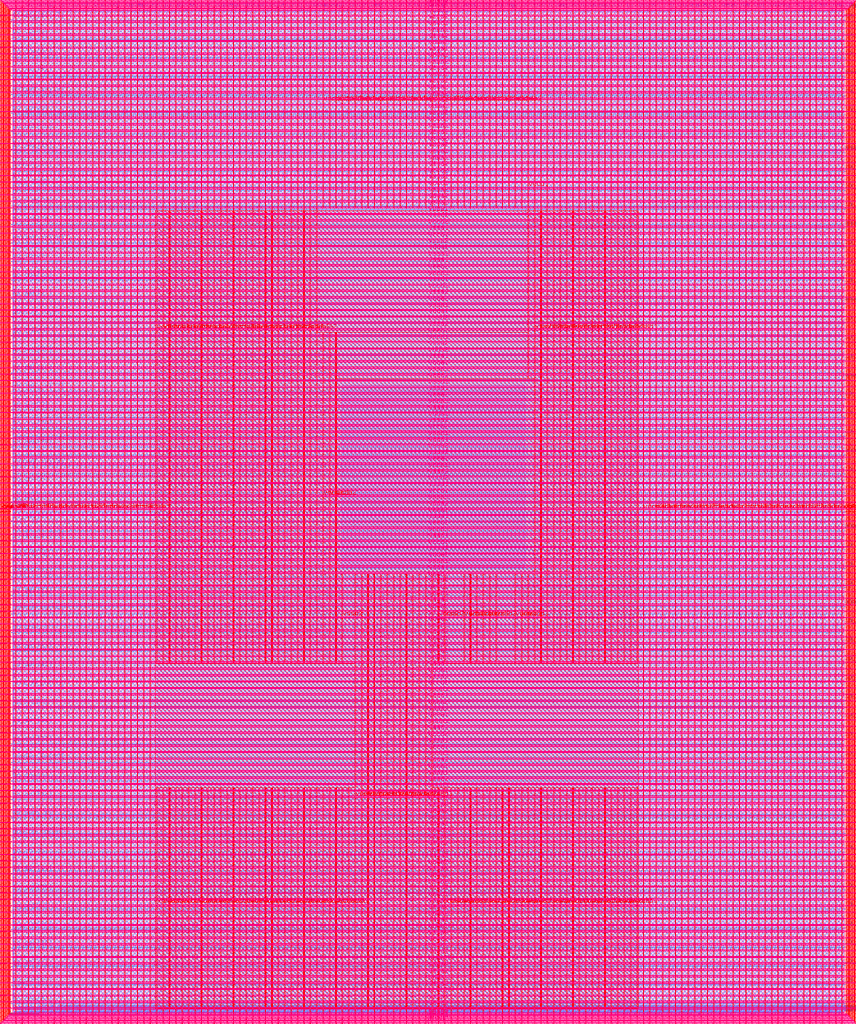
<source format=lef>
VERSION 5.7 ;
  NOWIREEXTENSIONATPIN ON ;
  DIVIDERCHAR "/" ;
  BUSBITCHARS "[]" ;
MACRO user_project_wrapper
  CLASS BLOCK ;
  FOREIGN user_project_wrapper ;
  ORIGIN 0.000 0.000 ;
  SIZE 2920.000 BY 3520.000 ;
  PIN analog_io[0]
    DIRECTION INOUT ;
    USE SIGNAL ;
    PORT
      LAYER met3 ;
        RECT 2917.600 1426.380 2924.800 1427.580 ;
    END
  END analog_io[0]
  PIN analog_io[10]
    DIRECTION INOUT ;
    USE SIGNAL ;
    PORT
      LAYER met2 ;
        RECT 2230.490 3517.600 2231.050 3524.800 ;
    END
  END analog_io[10]
  PIN analog_io[11]
    DIRECTION INOUT ;
    USE SIGNAL ;
    PORT
      LAYER met2 ;
        RECT 1905.730 3517.600 1906.290 3524.800 ;
    END
  END analog_io[11]
  PIN analog_io[12]
    DIRECTION INOUT ;
    USE SIGNAL ;
    PORT
      LAYER met2 ;
        RECT 1581.430 3517.600 1581.990 3524.800 ;
    END
  END analog_io[12]
  PIN analog_io[13]
    DIRECTION INOUT ;
    USE SIGNAL ;
    PORT
      LAYER met2 ;
        RECT 1257.130 3517.600 1257.690 3524.800 ;
    END
  END analog_io[13]
  PIN analog_io[14]
    DIRECTION INOUT ;
    USE SIGNAL ;
    PORT
      LAYER met2 ;
        RECT 932.370 3517.600 932.930 3524.800 ;
    END
  END analog_io[14]
  PIN analog_io[15]
    DIRECTION INOUT ;
    USE SIGNAL ;
    PORT
      LAYER met2 ;
        RECT 608.070 3517.600 608.630 3524.800 ;
    END
  END analog_io[15]
  PIN analog_io[16]
    DIRECTION INOUT ;
    USE SIGNAL ;
    PORT
      LAYER met2 ;
        RECT 283.770 3517.600 284.330 3524.800 ;
    END
  END analog_io[16]
  PIN analog_io[17]
    DIRECTION INOUT ;
    USE SIGNAL ;
    PORT
      LAYER met3 ;
        RECT -4.800 3486.100 2.400 3487.300 ;
    END
  END analog_io[17]
  PIN analog_io[18]
    DIRECTION INOUT ;
    USE SIGNAL ;
    PORT
      LAYER met3 ;
        RECT -4.800 3224.980 2.400 3226.180 ;
    END
  END analog_io[18]
  PIN analog_io[19]
    DIRECTION INOUT ;
    USE SIGNAL ;
    PORT
      LAYER met3 ;
        RECT -4.800 2964.540 2.400 2965.740 ;
    END
  END analog_io[19]
  PIN analog_io[1]
    DIRECTION INOUT ;
    USE SIGNAL ;
    PORT
      LAYER met3 ;
        RECT 2917.600 1692.260 2924.800 1693.460 ;
    END
  END analog_io[1]
  PIN analog_io[20]
    DIRECTION INOUT ;
    USE SIGNAL ;
    PORT
      LAYER met3 ;
        RECT -4.800 2703.420 2.400 2704.620 ;
    END
  END analog_io[20]
  PIN analog_io[21]
    DIRECTION INOUT ;
    USE SIGNAL ;
    PORT
      LAYER met3 ;
        RECT -4.800 2442.980 2.400 2444.180 ;
    END
  END analog_io[21]
  PIN analog_io[22]
    DIRECTION INOUT ;
    USE SIGNAL ;
    PORT
      LAYER met3 ;
        RECT -4.800 2182.540 2.400 2183.740 ;
    END
  END analog_io[22]
  PIN analog_io[23]
    DIRECTION INOUT ;
    USE SIGNAL ;
    PORT
      LAYER met3 ;
        RECT -4.800 1921.420 2.400 1922.620 ;
    END
  END analog_io[23]
  PIN analog_io[24]
    DIRECTION INOUT ;
    USE SIGNAL ;
    PORT
      LAYER met3 ;
        RECT -4.800 1660.980 2.400 1662.180 ;
    END
  END analog_io[24]
  PIN analog_io[25]
    DIRECTION INOUT ;
    USE SIGNAL ;
    PORT
      LAYER met3 ;
        RECT -4.800 1399.860 2.400 1401.060 ;
    END
  END analog_io[25]
  PIN analog_io[26]
    DIRECTION INOUT ;
    USE SIGNAL ;
    PORT
      LAYER met3 ;
        RECT -4.800 1139.420 2.400 1140.620 ;
    END
  END analog_io[26]
  PIN analog_io[27]
    DIRECTION INOUT ;
    USE SIGNAL ;
    PORT
      LAYER met3 ;
        RECT -4.800 878.980 2.400 880.180 ;
    END
  END analog_io[27]
  PIN analog_io[28]
    DIRECTION INOUT ;
    USE SIGNAL ;
    PORT
      LAYER met3 ;
        RECT -4.800 617.860 2.400 619.060 ;
    END
  END analog_io[28]
  PIN analog_io[2]
    DIRECTION INOUT ;
    USE SIGNAL ;
    PORT
      LAYER met3 ;
        RECT 2917.600 1958.140 2924.800 1959.340 ;
    END
  END analog_io[2]
  PIN analog_io[3]
    DIRECTION INOUT ;
    USE SIGNAL ;
    PORT
      LAYER met3 ;
        RECT 2917.600 2223.340 2924.800 2224.540 ;
    END
  END analog_io[3]
  PIN analog_io[4]
    DIRECTION INOUT ;
    USE SIGNAL ;
    PORT
      LAYER met3 ;
        RECT 2917.600 2489.220 2924.800 2490.420 ;
    END
  END analog_io[4]
  PIN analog_io[5]
    DIRECTION INOUT ;
    USE SIGNAL ;
    PORT
      LAYER met3 ;
        RECT 2917.600 2755.100 2924.800 2756.300 ;
    END
  END analog_io[5]
  PIN analog_io[6]
    DIRECTION INOUT ;
    USE SIGNAL ;
    PORT
      LAYER met3 ;
        RECT 2917.600 3020.300 2924.800 3021.500 ;
    END
  END analog_io[6]
  PIN analog_io[7]
    DIRECTION INOUT ;
    USE SIGNAL ;
    PORT
      LAYER met3 ;
        RECT 2917.600 3286.180 2924.800 3287.380 ;
    END
  END analog_io[7]
  PIN analog_io[8]
    DIRECTION INOUT ;
    USE SIGNAL ;
    PORT
      LAYER met2 ;
        RECT 2879.090 3517.600 2879.650 3524.800 ;
    END
  END analog_io[8]
  PIN analog_io[9]
    DIRECTION INOUT ;
    USE SIGNAL ;
    PORT
      LAYER met2 ;
        RECT 2554.790 3517.600 2555.350 3524.800 ;
    END
  END analog_io[9]
  PIN io_in[0]
    DIRECTION INPUT ;
    USE SIGNAL ;
    PORT
      LAYER met3 ;
        RECT 2917.600 32.380 2924.800 33.580 ;
    END
  END io_in[0]
  PIN io_in[10]
    DIRECTION INPUT ;
    USE SIGNAL ;
    PORT
      LAYER met3 ;
        RECT 2917.600 2289.980 2924.800 2291.180 ;
    END
  END io_in[10]
  PIN io_in[11]
    DIRECTION INPUT ;
    USE SIGNAL ;
    PORT
      LAYER met3 ;
        RECT 2917.600 2555.860 2924.800 2557.060 ;
    END
  END io_in[11]
  PIN io_in[12]
    DIRECTION INPUT ;
    USE SIGNAL ;
    PORT
      LAYER met3 ;
        RECT 2917.600 2821.060 2924.800 2822.260 ;
    END
  END io_in[12]
  PIN io_in[13]
    DIRECTION INPUT ;
    USE SIGNAL ;
    PORT
      LAYER met3 ;
        RECT 2917.600 3086.940 2924.800 3088.140 ;
    END
  END io_in[13]
  PIN io_in[14]
    DIRECTION INPUT ;
    USE SIGNAL ;
    PORT
      LAYER met3 ;
        RECT 2917.600 3352.820 2924.800 3354.020 ;
    END
  END io_in[14]
  PIN io_in[15]
    DIRECTION INPUT ;
    USE SIGNAL ;
    PORT
      LAYER met2 ;
        RECT 2798.130 3517.600 2798.690 3524.800 ;
    END
  END io_in[15]
  PIN io_in[16]
    DIRECTION INPUT ;
    USE SIGNAL ;
    PORT
      LAYER met2 ;
        RECT 2473.830 3517.600 2474.390 3524.800 ;
    END
  END io_in[16]
  PIN io_in[17]
    DIRECTION INPUT ;
    USE SIGNAL ;
    PORT
      LAYER met2 ;
        RECT 2149.070 3517.600 2149.630 3524.800 ;
    END
  END io_in[17]
  PIN io_in[18]
    DIRECTION INPUT ;
    USE SIGNAL ;
    PORT
      LAYER met2 ;
        RECT 1824.770 3517.600 1825.330 3524.800 ;
    END
  END io_in[18]
  PIN io_in[19]
    DIRECTION INPUT ;
    USE SIGNAL ;
    PORT
      LAYER met2 ;
        RECT 1500.470 3517.600 1501.030 3524.800 ;
    END
  END io_in[19]
  PIN io_in[1]
    DIRECTION INPUT ;
    USE SIGNAL ;
    PORT
      LAYER met3 ;
        RECT 2917.600 230.940 2924.800 232.140 ;
    END
  END io_in[1]
  PIN io_in[20]
    DIRECTION INPUT ;
    USE SIGNAL ;
    PORT
      LAYER met2 ;
        RECT 1175.710 3517.600 1176.270 3524.800 ;
    END
  END io_in[20]
  PIN io_in[21]
    DIRECTION INPUT ;
    USE SIGNAL ;
    PORT
      LAYER met2 ;
        RECT 851.410 3517.600 851.970 3524.800 ;
    END
  END io_in[21]
  PIN io_in[22]
    DIRECTION INPUT ;
    USE SIGNAL ;
    PORT
      LAYER met2 ;
        RECT 527.110 3517.600 527.670 3524.800 ;
    END
  END io_in[22]
  PIN io_in[23]
    DIRECTION INPUT ;
    USE SIGNAL ;
    PORT
      LAYER met2 ;
        RECT 202.350 3517.600 202.910 3524.800 ;
    END
  END io_in[23]
  PIN io_in[24]
    DIRECTION INPUT ;
    USE SIGNAL ;
    PORT
      LAYER met3 ;
        RECT -4.800 3420.820 2.400 3422.020 ;
    END
  END io_in[24]
  PIN io_in[25]
    DIRECTION INPUT ;
    USE SIGNAL ;
    PORT
      LAYER met3 ;
        RECT -4.800 3159.700 2.400 3160.900 ;
    END
  END io_in[25]
  PIN io_in[26]
    DIRECTION INPUT ;
    USE SIGNAL ;
    PORT
      LAYER met3 ;
        RECT -4.800 2899.260 2.400 2900.460 ;
    END
  END io_in[26]
  PIN io_in[27]
    DIRECTION INPUT ;
    USE SIGNAL ;
    PORT
      LAYER met3 ;
        RECT -4.800 2638.820 2.400 2640.020 ;
    END
  END io_in[27]
  PIN io_in[28]
    DIRECTION INPUT ;
    USE SIGNAL ;
    PORT
      LAYER met3 ;
        RECT -4.800 2377.700 2.400 2378.900 ;
    END
  END io_in[28]
  PIN io_in[29]
    DIRECTION INPUT ;
    USE SIGNAL ;
    PORT
      LAYER met3 ;
        RECT -4.800 2117.260 2.400 2118.460 ;
    END
  END io_in[29]
  PIN io_in[2]
    DIRECTION INPUT ;
    USE SIGNAL ;
    PORT
      LAYER met3 ;
        RECT 2917.600 430.180 2924.800 431.380 ;
    END
  END io_in[2]
  PIN io_in[30]
    DIRECTION INPUT ;
    USE SIGNAL ;
    PORT
      LAYER met3 ;
        RECT -4.800 1856.140 2.400 1857.340 ;
    END
  END io_in[30]
  PIN io_in[31]
    DIRECTION INPUT ;
    USE SIGNAL ;
    PORT
      LAYER met3 ;
        RECT -4.800 1595.700 2.400 1596.900 ;
    END
  END io_in[31]
  PIN io_in[32]
    DIRECTION INPUT ;
    USE SIGNAL ;
    PORT
      LAYER met3 ;
        RECT -4.800 1335.260 2.400 1336.460 ;
    END
  END io_in[32]
  PIN io_in[33]
    DIRECTION INPUT ;
    USE SIGNAL ;
    PORT
      LAYER met3 ;
        RECT -4.800 1074.140 2.400 1075.340 ;
    END
  END io_in[33]
  PIN io_in[34]
    DIRECTION INPUT ;
    USE SIGNAL ;
    PORT
      LAYER met3 ;
        RECT -4.800 813.700 2.400 814.900 ;
    END
  END io_in[34]
  PIN io_in[35]
    DIRECTION INPUT ;
    USE SIGNAL ;
    PORT
      LAYER met3 ;
        RECT -4.800 552.580 2.400 553.780 ;
    END
  END io_in[35]
  PIN io_in[36]
    DIRECTION INPUT ;
    USE SIGNAL ;
    PORT
      LAYER met3 ;
        RECT -4.800 357.420 2.400 358.620 ;
    END
  END io_in[36]
  PIN io_in[37]
    DIRECTION INPUT ;
    USE SIGNAL ;
    PORT
      LAYER met3 ;
        RECT -4.800 161.580 2.400 162.780 ;
    END
  END io_in[37]
  PIN io_in[3]
    DIRECTION INPUT ;
    USE SIGNAL ;
    PORT
      LAYER met3 ;
        RECT 2917.600 629.420 2924.800 630.620 ;
    END
  END io_in[3]
  PIN io_in[4]
    DIRECTION INPUT ;
    USE SIGNAL ;
    PORT
      LAYER met3 ;
        RECT 2917.600 828.660 2924.800 829.860 ;
    END
  END io_in[4]
  PIN io_in[5]
    DIRECTION INPUT ;
    USE SIGNAL ;
    PORT
      LAYER met3 ;
        RECT 2917.600 1027.900 2924.800 1029.100 ;
    END
  END io_in[5]
  PIN io_in[6]
    DIRECTION INPUT ;
    USE SIGNAL ;
    PORT
      LAYER met3 ;
        RECT 2917.600 1227.140 2924.800 1228.340 ;
    END
  END io_in[6]
  PIN io_in[7]
    DIRECTION INPUT ;
    USE SIGNAL ;
    PORT
      LAYER met3 ;
        RECT 2917.600 1493.020 2924.800 1494.220 ;
    END
  END io_in[7]
  PIN io_in[8]
    DIRECTION INPUT ;
    USE SIGNAL ;
    PORT
      LAYER met3 ;
        RECT 2917.600 1758.900 2924.800 1760.100 ;
    END
  END io_in[8]
  PIN io_in[9]
    DIRECTION INPUT ;
    USE SIGNAL ;
    PORT
      LAYER met3 ;
        RECT 2917.600 2024.100 2924.800 2025.300 ;
    END
  END io_in[9]
  PIN io_oeb[0]
    DIRECTION OUTPUT TRISTATE ;
    USE SIGNAL ;
    PORT
      LAYER met3 ;
        RECT 2917.600 164.980 2924.800 166.180 ;
    END
  END io_oeb[0]
  PIN io_oeb[10]
    DIRECTION OUTPUT TRISTATE ;
    USE SIGNAL ;
    PORT
      LAYER met3 ;
        RECT 2917.600 2422.580 2924.800 2423.780 ;
    END
  END io_oeb[10]
  PIN io_oeb[11]
    DIRECTION OUTPUT TRISTATE ;
    USE SIGNAL ;
    PORT
      LAYER met3 ;
        RECT 2917.600 2688.460 2924.800 2689.660 ;
    END
  END io_oeb[11]
  PIN io_oeb[12]
    DIRECTION OUTPUT TRISTATE ;
    USE SIGNAL ;
    PORT
      LAYER met3 ;
        RECT 2917.600 2954.340 2924.800 2955.540 ;
    END
  END io_oeb[12]
  PIN io_oeb[13]
    DIRECTION OUTPUT TRISTATE ;
    USE SIGNAL ;
    PORT
      LAYER met3 ;
        RECT 2917.600 3219.540 2924.800 3220.740 ;
    END
  END io_oeb[13]
  PIN io_oeb[14]
    DIRECTION OUTPUT TRISTATE ;
    USE SIGNAL ;
    PORT
      LAYER met3 ;
        RECT 2917.600 3485.420 2924.800 3486.620 ;
    END
  END io_oeb[14]
  PIN io_oeb[15]
    DIRECTION OUTPUT TRISTATE ;
    USE SIGNAL ;
    PORT
      LAYER met2 ;
        RECT 2635.750 3517.600 2636.310 3524.800 ;
    END
  END io_oeb[15]
  PIN io_oeb[16]
    DIRECTION OUTPUT TRISTATE ;
    USE SIGNAL ;
    PORT
      LAYER met2 ;
        RECT 2311.450 3517.600 2312.010 3524.800 ;
    END
  END io_oeb[16]
  PIN io_oeb[17]
    DIRECTION OUTPUT TRISTATE ;
    USE SIGNAL ;
    PORT
      LAYER met2 ;
        RECT 1987.150 3517.600 1987.710 3524.800 ;
    END
  END io_oeb[17]
  PIN io_oeb[18]
    DIRECTION OUTPUT TRISTATE ;
    USE SIGNAL ;
    PORT
      LAYER met2 ;
        RECT 1662.390 3517.600 1662.950 3524.800 ;
    END
  END io_oeb[18]
  PIN io_oeb[19]
    DIRECTION OUTPUT TRISTATE ;
    USE SIGNAL ;
    PORT
      LAYER met2 ;
        RECT 1338.090 3517.600 1338.650 3524.800 ;
    END
  END io_oeb[19]
  PIN io_oeb[1]
    DIRECTION OUTPUT TRISTATE ;
    USE SIGNAL ;
    PORT
      LAYER met3 ;
        RECT 2917.600 364.220 2924.800 365.420 ;
    END
  END io_oeb[1]
  PIN io_oeb[20]
    DIRECTION OUTPUT TRISTATE ;
    USE SIGNAL ;
    PORT
      LAYER met2 ;
        RECT 1013.790 3517.600 1014.350 3524.800 ;
    END
  END io_oeb[20]
  PIN io_oeb[21]
    DIRECTION OUTPUT TRISTATE ;
    USE SIGNAL ;
    PORT
      LAYER met2 ;
        RECT 689.030 3517.600 689.590 3524.800 ;
    END
  END io_oeb[21]
  PIN io_oeb[22]
    DIRECTION OUTPUT TRISTATE ;
    USE SIGNAL ;
    PORT
      LAYER met2 ;
        RECT 364.730 3517.600 365.290 3524.800 ;
    END
  END io_oeb[22]
  PIN io_oeb[23]
    DIRECTION OUTPUT TRISTATE ;
    USE SIGNAL ;
    PORT
      LAYER met2 ;
        RECT 40.430 3517.600 40.990 3524.800 ;
    END
  END io_oeb[23]
  PIN io_oeb[24]
    DIRECTION OUTPUT TRISTATE ;
    USE SIGNAL ;
    PORT
      LAYER met3 ;
        RECT -4.800 3290.260 2.400 3291.460 ;
    END
  END io_oeb[24]
  PIN io_oeb[25]
    DIRECTION OUTPUT TRISTATE ;
    USE SIGNAL ;
    PORT
      LAYER met3 ;
        RECT -4.800 3029.820 2.400 3031.020 ;
    END
  END io_oeb[25]
  PIN io_oeb[26]
    DIRECTION OUTPUT TRISTATE ;
    USE SIGNAL ;
    PORT
      LAYER met3 ;
        RECT -4.800 2768.700 2.400 2769.900 ;
    END
  END io_oeb[26]
  PIN io_oeb[27]
    DIRECTION OUTPUT TRISTATE ;
    USE SIGNAL ;
    PORT
      LAYER met3 ;
        RECT -4.800 2508.260 2.400 2509.460 ;
    END
  END io_oeb[27]
  PIN io_oeb[28]
    DIRECTION OUTPUT TRISTATE ;
    USE SIGNAL ;
    PORT
      LAYER met3 ;
        RECT -4.800 2247.140 2.400 2248.340 ;
    END
  END io_oeb[28]
  PIN io_oeb[29]
    DIRECTION OUTPUT TRISTATE ;
    USE SIGNAL ;
    PORT
      LAYER met3 ;
        RECT -4.800 1986.700 2.400 1987.900 ;
    END
  END io_oeb[29]
  PIN io_oeb[2]
    DIRECTION OUTPUT TRISTATE ;
    USE SIGNAL ;
    PORT
      LAYER met3 ;
        RECT 2917.600 563.460 2924.800 564.660 ;
    END
  END io_oeb[2]
  PIN io_oeb[30]
    DIRECTION OUTPUT TRISTATE ;
    USE SIGNAL ;
    PORT
      LAYER met3 ;
        RECT -4.800 1726.260 2.400 1727.460 ;
    END
  END io_oeb[30]
  PIN io_oeb[31]
    DIRECTION OUTPUT TRISTATE ;
    USE SIGNAL ;
    PORT
      LAYER met3 ;
        RECT -4.800 1465.140 2.400 1466.340 ;
    END
  END io_oeb[31]
  PIN io_oeb[32]
    DIRECTION OUTPUT TRISTATE ;
    USE SIGNAL ;
    PORT
      LAYER met3 ;
        RECT -4.800 1204.700 2.400 1205.900 ;
    END
  END io_oeb[32]
  PIN io_oeb[33]
    DIRECTION OUTPUT TRISTATE ;
    USE SIGNAL ;
    PORT
      LAYER met3 ;
        RECT -4.800 943.580 2.400 944.780 ;
    END
  END io_oeb[33]
  PIN io_oeb[34]
    DIRECTION OUTPUT TRISTATE ;
    USE SIGNAL ;
    PORT
      LAYER met3 ;
        RECT -4.800 683.140 2.400 684.340 ;
    END
  END io_oeb[34]
  PIN io_oeb[35]
    DIRECTION OUTPUT TRISTATE ;
    USE SIGNAL ;
    PORT
      LAYER met3 ;
        RECT -4.800 422.700 2.400 423.900 ;
    END
  END io_oeb[35]
  PIN io_oeb[36]
    DIRECTION OUTPUT TRISTATE ;
    USE SIGNAL ;
    PORT
      LAYER met3 ;
        RECT -4.800 226.860 2.400 228.060 ;
    END
  END io_oeb[36]
  PIN io_oeb[37]
    DIRECTION OUTPUT TRISTATE ;
    USE SIGNAL ;
    PORT
      LAYER met3 ;
        RECT -4.800 31.700 2.400 32.900 ;
    END
  END io_oeb[37]
  PIN io_oeb[3]
    DIRECTION OUTPUT TRISTATE ;
    USE SIGNAL ;
    PORT
      LAYER met3 ;
        RECT 2917.600 762.700 2924.800 763.900 ;
    END
  END io_oeb[3]
  PIN io_oeb[4]
    DIRECTION OUTPUT TRISTATE ;
    USE SIGNAL ;
    PORT
      LAYER met3 ;
        RECT 2917.600 961.940 2924.800 963.140 ;
    END
  END io_oeb[4]
  PIN io_oeb[5]
    DIRECTION OUTPUT TRISTATE ;
    USE SIGNAL ;
    PORT
      LAYER met3 ;
        RECT 2917.600 1161.180 2924.800 1162.380 ;
    END
  END io_oeb[5]
  PIN io_oeb[6]
    DIRECTION OUTPUT TRISTATE ;
    USE SIGNAL ;
    PORT
      LAYER met3 ;
        RECT 2917.600 1360.420 2924.800 1361.620 ;
    END
  END io_oeb[6]
  PIN io_oeb[7]
    DIRECTION OUTPUT TRISTATE ;
    USE SIGNAL ;
    PORT
      LAYER met3 ;
        RECT 2917.600 1625.620 2924.800 1626.820 ;
    END
  END io_oeb[7]
  PIN io_oeb[8]
    DIRECTION OUTPUT TRISTATE ;
    USE SIGNAL ;
    PORT
      LAYER met3 ;
        RECT 2917.600 1891.500 2924.800 1892.700 ;
    END
  END io_oeb[8]
  PIN io_oeb[9]
    DIRECTION OUTPUT TRISTATE ;
    USE SIGNAL ;
    PORT
      LAYER met3 ;
        RECT 2917.600 2157.380 2924.800 2158.580 ;
    END
  END io_oeb[9]
  PIN io_out[0]
    DIRECTION OUTPUT TRISTATE ;
    USE SIGNAL ;
    PORT
      LAYER met3 ;
        RECT 2917.600 98.340 2924.800 99.540 ;
    END
  END io_out[0]
  PIN io_out[10]
    DIRECTION OUTPUT TRISTATE ;
    USE SIGNAL ;
    PORT
      LAYER met3 ;
        RECT 2917.600 2356.620 2924.800 2357.820 ;
    END
  END io_out[10]
  PIN io_out[11]
    DIRECTION OUTPUT TRISTATE ;
    USE SIGNAL ;
    PORT
      LAYER met3 ;
        RECT 2917.600 2621.820 2924.800 2623.020 ;
    END
  END io_out[11]
  PIN io_out[12]
    DIRECTION OUTPUT TRISTATE ;
    USE SIGNAL ;
    PORT
      LAYER met3 ;
        RECT 2917.600 2887.700 2924.800 2888.900 ;
    END
  END io_out[12]
  PIN io_out[13]
    DIRECTION OUTPUT TRISTATE ;
    USE SIGNAL ;
    PORT
      LAYER met3 ;
        RECT 2917.600 3153.580 2924.800 3154.780 ;
    END
  END io_out[13]
  PIN io_out[14]
    DIRECTION OUTPUT TRISTATE ;
    USE SIGNAL ;
    PORT
      LAYER met3 ;
        RECT 2917.600 3418.780 2924.800 3419.980 ;
    END
  END io_out[14]
  PIN io_out[15]
    DIRECTION OUTPUT TRISTATE ;
    USE SIGNAL ;
    PORT
      LAYER met2 ;
        RECT 2717.170 3517.600 2717.730 3524.800 ;
    END
  END io_out[15]
  PIN io_out[16]
    DIRECTION OUTPUT TRISTATE ;
    USE SIGNAL ;
    PORT
      LAYER met2 ;
        RECT 2392.410 3517.600 2392.970 3524.800 ;
    END
  END io_out[16]
  PIN io_out[17]
    DIRECTION OUTPUT TRISTATE ;
    USE SIGNAL ;
    PORT
      LAYER met2 ;
        RECT 2068.110 3517.600 2068.670 3524.800 ;
    END
  END io_out[17]
  PIN io_out[18]
    DIRECTION OUTPUT TRISTATE ;
    USE SIGNAL ;
    PORT
      LAYER met2 ;
        RECT 1743.810 3517.600 1744.370 3524.800 ;
    END
  END io_out[18]
  PIN io_out[19]
    DIRECTION OUTPUT TRISTATE ;
    USE SIGNAL ;
    PORT
      LAYER met2 ;
        RECT 1419.050 3517.600 1419.610 3524.800 ;
    END
  END io_out[19]
  PIN io_out[1]
    DIRECTION OUTPUT TRISTATE ;
    USE SIGNAL ;
    PORT
      LAYER met3 ;
        RECT 2917.600 297.580 2924.800 298.780 ;
    END
  END io_out[1]
  PIN io_out[20]
    DIRECTION OUTPUT TRISTATE ;
    USE SIGNAL ;
    PORT
      LAYER met2 ;
        RECT 1094.750 3517.600 1095.310 3524.800 ;
    END
  END io_out[20]
  PIN io_out[21]
    DIRECTION OUTPUT TRISTATE ;
    USE SIGNAL ;
    PORT
      LAYER met2 ;
        RECT 770.450 3517.600 771.010 3524.800 ;
    END
  END io_out[21]
  PIN io_out[22]
    DIRECTION OUTPUT TRISTATE ;
    USE SIGNAL ;
    PORT
      LAYER met2 ;
        RECT 445.690 3517.600 446.250 3524.800 ;
    END
  END io_out[22]
  PIN io_out[23]
    DIRECTION OUTPUT TRISTATE ;
    USE SIGNAL ;
    PORT
      LAYER met2 ;
        RECT 121.390 3517.600 121.950 3524.800 ;
    END
  END io_out[23]
  PIN io_out[24]
    DIRECTION OUTPUT TRISTATE ;
    USE SIGNAL ;
    PORT
      LAYER met3 ;
        RECT -4.800 3355.540 2.400 3356.740 ;
    END
  END io_out[24]
  PIN io_out[25]
    DIRECTION OUTPUT TRISTATE ;
    USE SIGNAL ;
    PORT
      LAYER met3 ;
        RECT -4.800 3095.100 2.400 3096.300 ;
    END
  END io_out[25]
  PIN io_out[26]
    DIRECTION OUTPUT TRISTATE ;
    USE SIGNAL ;
    PORT
      LAYER met3 ;
        RECT -4.800 2833.980 2.400 2835.180 ;
    END
  END io_out[26]
  PIN io_out[27]
    DIRECTION OUTPUT TRISTATE ;
    USE SIGNAL ;
    PORT
      LAYER met3 ;
        RECT -4.800 2573.540 2.400 2574.740 ;
    END
  END io_out[27]
  PIN io_out[28]
    DIRECTION OUTPUT TRISTATE ;
    USE SIGNAL ;
    PORT
      LAYER met3 ;
        RECT -4.800 2312.420 2.400 2313.620 ;
    END
  END io_out[28]
  PIN io_out[29]
    DIRECTION OUTPUT TRISTATE ;
    USE SIGNAL ;
    PORT
      LAYER met3 ;
        RECT -4.800 2051.980 2.400 2053.180 ;
    END
  END io_out[29]
  PIN io_out[2]
    DIRECTION OUTPUT TRISTATE ;
    USE SIGNAL ;
    PORT
      LAYER met3 ;
        RECT 2917.600 496.820 2924.800 498.020 ;
    END
  END io_out[2]
  PIN io_out[30]
    DIRECTION OUTPUT TRISTATE ;
    USE SIGNAL ;
    PORT
      LAYER met3 ;
        RECT -4.800 1791.540 2.400 1792.740 ;
    END
  END io_out[30]
  PIN io_out[31]
    DIRECTION OUTPUT TRISTATE ;
    USE SIGNAL ;
    PORT
      LAYER met3 ;
        RECT -4.800 1530.420 2.400 1531.620 ;
    END
  END io_out[31]
  PIN io_out[32]
    DIRECTION OUTPUT TRISTATE ;
    USE SIGNAL ;
    PORT
      LAYER met3 ;
        RECT -4.800 1269.980 2.400 1271.180 ;
    END
  END io_out[32]
  PIN io_out[33]
    DIRECTION OUTPUT TRISTATE ;
    USE SIGNAL ;
    PORT
      LAYER met3 ;
        RECT -4.800 1008.860 2.400 1010.060 ;
    END
  END io_out[33]
  PIN io_out[34]
    DIRECTION OUTPUT TRISTATE ;
    USE SIGNAL ;
    PORT
      LAYER met3 ;
        RECT -4.800 748.420 2.400 749.620 ;
    END
  END io_out[34]
  PIN io_out[35]
    DIRECTION OUTPUT TRISTATE ;
    USE SIGNAL ;
    PORT
      LAYER met3 ;
        RECT -4.800 487.300 2.400 488.500 ;
    END
  END io_out[35]
  PIN io_out[36]
    DIRECTION OUTPUT TRISTATE ;
    USE SIGNAL ;
    PORT
      LAYER met3 ;
        RECT -4.800 292.140 2.400 293.340 ;
    END
  END io_out[36]
  PIN io_out[37]
    DIRECTION OUTPUT TRISTATE ;
    USE SIGNAL ;
    PORT
      LAYER met3 ;
        RECT -4.800 96.300 2.400 97.500 ;
    END
  END io_out[37]
  PIN io_out[3]
    DIRECTION OUTPUT TRISTATE ;
    USE SIGNAL ;
    PORT
      LAYER met3 ;
        RECT 2917.600 696.060 2924.800 697.260 ;
    END
  END io_out[3]
  PIN io_out[4]
    DIRECTION OUTPUT TRISTATE ;
    USE SIGNAL ;
    PORT
      LAYER met3 ;
        RECT 2917.600 895.300 2924.800 896.500 ;
    END
  END io_out[4]
  PIN io_out[5]
    DIRECTION OUTPUT TRISTATE ;
    USE SIGNAL ;
    PORT
      LAYER met3 ;
        RECT 2917.600 1094.540 2924.800 1095.740 ;
    END
  END io_out[5]
  PIN io_out[6]
    DIRECTION OUTPUT TRISTATE ;
    USE SIGNAL ;
    PORT
      LAYER met3 ;
        RECT 2917.600 1293.780 2924.800 1294.980 ;
    END
  END io_out[6]
  PIN io_out[7]
    DIRECTION OUTPUT TRISTATE ;
    USE SIGNAL ;
    PORT
      LAYER met3 ;
        RECT 2917.600 1559.660 2924.800 1560.860 ;
    END
  END io_out[7]
  PIN io_out[8]
    DIRECTION OUTPUT TRISTATE ;
    USE SIGNAL ;
    PORT
      LAYER met3 ;
        RECT 2917.600 1824.860 2924.800 1826.060 ;
    END
  END io_out[8]
  PIN io_out[9]
    DIRECTION OUTPUT TRISTATE ;
    USE SIGNAL ;
    PORT
      LAYER met3 ;
        RECT 2917.600 2090.740 2924.800 2091.940 ;
    END
  END io_out[9]
  PIN la_data_in[0]
    DIRECTION INPUT ;
    USE SIGNAL ;
    PORT
      LAYER met2 ;
        RECT 629.230 -4.800 629.790 2.400 ;
    END
  END la_data_in[0]
  PIN la_data_in[100]
    DIRECTION INPUT ;
    USE SIGNAL ;
    PORT
      LAYER met2 ;
        RECT 2402.530 -4.800 2403.090 2.400 ;
    END
  END la_data_in[100]
  PIN la_data_in[101]
    DIRECTION INPUT ;
    USE SIGNAL ;
    PORT
      LAYER met2 ;
        RECT 2420.010 -4.800 2420.570 2.400 ;
    END
  END la_data_in[101]
  PIN la_data_in[102]
    DIRECTION INPUT ;
    USE SIGNAL ;
    PORT
      LAYER met2 ;
        RECT 2437.950 -4.800 2438.510 2.400 ;
    END
  END la_data_in[102]
  PIN la_data_in[103]
    DIRECTION INPUT ;
    USE SIGNAL ;
    PORT
      LAYER met2 ;
        RECT 2455.430 -4.800 2455.990 2.400 ;
    END
  END la_data_in[103]
  PIN la_data_in[104]
    DIRECTION INPUT ;
    USE SIGNAL ;
    PORT
      LAYER met2 ;
        RECT 2473.370 -4.800 2473.930 2.400 ;
    END
  END la_data_in[104]
  PIN la_data_in[105]
    DIRECTION INPUT ;
    USE SIGNAL ;
    PORT
      LAYER met2 ;
        RECT 2490.850 -4.800 2491.410 2.400 ;
    END
  END la_data_in[105]
  PIN la_data_in[106]
    DIRECTION INPUT ;
    USE SIGNAL ;
    PORT
      LAYER met2 ;
        RECT 2508.790 -4.800 2509.350 2.400 ;
    END
  END la_data_in[106]
  PIN la_data_in[107]
    DIRECTION INPUT ;
    USE SIGNAL ;
    PORT
      LAYER met2 ;
        RECT 2526.730 -4.800 2527.290 2.400 ;
    END
  END la_data_in[107]
  PIN la_data_in[108]
    DIRECTION INPUT ;
    USE SIGNAL ;
    PORT
      LAYER met2 ;
        RECT 2544.210 -4.800 2544.770 2.400 ;
    END
  END la_data_in[108]
  PIN la_data_in[109]
    DIRECTION INPUT ;
    USE SIGNAL ;
    PORT
      LAYER met2 ;
        RECT 2562.150 -4.800 2562.710 2.400 ;
    END
  END la_data_in[109]
  PIN la_data_in[10]
    DIRECTION INPUT ;
    USE SIGNAL ;
    PORT
      LAYER met2 ;
        RECT 806.330 -4.800 806.890 2.400 ;
    END
  END la_data_in[10]
  PIN la_data_in[110]
    DIRECTION INPUT ;
    USE SIGNAL ;
    PORT
      LAYER met2 ;
        RECT 2579.630 -4.800 2580.190 2.400 ;
    END
  END la_data_in[110]
  PIN la_data_in[111]
    DIRECTION INPUT ;
    USE SIGNAL ;
    PORT
      LAYER met2 ;
        RECT 2597.570 -4.800 2598.130 2.400 ;
    END
  END la_data_in[111]
  PIN la_data_in[112]
    DIRECTION INPUT ;
    USE SIGNAL ;
    PORT
      LAYER met2 ;
        RECT 2615.050 -4.800 2615.610 2.400 ;
    END
  END la_data_in[112]
  PIN la_data_in[113]
    DIRECTION INPUT ;
    USE SIGNAL ;
    PORT
      LAYER met2 ;
        RECT 2632.990 -4.800 2633.550 2.400 ;
    END
  END la_data_in[113]
  PIN la_data_in[114]
    DIRECTION INPUT ;
    USE SIGNAL ;
    PORT
      LAYER met2 ;
        RECT 2650.470 -4.800 2651.030 2.400 ;
    END
  END la_data_in[114]
  PIN la_data_in[115]
    DIRECTION INPUT ;
    USE SIGNAL ;
    PORT
      LAYER met2 ;
        RECT 2668.410 -4.800 2668.970 2.400 ;
    END
  END la_data_in[115]
  PIN la_data_in[116]
    DIRECTION INPUT ;
    USE SIGNAL ;
    PORT
      LAYER met2 ;
        RECT 2685.890 -4.800 2686.450 2.400 ;
    END
  END la_data_in[116]
  PIN la_data_in[117]
    DIRECTION INPUT ;
    USE SIGNAL ;
    PORT
      LAYER met2 ;
        RECT 2703.830 -4.800 2704.390 2.400 ;
    END
  END la_data_in[117]
  PIN la_data_in[118]
    DIRECTION INPUT ;
    USE SIGNAL ;
    PORT
      LAYER met2 ;
        RECT 2721.770 -4.800 2722.330 2.400 ;
    END
  END la_data_in[118]
  PIN la_data_in[119]
    DIRECTION INPUT ;
    USE SIGNAL ;
    PORT
      LAYER met2 ;
        RECT 2739.250 -4.800 2739.810 2.400 ;
    END
  END la_data_in[119]
  PIN la_data_in[11]
    DIRECTION INPUT ;
    USE SIGNAL ;
    PORT
      LAYER met2 ;
        RECT 824.270 -4.800 824.830 2.400 ;
    END
  END la_data_in[11]
  PIN la_data_in[120]
    DIRECTION INPUT ;
    USE SIGNAL ;
    PORT
      LAYER met2 ;
        RECT 2757.190 -4.800 2757.750 2.400 ;
    END
  END la_data_in[120]
  PIN la_data_in[121]
    DIRECTION INPUT ;
    USE SIGNAL ;
    PORT
      LAYER met2 ;
        RECT 2774.670 -4.800 2775.230 2.400 ;
    END
  END la_data_in[121]
  PIN la_data_in[122]
    DIRECTION INPUT ;
    USE SIGNAL ;
    PORT
      LAYER met2 ;
        RECT 2792.610 -4.800 2793.170 2.400 ;
    END
  END la_data_in[122]
  PIN la_data_in[123]
    DIRECTION INPUT ;
    USE SIGNAL ;
    PORT
      LAYER met2 ;
        RECT 2810.090 -4.800 2810.650 2.400 ;
    END
  END la_data_in[123]
  PIN la_data_in[124]
    DIRECTION INPUT ;
    USE SIGNAL ;
    PORT
      LAYER met2 ;
        RECT 2828.030 -4.800 2828.590 2.400 ;
    END
  END la_data_in[124]
  PIN la_data_in[125]
    DIRECTION INPUT ;
    USE SIGNAL ;
    PORT
      LAYER met2 ;
        RECT 2845.510 -4.800 2846.070 2.400 ;
    END
  END la_data_in[125]
  PIN la_data_in[126]
    DIRECTION INPUT ;
    USE SIGNAL ;
    PORT
      LAYER met2 ;
        RECT 2863.450 -4.800 2864.010 2.400 ;
    END
  END la_data_in[126]
  PIN la_data_in[127]
    DIRECTION INPUT ;
    USE SIGNAL ;
    PORT
      LAYER met2 ;
        RECT 2881.390 -4.800 2881.950 2.400 ;
    END
  END la_data_in[127]
  PIN la_data_in[12]
    DIRECTION INPUT ;
    USE SIGNAL ;
    PORT
      LAYER met2 ;
        RECT 841.750 -4.800 842.310 2.400 ;
    END
  END la_data_in[12]
  PIN la_data_in[13]
    DIRECTION INPUT ;
    USE SIGNAL ;
    PORT
      LAYER met2 ;
        RECT 859.690 -4.800 860.250 2.400 ;
    END
  END la_data_in[13]
  PIN la_data_in[14]
    DIRECTION INPUT ;
    USE SIGNAL ;
    PORT
      LAYER met2 ;
        RECT 877.170 -4.800 877.730 2.400 ;
    END
  END la_data_in[14]
  PIN la_data_in[15]
    DIRECTION INPUT ;
    USE SIGNAL ;
    PORT
      LAYER met2 ;
        RECT 895.110 -4.800 895.670 2.400 ;
    END
  END la_data_in[15]
  PIN la_data_in[16]
    DIRECTION INPUT ;
    USE SIGNAL ;
    PORT
      LAYER met2 ;
        RECT 912.590 -4.800 913.150 2.400 ;
    END
  END la_data_in[16]
  PIN la_data_in[17]
    DIRECTION INPUT ;
    USE SIGNAL ;
    PORT
      LAYER met2 ;
        RECT 930.530 -4.800 931.090 2.400 ;
    END
  END la_data_in[17]
  PIN la_data_in[18]
    DIRECTION INPUT ;
    USE SIGNAL ;
    PORT
      LAYER met2 ;
        RECT 948.470 -4.800 949.030 2.400 ;
    END
  END la_data_in[18]
  PIN la_data_in[19]
    DIRECTION INPUT ;
    USE SIGNAL ;
    PORT
      LAYER met2 ;
        RECT 965.950 -4.800 966.510 2.400 ;
    END
  END la_data_in[19]
  PIN la_data_in[1]
    DIRECTION INPUT ;
    USE SIGNAL ;
    PORT
      LAYER met2 ;
        RECT 646.710 -4.800 647.270 2.400 ;
    END
  END la_data_in[1]
  PIN la_data_in[20]
    DIRECTION INPUT ;
    USE SIGNAL ;
    PORT
      LAYER met2 ;
        RECT 983.890 -4.800 984.450 2.400 ;
    END
  END la_data_in[20]
  PIN la_data_in[21]
    DIRECTION INPUT ;
    USE SIGNAL ;
    PORT
      LAYER met2 ;
        RECT 1001.370 -4.800 1001.930 2.400 ;
    END
  END la_data_in[21]
  PIN la_data_in[22]
    DIRECTION INPUT ;
    USE SIGNAL ;
    PORT
      LAYER met2 ;
        RECT 1019.310 -4.800 1019.870 2.400 ;
    END
  END la_data_in[22]
  PIN la_data_in[23]
    DIRECTION INPUT ;
    USE SIGNAL ;
    PORT
      LAYER met2 ;
        RECT 1036.790 -4.800 1037.350 2.400 ;
    END
  END la_data_in[23]
  PIN la_data_in[24]
    DIRECTION INPUT ;
    USE SIGNAL ;
    PORT
      LAYER met2 ;
        RECT 1054.730 -4.800 1055.290 2.400 ;
    END
  END la_data_in[24]
  PIN la_data_in[25]
    DIRECTION INPUT ;
    USE SIGNAL ;
    PORT
      LAYER met2 ;
        RECT 1072.210 -4.800 1072.770 2.400 ;
    END
  END la_data_in[25]
  PIN la_data_in[26]
    DIRECTION INPUT ;
    USE SIGNAL ;
    PORT
      LAYER met2 ;
        RECT 1090.150 -4.800 1090.710 2.400 ;
    END
  END la_data_in[26]
  PIN la_data_in[27]
    DIRECTION INPUT ;
    USE SIGNAL ;
    PORT
      LAYER met2 ;
        RECT 1107.630 -4.800 1108.190 2.400 ;
    END
  END la_data_in[27]
  PIN la_data_in[28]
    DIRECTION INPUT ;
    USE SIGNAL ;
    PORT
      LAYER met2 ;
        RECT 1125.570 -4.800 1126.130 2.400 ;
    END
  END la_data_in[28]
  PIN la_data_in[29]
    DIRECTION INPUT ;
    USE SIGNAL ;
    PORT
      LAYER met2 ;
        RECT 1143.510 -4.800 1144.070 2.400 ;
    END
  END la_data_in[29]
  PIN la_data_in[2]
    DIRECTION INPUT ;
    USE SIGNAL ;
    PORT
      LAYER met2 ;
        RECT 664.650 -4.800 665.210 2.400 ;
    END
  END la_data_in[2]
  PIN la_data_in[30]
    DIRECTION INPUT ;
    USE SIGNAL ;
    PORT
      LAYER met2 ;
        RECT 1160.990 -4.800 1161.550 2.400 ;
    END
  END la_data_in[30]
  PIN la_data_in[31]
    DIRECTION INPUT ;
    USE SIGNAL ;
    PORT
      LAYER met2 ;
        RECT 1178.930 -4.800 1179.490 2.400 ;
    END
  END la_data_in[31]
  PIN la_data_in[32]
    DIRECTION INPUT ;
    USE SIGNAL ;
    PORT
      LAYER met2 ;
        RECT 1196.410 -4.800 1196.970 2.400 ;
    END
  END la_data_in[32]
  PIN la_data_in[33]
    DIRECTION INPUT ;
    USE SIGNAL ;
    PORT
      LAYER met2 ;
        RECT 1214.350 -4.800 1214.910 2.400 ;
    END
  END la_data_in[33]
  PIN la_data_in[34]
    DIRECTION INPUT ;
    USE SIGNAL ;
    PORT
      LAYER met2 ;
        RECT 1231.830 -4.800 1232.390 2.400 ;
    END
  END la_data_in[34]
  PIN la_data_in[35]
    DIRECTION INPUT ;
    USE SIGNAL ;
    PORT
      LAYER met2 ;
        RECT 1249.770 -4.800 1250.330 2.400 ;
    END
  END la_data_in[35]
  PIN la_data_in[36]
    DIRECTION INPUT ;
    USE SIGNAL ;
    PORT
      LAYER met2 ;
        RECT 1267.250 -4.800 1267.810 2.400 ;
    END
  END la_data_in[36]
  PIN la_data_in[37]
    DIRECTION INPUT ;
    USE SIGNAL ;
    PORT
      LAYER met2 ;
        RECT 1285.190 -4.800 1285.750 2.400 ;
    END
  END la_data_in[37]
  PIN la_data_in[38]
    DIRECTION INPUT ;
    USE SIGNAL ;
    PORT
      LAYER met2 ;
        RECT 1303.130 -4.800 1303.690 2.400 ;
    END
  END la_data_in[38]
  PIN la_data_in[39]
    DIRECTION INPUT ;
    USE SIGNAL ;
    PORT
      LAYER met2 ;
        RECT 1320.610 -4.800 1321.170 2.400 ;
    END
  END la_data_in[39]
  PIN la_data_in[3]
    DIRECTION INPUT ;
    USE SIGNAL ;
    PORT
      LAYER met2 ;
        RECT 682.130 -4.800 682.690 2.400 ;
    END
  END la_data_in[3]
  PIN la_data_in[40]
    DIRECTION INPUT ;
    USE SIGNAL ;
    PORT
      LAYER met2 ;
        RECT 1338.550 -4.800 1339.110 2.400 ;
    END
  END la_data_in[40]
  PIN la_data_in[41]
    DIRECTION INPUT ;
    USE SIGNAL ;
    PORT
      LAYER met2 ;
        RECT 1356.030 -4.800 1356.590 2.400 ;
    END
  END la_data_in[41]
  PIN la_data_in[42]
    DIRECTION INPUT ;
    USE SIGNAL ;
    PORT
      LAYER met2 ;
        RECT 1373.970 -4.800 1374.530 2.400 ;
    END
  END la_data_in[42]
  PIN la_data_in[43]
    DIRECTION INPUT ;
    USE SIGNAL ;
    PORT
      LAYER met2 ;
        RECT 1391.450 -4.800 1392.010 2.400 ;
    END
  END la_data_in[43]
  PIN la_data_in[44]
    DIRECTION INPUT ;
    USE SIGNAL ;
    PORT
      LAYER met2 ;
        RECT 1409.390 -4.800 1409.950 2.400 ;
    END
  END la_data_in[44]
  PIN la_data_in[45]
    DIRECTION INPUT ;
    USE SIGNAL ;
    PORT
      LAYER met2 ;
        RECT 1426.870 -4.800 1427.430 2.400 ;
    END
  END la_data_in[45]
  PIN la_data_in[46]
    DIRECTION INPUT ;
    USE SIGNAL ;
    PORT
      LAYER met2 ;
        RECT 1444.810 -4.800 1445.370 2.400 ;
    END
  END la_data_in[46]
  PIN la_data_in[47]
    DIRECTION INPUT ;
    USE SIGNAL ;
    PORT
      LAYER met2 ;
        RECT 1462.750 -4.800 1463.310 2.400 ;
    END
  END la_data_in[47]
  PIN la_data_in[48]
    DIRECTION INPUT ;
    USE SIGNAL ;
    PORT
      LAYER met2 ;
        RECT 1480.230 -4.800 1480.790 2.400 ;
    END
  END la_data_in[48]
  PIN la_data_in[49]
    DIRECTION INPUT ;
    USE SIGNAL ;
    PORT
      LAYER met2 ;
        RECT 1498.170 -4.800 1498.730 2.400 ;
    END
  END la_data_in[49]
  PIN la_data_in[4]
    DIRECTION INPUT ;
    USE SIGNAL ;
    PORT
      LAYER met2 ;
        RECT 700.070 -4.800 700.630 2.400 ;
    END
  END la_data_in[4]
  PIN la_data_in[50]
    DIRECTION INPUT ;
    USE SIGNAL ;
    PORT
      LAYER met2 ;
        RECT 1515.650 -4.800 1516.210 2.400 ;
    END
  END la_data_in[50]
  PIN la_data_in[51]
    DIRECTION INPUT ;
    USE SIGNAL ;
    PORT
      LAYER met2 ;
        RECT 1533.590 -4.800 1534.150 2.400 ;
    END
  END la_data_in[51]
  PIN la_data_in[52]
    DIRECTION INPUT ;
    USE SIGNAL ;
    PORT
      LAYER met2 ;
        RECT 1551.070 -4.800 1551.630 2.400 ;
    END
  END la_data_in[52]
  PIN la_data_in[53]
    DIRECTION INPUT ;
    USE SIGNAL ;
    PORT
      LAYER met2 ;
        RECT 1569.010 -4.800 1569.570 2.400 ;
    END
  END la_data_in[53]
  PIN la_data_in[54]
    DIRECTION INPUT ;
    USE SIGNAL ;
    PORT
      LAYER met2 ;
        RECT 1586.490 -4.800 1587.050 2.400 ;
    END
  END la_data_in[54]
  PIN la_data_in[55]
    DIRECTION INPUT ;
    USE SIGNAL ;
    PORT
      LAYER met2 ;
        RECT 1604.430 -4.800 1604.990 2.400 ;
    END
  END la_data_in[55]
  PIN la_data_in[56]
    DIRECTION INPUT ;
    USE SIGNAL ;
    PORT
      LAYER met2 ;
        RECT 1621.910 -4.800 1622.470 2.400 ;
    END
  END la_data_in[56]
  PIN la_data_in[57]
    DIRECTION INPUT ;
    USE SIGNAL ;
    PORT
      LAYER met2 ;
        RECT 1639.850 -4.800 1640.410 2.400 ;
    END
  END la_data_in[57]
  PIN la_data_in[58]
    DIRECTION INPUT ;
    USE SIGNAL ;
    PORT
      LAYER met2 ;
        RECT 1657.790 -4.800 1658.350 2.400 ;
    END
  END la_data_in[58]
  PIN la_data_in[59]
    DIRECTION INPUT ;
    USE SIGNAL ;
    PORT
      LAYER met2 ;
        RECT 1675.270 -4.800 1675.830 2.400 ;
    END
  END la_data_in[59]
  PIN la_data_in[5]
    DIRECTION INPUT ;
    USE SIGNAL ;
    PORT
      LAYER met2 ;
        RECT 717.550 -4.800 718.110 2.400 ;
    END
  END la_data_in[5]
  PIN la_data_in[60]
    DIRECTION INPUT ;
    USE SIGNAL ;
    PORT
      LAYER met2 ;
        RECT 1693.210 -4.800 1693.770 2.400 ;
    END
  END la_data_in[60]
  PIN la_data_in[61]
    DIRECTION INPUT ;
    USE SIGNAL ;
    PORT
      LAYER met2 ;
        RECT 1710.690 -4.800 1711.250 2.400 ;
    END
  END la_data_in[61]
  PIN la_data_in[62]
    DIRECTION INPUT ;
    USE SIGNAL ;
    PORT
      LAYER met2 ;
        RECT 1728.630 -4.800 1729.190 2.400 ;
    END
  END la_data_in[62]
  PIN la_data_in[63]
    DIRECTION INPUT ;
    USE SIGNAL ;
    PORT
      LAYER met2 ;
        RECT 1746.110 -4.800 1746.670 2.400 ;
    END
  END la_data_in[63]
  PIN la_data_in[64]
    DIRECTION INPUT ;
    USE SIGNAL ;
    PORT
      LAYER met2 ;
        RECT 1764.050 -4.800 1764.610 2.400 ;
    END
  END la_data_in[64]
  PIN la_data_in[65]
    DIRECTION INPUT ;
    USE SIGNAL ;
    PORT
      LAYER met2 ;
        RECT 1781.530 -4.800 1782.090 2.400 ;
    END
  END la_data_in[65]
  PIN la_data_in[66]
    DIRECTION INPUT ;
    USE SIGNAL ;
    PORT
      LAYER met2 ;
        RECT 1799.470 -4.800 1800.030 2.400 ;
    END
  END la_data_in[66]
  PIN la_data_in[67]
    DIRECTION INPUT ;
    USE SIGNAL ;
    PORT
      LAYER met2 ;
        RECT 1817.410 -4.800 1817.970 2.400 ;
    END
  END la_data_in[67]
  PIN la_data_in[68]
    DIRECTION INPUT ;
    USE SIGNAL ;
    PORT
      LAYER met2 ;
        RECT 1834.890 -4.800 1835.450 2.400 ;
    END
  END la_data_in[68]
  PIN la_data_in[69]
    DIRECTION INPUT ;
    USE SIGNAL ;
    PORT
      LAYER met2 ;
        RECT 1852.830 -4.800 1853.390 2.400 ;
    END
  END la_data_in[69]
  PIN la_data_in[6]
    DIRECTION INPUT ;
    USE SIGNAL ;
    PORT
      LAYER met2 ;
        RECT 735.490 -4.800 736.050 2.400 ;
    END
  END la_data_in[6]
  PIN la_data_in[70]
    DIRECTION INPUT ;
    USE SIGNAL ;
    PORT
      LAYER met2 ;
        RECT 1870.310 -4.800 1870.870 2.400 ;
    END
  END la_data_in[70]
  PIN la_data_in[71]
    DIRECTION INPUT ;
    USE SIGNAL ;
    PORT
      LAYER met2 ;
        RECT 1888.250 -4.800 1888.810 2.400 ;
    END
  END la_data_in[71]
  PIN la_data_in[72]
    DIRECTION INPUT ;
    USE SIGNAL ;
    PORT
      LAYER met2 ;
        RECT 1905.730 -4.800 1906.290 2.400 ;
    END
  END la_data_in[72]
  PIN la_data_in[73]
    DIRECTION INPUT ;
    USE SIGNAL ;
    PORT
      LAYER met2 ;
        RECT 1923.670 -4.800 1924.230 2.400 ;
    END
  END la_data_in[73]
  PIN la_data_in[74]
    DIRECTION INPUT ;
    USE SIGNAL ;
    PORT
      LAYER met2 ;
        RECT 1941.150 -4.800 1941.710 2.400 ;
    END
  END la_data_in[74]
  PIN la_data_in[75]
    DIRECTION INPUT ;
    USE SIGNAL ;
    PORT
      LAYER met2 ;
        RECT 1959.090 -4.800 1959.650 2.400 ;
    END
  END la_data_in[75]
  PIN la_data_in[76]
    DIRECTION INPUT ;
    USE SIGNAL ;
    PORT
      LAYER met2 ;
        RECT 1976.570 -4.800 1977.130 2.400 ;
    END
  END la_data_in[76]
  PIN la_data_in[77]
    DIRECTION INPUT ;
    USE SIGNAL ;
    PORT
      LAYER met2 ;
        RECT 1994.510 -4.800 1995.070 2.400 ;
    END
  END la_data_in[77]
  PIN la_data_in[78]
    DIRECTION INPUT ;
    USE SIGNAL ;
    PORT
      LAYER met2 ;
        RECT 2012.450 -4.800 2013.010 2.400 ;
    END
  END la_data_in[78]
  PIN la_data_in[79]
    DIRECTION INPUT ;
    USE SIGNAL ;
    PORT
      LAYER met2 ;
        RECT 2029.930 -4.800 2030.490 2.400 ;
    END
  END la_data_in[79]
  PIN la_data_in[7]
    DIRECTION INPUT ;
    USE SIGNAL ;
    PORT
      LAYER met2 ;
        RECT 752.970 -4.800 753.530 2.400 ;
    END
  END la_data_in[7]
  PIN la_data_in[80]
    DIRECTION INPUT ;
    USE SIGNAL ;
    PORT
      LAYER met2 ;
        RECT 2047.870 -4.800 2048.430 2.400 ;
    END
  END la_data_in[80]
  PIN la_data_in[81]
    DIRECTION INPUT ;
    USE SIGNAL ;
    PORT
      LAYER met2 ;
        RECT 2065.350 -4.800 2065.910 2.400 ;
    END
  END la_data_in[81]
  PIN la_data_in[82]
    DIRECTION INPUT ;
    USE SIGNAL ;
    PORT
      LAYER met2 ;
        RECT 2083.290 -4.800 2083.850 2.400 ;
    END
  END la_data_in[82]
  PIN la_data_in[83]
    DIRECTION INPUT ;
    USE SIGNAL ;
    PORT
      LAYER met2 ;
        RECT 2100.770 -4.800 2101.330 2.400 ;
    END
  END la_data_in[83]
  PIN la_data_in[84]
    DIRECTION INPUT ;
    USE SIGNAL ;
    PORT
      LAYER met2 ;
        RECT 2118.710 -4.800 2119.270 2.400 ;
    END
  END la_data_in[84]
  PIN la_data_in[85]
    DIRECTION INPUT ;
    USE SIGNAL ;
    PORT
      LAYER met2 ;
        RECT 2136.190 -4.800 2136.750 2.400 ;
    END
  END la_data_in[85]
  PIN la_data_in[86]
    DIRECTION INPUT ;
    USE SIGNAL ;
    PORT
      LAYER met2 ;
        RECT 2154.130 -4.800 2154.690 2.400 ;
    END
  END la_data_in[86]
  PIN la_data_in[87]
    DIRECTION INPUT ;
    USE SIGNAL ;
    PORT
      LAYER met2 ;
        RECT 2172.070 -4.800 2172.630 2.400 ;
    END
  END la_data_in[87]
  PIN la_data_in[88]
    DIRECTION INPUT ;
    USE SIGNAL ;
    PORT
      LAYER met2 ;
        RECT 2189.550 -4.800 2190.110 2.400 ;
    END
  END la_data_in[88]
  PIN la_data_in[89]
    DIRECTION INPUT ;
    USE SIGNAL ;
    PORT
      LAYER met2 ;
        RECT 2207.490 -4.800 2208.050 2.400 ;
    END
  END la_data_in[89]
  PIN la_data_in[8]
    DIRECTION INPUT ;
    USE SIGNAL ;
    PORT
      LAYER met2 ;
        RECT 770.910 -4.800 771.470 2.400 ;
    END
  END la_data_in[8]
  PIN la_data_in[90]
    DIRECTION INPUT ;
    USE SIGNAL ;
    PORT
      LAYER met2 ;
        RECT 2224.970 -4.800 2225.530 2.400 ;
    END
  END la_data_in[90]
  PIN la_data_in[91]
    DIRECTION INPUT ;
    USE SIGNAL ;
    PORT
      LAYER met2 ;
        RECT 2242.910 -4.800 2243.470 2.400 ;
    END
  END la_data_in[91]
  PIN la_data_in[92]
    DIRECTION INPUT ;
    USE SIGNAL ;
    PORT
      LAYER met2 ;
        RECT 2260.390 -4.800 2260.950 2.400 ;
    END
  END la_data_in[92]
  PIN la_data_in[93]
    DIRECTION INPUT ;
    USE SIGNAL ;
    PORT
      LAYER met2 ;
        RECT 2278.330 -4.800 2278.890 2.400 ;
    END
  END la_data_in[93]
  PIN la_data_in[94]
    DIRECTION INPUT ;
    USE SIGNAL ;
    PORT
      LAYER met2 ;
        RECT 2295.810 -4.800 2296.370 2.400 ;
    END
  END la_data_in[94]
  PIN la_data_in[95]
    DIRECTION INPUT ;
    USE SIGNAL ;
    PORT
      LAYER met2 ;
        RECT 2313.750 -4.800 2314.310 2.400 ;
    END
  END la_data_in[95]
  PIN la_data_in[96]
    DIRECTION INPUT ;
    USE SIGNAL ;
    PORT
      LAYER met2 ;
        RECT 2331.230 -4.800 2331.790 2.400 ;
    END
  END la_data_in[96]
  PIN la_data_in[97]
    DIRECTION INPUT ;
    USE SIGNAL ;
    PORT
      LAYER met2 ;
        RECT 2349.170 -4.800 2349.730 2.400 ;
    END
  END la_data_in[97]
  PIN la_data_in[98]
    DIRECTION INPUT ;
    USE SIGNAL ;
    PORT
      LAYER met2 ;
        RECT 2367.110 -4.800 2367.670 2.400 ;
    END
  END la_data_in[98]
  PIN la_data_in[99]
    DIRECTION INPUT ;
    USE SIGNAL ;
    PORT
      LAYER met2 ;
        RECT 2384.590 -4.800 2385.150 2.400 ;
    END
  END la_data_in[99]
  PIN la_data_in[9]
    DIRECTION INPUT ;
    USE SIGNAL ;
    PORT
      LAYER met2 ;
        RECT 788.850 -4.800 789.410 2.400 ;
    END
  END la_data_in[9]
  PIN la_data_out[0]
    DIRECTION OUTPUT TRISTATE ;
    USE SIGNAL ;
    PORT
      LAYER met2 ;
        RECT 634.750 -4.800 635.310 2.400 ;
    END
  END la_data_out[0]
  PIN la_data_out[100]
    DIRECTION OUTPUT TRISTATE ;
    USE SIGNAL ;
    PORT
      LAYER met2 ;
        RECT 2408.510 -4.800 2409.070 2.400 ;
    END
  END la_data_out[100]
  PIN la_data_out[101]
    DIRECTION OUTPUT TRISTATE ;
    USE SIGNAL ;
    PORT
      LAYER met2 ;
        RECT 2425.990 -4.800 2426.550 2.400 ;
    END
  END la_data_out[101]
  PIN la_data_out[102]
    DIRECTION OUTPUT TRISTATE ;
    USE SIGNAL ;
    PORT
      LAYER met2 ;
        RECT 2443.930 -4.800 2444.490 2.400 ;
    END
  END la_data_out[102]
  PIN la_data_out[103]
    DIRECTION OUTPUT TRISTATE ;
    USE SIGNAL ;
    PORT
      LAYER met2 ;
        RECT 2461.410 -4.800 2461.970 2.400 ;
    END
  END la_data_out[103]
  PIN la_data_out[104]
    DIRECTION OUTPUT TRISTATE ;
    USE SIGNAL ;
    PORT
      LAYER met2 ;
        RECT 2479.350 -4.800 2479.910 2.400 ;
    END
  END la_data_out[104]
  PIN la_data_out[105]
    DIRECTION OUTPUT TRISTATE ;
    USE SIGNAL ;
    PORT
      LAYER met2 ;
        RECT 2496.830 -4.800 2497.390 2.400 ;
    END
  END la_data_out[105]
  PIN la_data_out[106]
    DIRECTION OUTPUT TRISTATE ;
    USE SIGNAL ;
    PORT
      LAYER met2 ;
        RECT 2514.770 -4.800 2515.330 2.400 ;
    END
  END la_data_out[106]
  PIN la_data_out[107]
    DIRECTION OUTPUT TRISTATE ;
    USE SIGNAL ;
    PORT
      LAYER met2 ;
        RECT 2532.250 -4.800 2532.810 2.400 ;
    END
  END la_data_out[107]
  PIN la_data_out[108]
    DIRECTION OUTPUT TRISTATE ;
    USE SIGNAL ;
    PORT
      LAYER met2 ;
        RECT 2550.190 -4.800 2550.750 2.400 ;
    END
  END la_data_out[108]
  PIN la_data_out[109]
    DIRECTION OUTPUT TRISTATE ;
    USE SIGNAL ;
    PORT
      LAYER met2 ;
        RECT 2567.670 -4.800 2568.230 2.400 ;
    END
  END la_data_out[109]
  PIN la_data_out[10]
    DIRECTION OUTPUT TRISTATE ;
    USE SIGNAL ;
    PORT
      LAYER met2 ;
        RECT 812.310 -4.800 812.870 2.400 ;
    END
  END la_data_out[10]
  PIN la_data_out[110]
    DIRECTION OUTPUT TRISTATE ;
    USE SIGNAL ;
    PORT
      LAYER met2 ;
        RECT 2585.610 -4.800 2586.170 2.400 ;
    END
  END la_data_out[110]
  PIN la_data_out[111]
    DIRECTION OUTPUT TRISTATE ;
    USE SIGNAL ;
    PORT
      LAYER met2 ;
        RECT 2603.550 -4.800 2604.110 2.400 ;
    END
  END la_data_out[111]
  PIN la_data_out[112]
    DIRECTION OUTPUT TRISTATE ;
    USE SIGNAL ;
    PORT
      LAYER met2 ;
        RECT 2621.030 -4.800 2621.590 2.400 ;
    END
  END la_data_out[112]
  PIN la_data_out[113]
    DIRECTION OUTPUT TRISTATE ;
    USE SIGNAL ;
    PORT
      LAYER met2 ;
        RECT 2638.970 -4.800 2639.530 2.400 ;
    END
  END la_data_out[113]
  PIN la_data_out[114]
    DIRECTION OUTPUT TRISTATE ;
    USE SIGNAL ;
    PORT
      LAYER met2 ;
        RECT 2656.450 -4.800 2657.010 2.400 ;
    END
  END la_data_out[114]
  PIN la_data_out[115]
    DIRECTION OUTPUT TRISTATE ;
    USE SIGNAL ;
    PORT
      LAYER met2 ;
        RECT 2674.390 -4.800 2674.950 2.400 ;
    END
  END la_data_out[115]
  PIN la_data_out[116]
    DIRECTION OUTPUT TRISTATE ;
    USE SIGNAL ;
    PORT
      LAYER met2 ;
        RECT 2691.870 -4.800 2692.430 2.400 ;
    END
  END la_data_out[116]
  PIN la_data_out[117]
    DIRECTION OUTPUT TRISTATE ;
    USE SIGNAL ;
    PORT
      LAYER met2 ;
        RECT 2709.810 -4.800 2710.370 2.400 ;
    END
  END la_data_out[117]
  PIN la_data_out[118]
    DIRECTION OUTPUT TRISTATE ;
    USE SIGNAL ;
    PORT
      LAYER met2 ;
        RECT 2727.290 -4.800 2727.850 2.400 ;
    END
  END la_data_out[118]
  PIN la_data_out[119]
    DIRECTION OUTPUT TRISTATE ;
    USE SIGNAL ;
    PORT
      LAYER met2 ;
        RECT 2745.230 -4.800 2745.790 2.400 ;
    END
  END la_data_out[119]
  PIN la_data_out[11]
    DIRECTION OUTPUT TRISTATE ;
    USE SIGNAL ;
    PORT
      LAYER met2 ;
        RECT 830.250 -4.800 830.810 2.400 ;
    END
  END la_data_out[11]
  PIN la_data_out[120]
    DIRECTION OUTPUT TRISTATE ;
    USE SIGNAL ;
    PORT
      LAYER met2 ;
        RECT 2763.170 -4.800 2763.730 2.400 ;
    END
  END la_data_out[120]
  PIN la_data_out[121]
    DIRECTION OUTPUT TRISTATE ;
    USE SIGNAL ;
    PORT
      LAYER met2 ;
        RECT 2780.650 -4.800 2781.210 2.400 ;
    END
  END la_data_out[121]
  PIN la_data_out[122]
    DIRECTION OUTPUT TRISTATE ;
    USE SIGNAL ;
    PORT
      LAYER met2 ;
        RECT 2798.590 -4.800 2799.150 2.400 ;
    END
  END la_data_out[122]
  PIN la_data_out[123]
    DIRECTION OUTPUT TRISTATE ;
    USE SIGNAL ;
    PORT
      LAYER met2 ;
        RECT 2816.070 -4.800 2816.630 2.400 ;
    END
  END la_data_out[123]
  PIN la_data_out[124]
    DIRECTION OUTPUT TRISTATE ;
    USE SIGNAL ;
    PORT
      LAYER met2 ;
        RECT 2834.010 -4.800 2834.570 2.400 ;
    END
  END la_data_out[124]
  PIN la_data_out[125]
    DIRECTION OUTPUT TRISTATE ;
    USE SIGNAL ;
    PORT
      LAYER met2 ;
        RECT 2851.490 -4.800 2852.050 2.400 ;
    END
  END la_data_out[125]
  PIN la_data_out[126]
    DIRECTION OUTPUT TRISTATE ;
    USE SIGNAL ;
    PORT
      LAYER met2 ;
        RECT 2869.430 -4.800 2869.990 2.400 ;
    END
  END la_data_out[126]
  PIN la_data_out[127]
    DIRECTION OUTPUT TRISTATE ;
    USE SIGNAL ;
    PORT
      LAYER met2 ;
        RECT 2886.910 -4.800 2887.470 2.400 ;
    END
  END la_data_out[127]
  PIN la_data_out[12]
    DIRECTION OUTPUT TRISTATE ;
    USE SIGNAL ;
    PORT
      LAYER met2 ;
        RECT 847.730 -4.800 848.290 2.400 ;
    END
  END la_data_out[12]
  PIN la_data_out[13]
    DIRECTION OUTPUT TRISTATE ;
    USE SIGNAL ;
    PORT
      LAYER met2 ;
        RECT 865.670 -4.800 866.230 2.400 ;
    END
  END la_data_out[13]
  PIN la_data_out[14]
    DIRECTION OUTPUT TRISTATE ;
    USE SIGNAL ;
    PORT
      LAYER met2 ;
        RECT 883.150 -4.800 883.710 2.400 ;
    END
  END la_data_out[14]
  PIN la_data_out[15]
    DIRECTION OUTPUT TRISTATE ;
    USE SIGNAL ;
    PORT
      LAYER met2 ;
        RECT 901.090 -4.800 901.650 2.400 ;
    END
  END la_data_out[15]
  PIN la_data_out[16]
    DIRECTION OUTPUT TRISTATE ;
    USE SIGNAL ;
    PORT
      LAYER met2 ;
        RECT 918.570 -4.800 919.130 2.400 ;
    END
  END la_data_out[16]
  PIN la_data_out[17]
    DIRECTION OUTPUT TRISTATE ;
    USE SIGNAL ;
    PORT
      LAYER met2 ;
        RECT 936.510 -4.800 937.070 2.400 ;
    END
  END la_data_out[17]
  PIN la_data_out[18]
    DIRECTION OUTPUT TRISTATE ;
    USE SIGNAL ;
    PORT
      LAYER met2 ;
        RECT 953.990 -4.800 954.550 2.400 ;
    END
  END la_data_out[18]
  PIN la_data_out[19]
    DIRECTION OUTPUT TRISTATE ;
    USE SIGNAL ;
    PORT
      LAYER met2 ;
        RECT 971.930 -4.800 972.490 2.400 ;
    END
  END la_data_out[19]
  PIN la_data_out[1]
    DIRECTION OUTPUT TRISTATE ;
    USE SIGNAL ;
    PORT
      LAYER met2 ;
        RECT 652.690 -4.800 653.250 2.400 ;
    END
  END la_data_out[1]
  PIN la_data_out[20]
    DIRECTION OUTPUT TRISTATE ;
    USE SIGNAL ;
    PORT
      LAYER met2 ;
        RECT 989.410 -4.800 989.970 2.400 ;
    END
  END la_data_out[20]
  PIN la_data_out[21]
    DIRECTION OUTPUT TRISTATE ;
    USE SIGNAL ;
    PORT
      LAYER met2 ;
        RECT 1007.350 -4.800 1007.910 2.400 ;
    END
  END la_data_out[21]
  PIN la_data_out[22]
    DIRECTION OUTPUT TRISTATE ;
    USE SIGNAL ;
    PORT
      LAYER met2 ;
        RECT 1025.290 -4.800 1025.850 2.400 ;
    END
  END la_data_out[22]
  PIN la_data_out[23]
    DIRECTION OUTPUT TRISTATE ;
    USE SIGNAL ;
    PORT
      LAYER met2 ;
        RECT 1042.770 -4.800 1043.330 2.400 ;
    END
  END la_data_out[23]
  PIN la_data_out[24]
    DIRECTION OUTPUT TRISTATE ;
    USE SIGNAL ;
    PORT
      LAYER met2 ;
        RECT 1060.710 -4.800 1061.270 2.400 ;
    END
  END la_data_out[24]
  PIN la_data_out[25]
    DIRECTION OUTPUT TRISTATE ;
    USE SIGNAL ;
    PORT
      LAYER met2 ;
        RECT 1078.190 -4.800 1078.750 2.400 ;
    END
  END la_data_out[25]
  PIN la_data_out[26]
    DIRECTION OUTPUT TRISTATE ;
    USE SIGNAL ;
    PORT
      LAYER met2 ;
        RECT 1096.130 -4.800 1096.690 2.400 ;
    END
  END la_data_out[26]
  PIN la_data_out[27]
    DIRECTION OUTPUT TRISTATE ;
    USE SIGNAL ;
    PORT
      LAYER met2 ;
        RECT 1113.610 -4.800 1114.170 2.400 ;
    END
  END la_data_out[27]
  PIN la_data_out[28]
    DIRECTION OUTPUT TRISTATE ;
    USE SIGNAL ;
    PORT
      LAYER met2 ;
        RECT 1131.550 -4.800 1132.110 2.400 ;
    END
  END la_data_out[28]
  PIN la_data_out[29]
    DIRECTION OUTPUT TRISTATE ;
    USE SIGNAL ;
    PORT
      LAYER met2 ;
        RECT 1149.030 -4.800 1149.590 2.400 ;
    END
  END la_data_out[29]
  PIN la_data_out[2]
    DIRECTION OUTPUT TRISTATE ;
    USE SIGNAL ;
    PORT
      LAYER met2 ;
        RECT 670.630 -4.800 671.190 2.400 ;
    END
  END la_data_out[2]
  PIN la_data_out[30]
    DIRECTION OUTPUT TRISTATE ;
    USE SIGNAL ;
    PORT
      LAYER met2 ;
        RECT 1166.970 -4.800 1167.530 2.400 ;
    END
  END la_data_out[30]
  PIN la_data_out[31]
    DIRECTION OUTPUT TRISTATE ;
    USE SIGNAL ;
    PORT
      LAYER met2 ;
        RECT 1184.910 -4.800 1185.470 2.400 ;
    END
  END la_data_out[31]
  PIN la_data_out[32]
    DIRECTION OUTPUT TRISTATE ;
    USE SIGNAL ;
    PORT
      LAYER met2 ;
        RECT 1202.390 -4.800 1202.950 2.400 ;
    END
  END la_data_out[32]
  PIN la_data_out[33]
    DIRECTION OUTPUT TRISTATE ;
    USE SIGNAL ;
    PORT
      LAYER met2 ;
        RECT 1220.330 -4.800 1220.890 2.400 ;
    END
  END la_data_out[33]
  PIN la_data_out[34]
    DIRECTION OUTPUT TRISTATE ;
    USE SIGNAL ;
    PORT
      LAYER met2 ;
        RECT 1237.810 -4.800 1238.370 2.400 ;
    END
  END la_data_out[34]
  PIN la_data_out[35]
    DIRECTION OUTPUT TRISTATE ;
    USE SIGNAL ;
    PORT
      LAYER met2 ;
        RECT 1255.750 -4.800 1256.310 2.400 ;
    END
  END la_data_out[35]
  PIN la_data_out[36]
    DIRECTION OUTPUT TRISTATE ;
    USE SIGNAL ;
    PORT
      LAYER met2 ;
        RECT 1273.230 -4.800 1273.790 2.400 ;
    END
  END la_data_out[36]
  PIN la_data_out[37]
    DIRECTION OUTPUT TRISTATE ;
    USE SIGNAL ;
    PORT
      LAYER met2 ;
        RECT 1291.170 -4.800 1291.730 2.400 ;
    END
  END la_data_out[37]
  PIN la_data_out[38]
    DIRECTION OUTPUT TRISTATE ;
    USE SIGNAL ;
    PORT
      LAYER met2 ;
        RECT 1308.650 -4.800 1309.210 2.400 ;
    END
  END la_data_out[38]
  PIN la_data_out[39]
    DIRECTION OUTPUT TRISTATE ;
    USE SIGNAL ;
    PORT
      LAYER met2 ;
        RECT 1326.590 -4.800 1327.150 2.400 ;
    END
  END la_data_out[39]
  PIN la_data_out[3]
    DIRECTION OUTPUT TRISTATE ;
    USE SIGNAL ;
    PORT
      LAYER met2 ;
        RECT 688.110 -4.800 688.670 2.400 ;
    END
  END la_data_out[3]
  PIN la_data_out[40]
    DIRECTION OUTPUT TRISTATE ;
    USE SIGNAL ;
    PORT
      LAYER met2 ;
        RECT 1344.070 -4.800 1344.630 2.400 ;
    END
  END la_data_out[40]
  PIN la_data_out[41]
    DIRECTION OUTPUT TRISTATE ;
    USE SIGNAL ;
    PORT
      LAYER met2 ;
        RECT 1362.010 -4.800 1362.570 2.400 ;
    END
  END la_data_out[41]
  PIN la_data_out[42]
    DIRECTION OUTPUT TRISTATE ;
    USE SIGNAL ;
    PORT
      LAYER met2 ;
        RECT 1379.950 -4.800 1380.510 2.400 ;
    END
  END la_data_out[42]
  PIN la_data_out[43]
    DIRECTION OUTPUT TRISTATE ;
    USE SIGNAL ;
    PORT
      LAYER met2 ;
        RECT 1397.430 -4.800 1397.990 2.400 ;
    END
  END la_data_out[43]
  PIN la_data_out[44]
    DIRECTION OUTPUT TRISTATE ;
    USE SIGNAL ;
    PORT
      LAYER met2 ;
        RECT 1415.370 -4.800 1415.930 2.400 ;
    END
  END la_data_out[44]
  PIN la_data_out[45]
    DIRECTION OUTPUT TRISTATE ;
    USE SIGNAL ;
    PORT
      LAYER met2 ;
        RECT 1432.850 -4.800 1433.410 2.400 ;
    END
  END la_data_out[45]
  PIN la_data_out[46]
    DIRECTION OUTPUT TRISTATE ;
    USE SIGNAL ;
    PORT
      LAYER met2 ;
        RECT 1450.790 -4.800 1451.350 2.400 ;
    END
  END la_data_out[46]
  PIN la_data_out[47]
    DIRECTION OUTPUT TRISTATE ;
    USE SIGNAL ;
    PORT
      LAYER met2 ;
        RECT 1468.270 -4.800 1468.830 2.400 ;
    END
  END la_data_out[47]
  PIN la_data_out[48]
    DIRECTION OUTPUT TRISTATE ;
    USE SIGNAL ;
    PORT
      LAYER met2 ;
        RECT 1486.210 -4.800 1486.770 2.400 ;
    END
  END la_data_out[48]
  PIN la_data_out[49]
    DIRECTION OUTPUT TRISTATE ;
    USE SIGNAL ;
    PORT
      LAYER met2 ;
        RECT 1503.690 -4.800 1504.250 2.400 ;
    END
  END la_data_out[49]
  PIN la_data_out[4]
    DIRECTION OUTPUT TRISTATE ;
    USE SIGNAL ;
    PORT
      LAYER met2 ;
        RECT 706.050 -4.800 706.610 2.400 ;
    END
  END la_data_out[4]
  PIN la_data_out[50]
    DIRECTION OUTPUT TRISTATE ;
    USE SIGNAL ;
    PORT
      LAYER met2 ;
        RECT 1521.630 -4.800 1522.190 2.400 ;
    END
  END la_data_out[50]
  PIN la_data_out[51]
    DIRECTION OUTPUT TRISTATE ;
    USE SIGNAL ;
    PORT
      LAYER met2 ;
        RECT 1539.570 -4.800 1540.130 2.400 ;
    END
  END la_data_out[51]
  PIN la_data_out[52]
    DIRECTION OUTPUT TRISTATE ;
    USE SIGNAL ;
    PORT
      LAYER met2 ;
        RECT 1557.050 -4.800 1557.610 2.400 ;
    END
  END la_data_out[52]
  PIN la_data_out[53]
    DIRECTION OUTPUT TRISTATE ;
    USE SIGNAL ;
    PORT
      LAYER met2 ;
        RECT 1574.990 -4.800 1575.550 2.400 ;
    END
  END la_data_out[53]
  PIN la_data_out[54]
    DIRECTION OUTPUT TRISTATE ;
    USE SIGNAL ;
    PORT
      LAYER met2 ;
        RECT 1592.470 -4.800 1593.030 2.400 ;
    END
  END la_data_out[54]
  PIN la_data_out[55]
    DIRECTION OUTPUT TRISTATE ;
    USE SIGNAL ;
    PORT
      LAYER met2 ;
        RECT 1610.410 -4.800 1610.970 2.400 ;
    END
  END la_data_out[55]
  PIN la_data_out[56]
    DIRECTION OUTPUT TRISTATE ;
    USE SIGNAL ;
    PORT
      LAYER met2 ;
        RECT 1627.890 -4.800 1628.450 2.400 ;
    END
  END la_data_out[56]
  PIN la_data_out[57]
    DIRECTION OUTPUT TRISTATE ;
    USE SIGNAL ;
    PORT
      LAYER met2 ;
        RECT 1645.830 -4.800 1646.390 2.400 ;
    END
  END la_data_out[57]
  PIN la_data_out[58]
    DIRECTION OUTPUT TRISTATE ;
    USE SIGNAL ;
    PORT
      LAYER met2 ;
        RECT 1663.310 -4.800 1663.870 2.400 ;
    END
  END la_data_out[58]
  PIN la_data_out[59]
    DIRECTION OUTPUT TRISTATE ;
    USE SIGNAL ;
    PORT
      LAYER met2 ;
        RECT 1681.250 -4.800 1681.810 2.400 ;
    END
  END la_data_out[59]
  PIN la_data_out[5]
    DIRECTION OUTPUT TRISTATE ;
    USE SIGNAL ;
    PORT
      LAYER met2 ;
        RECT 723.530 -4.800 724.090 2.400 ;
    END
  END la_data_out[5]
  PIN la_data_out[60]
    DIRECTION OUTPUT TRISTATE ;
    USE SIGNAL ;
    PORT
      LAYER met2 ;
        RECT 1699.190 -4.800 1699.750 2.400 ;
    END
  END la_data_out[60]
  PIN la_data_out[61]
    DIRECTION OUTPUT TRISTATE ;
    USE SIGNAL ;
    PORT
      LAYER met2 ;
        RECT 1716.670 -4.800 1717.230 2.400 ;
    END
  END la_data_out[61]
  PIN la_data_out[62]
    DIRECTION OUTPUT TRISTATE ;
    USE SIGNAL ;
    PORT
      LAYER met2 ;
        RECT 1734.610 -4.800 1735.170 2.400 ;
    END
  END la_data_out[62]
  PIN la_data_out[63]
    DIRECTION OUTPUT TRISTATE ;
    USE SIGNAL ;
    PORT
      LAYER met2 ;
        RECT 1752.090 -4.800 1752.650 2.400 ;
    END
  END la_data_out[63]
  PIN la_data_out[64]
    DIRECTION OUTPUT TRISTATE ;
    USE SIGNAL ;
    PORT
      LAYER met2 ;
        RECT 1770.030 -4.800 1770.590 2.400 ;
    END
  END la_data_out[64]
  PIN la_data_out[65]
    DIRECTION OUTPUT TRISTATE ;
    USE SIGNAL ;
    PORT
      LAYER met2 ;
        RECT 1787.510 -4.800 1788.070 2.400 ;
    END
  END la_data_out[65]
  PIN la_data_out[66]
    DIRECTION OUTPUT TRISTATE ;
    USE SIGNAL ;
    PORT
      LAYER met2 ;
        RECT 1805.450 -4.800 1806.010 2.400 ;
    END
  END la_data_out[66]
  PIN la_data_out[67]
    DIRECTION OUTPUT TRISTATE ;
    USE SIGNAL ;
    PORT
      LAYER met2 ;
        RECT 1822.930 -4.800 1823.490 2.400 ;
    END
  END la_data_out[67]
  PIN la_data_out[68]
    DIRECTION OUTPUT TRISTATE ;
    USE SIGNAL ;
    PORT
      LAYER met2 ;
        RECT 1840.870 -4.800 1841.430 2.400 ;
    END
  END la_data_out[68]
  PIN la_data_out[69]
    DIRECTION OUTPUT TRISTATE ;
    USE SIGNAL ;
    PORT
      LAYER met2 ;
        RECT 1858.350 -4.800 1858.910 2.400 ;
    END
  END la_data_out[69]
  PIN la_data_out[6]
    DIRECTION OUTPUT TRISTATE ;
    USE SIGNAL ;
    PORT
      LAYER met2 ;
        RECT 741.470 -4.800 742.030 2.400 ;
    END
  END la_data_out[6]
  PIN la_data_out[70]
    DIRECTION OUTPUT TRISTATE ;
    USE SIGNAL ;
    PORT
      LAYER met2 ;
        RECT 1876.290 -4.800 1876.850 2.400 ;
    END
  END la_data_out[70]
  PIN la_data_out[71]
    DIRECTION OUTPUT TRISTATE ;
    USE SIGNAL ;
    PORT
      LAYER met2 ;
        RECT 1894.230 -4.800 1894.790 2.400 ;
    END
  END la_data_out[71]
  PIN la_data_out[72]
    DIRECTION OUTPUT TRISTATE ;
    USE SIGNAL ;
    PORT
      LAYER met2 ;
        RECT 1911.710 -4.800 1912.270 2.400 ;
    END
  END la_data_out[72]
  PIN la_data_out[73]
    DIRECTION OUTPUT TRISTATE ;
    USE SIGNAL ;
    PORT
      LAYER met2 ;
        RECT 1929.650 -4.800 1930.210 2.400 ;
    END
  END la_data_out[73]
  PIN la_data_out[74]
    DIRECTION OUTPUT TRISTATE ;
    USE SIGNAL ;
    PORT
      LAYER met2 ;
        RECT 1947.130 -4.800 1947.690 2.400 ;
    END
  END la_data_out[74]
  PIN la_data_out[75]
    DIRECTION OUTPUT TRISTATE ;
    USE SIGNAL ;
    PORT
      LAYER met2 ;
        RECT 1965.070 -4.800 1965.630 2.400 ;
    END
  END la_data_out[75]
  PIN la_data_out[76]
    DIRECTION OUTPUT TRISTATE ;
    USE SIGNAL ;
    PORT
      LAYER met2 ;
        RECT 1982.550 -4.800 1983.110 2.400 ;
    END
  END la_data_out[76]
  PIN la_data_out[77]
    DIRECTION OUTPUT TRISTATE ;
    USE SIGNAL ;
    PORT
      LAYER met2 ;
        RECT 2000.490 -4.800 2001.050 2.400 ;
    END
  END la_data_out[77]
  PIN la_data_out[78]
    DIRECTION OUTPUT TRISTATE ;
    USE SIGNAL ;
    PORT
      LAYER met2 ;
        RECT 2017.970 -4.800 2018.530 2.400 ;
    END
  END la_data_out[78]
  PIN la_data_out[79]
    DIRECTION OUTPUT TRISTATE ;
    USE SIGNAL ;
    PORT
      LAYER met2 ;
        RECT 2035.910 -4.800 2036.470 2.400 ;
    END
  END la_data_out[79]
  PIN la_data_out[7]
    DIRECTION OUTPUT TRISTATE ;
    USE SIGNAL ;
    PORT
      LAYER met2 ;
        RECT 758.950 -4.800 759.510 2.400 ;
    END
  END la_data_out[7]
  PIN la_data_out[80]
    DIRECTION OUTPUT TRISTATE ;
    USE SIGNAL ;
    PORT
      LAYER met2 ;
        RECT 2053.850 -4.800 2054.410 2.400 ;
    END
  END la_data_out[80]
  PIN la_data_out[81]
    DIRECTION OUTPUT TRISTATE ;
    USE SIGNAL ;
    PORT
      LAYER met2 ;
        RECT 2071.330 -4.800 2071.890 2.400 ;
    END
  END la_data_out[81]
  PIN la_data_out[82]
    DIRECTION OUTPUT TRISTATE ;
    USE SIGNAL ;
    PORT
      LAYER met2 ;
        RECT 2089.270 -4.800 2089.830 2.400 ;
    END
  END la_data_out[82]
  PIN la_data_out[83]
    DIRECTION OUTPUT TRISTATE ;
    USE SIGNAL ;
    PORT
      LAYER met2 ;
        RECT 2106.750 -4.800 2107.310 2.400 ;
    END
  END la_data_out[83]
  PIN la_data_out[84]
    DIRECTION OUTPUT TRISTATE ;
    USE SIGNAL ;
    PORT
      LAYER met2 ;
        RECT 2124.690 -4.800 2125.250 2.400 ;
    END
  END la_data_out[84]
  PIN la_data_out[85]
    DIRECTION OUTPUT TRISTATE ;
    USE SIGNAL ;
    PORT
      LAYER met2 ;
        RECT 2142.170 -4.800 2142.730 2.400 ;
    END
  END la_data_out[85]
  PIN la_data_out[86]
    DIRECTION OUTPUT TRISTATE ;
    USE SIGNAL ;
    PORT
      LAYER met2 ;
        RECT 2160.110 -4.800 2160.670 2.400 ;
    END
  END la_data_out[86]
  PIN la_data_out[87]
    DIRECTION OUTPUT TRISTATE ;
    USE SIGNAL ;
    PORT
      LAYER met2 ;
        RECT 2177.590 -4.800 2178.150 2.400 ;
    END
  END la_data_out[87]
  PIN la_data_out[88]
    DIRECTION OUTPUT TRISTATE ;
    USE SIGNAL ;
    PORT
      LAYER met2 ;
        RECT 2195.530 -4.800 2196.090 2.400 ;
    END
  END la_data_out[88]
  PIN la_data_out[89]
    DIRECTION OUTPUT TRISTATE ;
    USE SIGNAL ;
    PORT
      LAYER met2 ;
        RECT 2213.010 -4.800 2213.570 2.400 ;
    END
  END la_data_out[89]
  PIN la_data_out[8]
    DIRECTION OUTPUT TRISTATE ;
    USE SIGNAL ;
    PORT
      LAYER met2 ;
        RECT 776.890 -4.800 777.450 2.400 ;
    END
  END la_data_out[8]
  PIN la_data_out[90]
    DIRECTION OUTPUT TRISTATE ;
    USE SIGNAL ;
    PORT
      LAYER met2 ;
        RECT 2230.950 -4.800 2231.510 2.400 ;
    END
  END la_data_out[90]
  PIN la_data_out[91]
    DIRECTION OUTPUT TRISTATE ;
    USE SIGNAL ;
    PORT
      LAYER met2 ;
        RECT 2248.890 -4.800 2249.450 2.400 ;
    END
  END la_data_out[91]
  PIN la_data_out[92]
    DIRECTION OUTPUT TRISTATE ;
    USE SIGNAL ;
    PORT
      LAYER met2 ;
        RECT 2266.370 -4.800 2266.930 2.400 ;
    END
  END la_data_out[92]
  PIN la_data_out[93]
    DIRECTION OUTPUT TRISTATE ;
    USE SIGNAL ;
    PORT
      LAYER met2 ;
        RECT 2284.310 -4.800 2284.870 2.400 ;
    END
  END la_data_out[93]
  PIN la_data_out[94]
    DIRECTION OUTPUT TRISTATE ;
    USE SIGNAL ;
    PORT
      LAYER met2 ;
        RECT 2301.790 -4.800 2302.350 2.400 ;
    END
  END la_data_out[94]
  PIN la_data_out[95]
    DIRECTION OUTPUT TRISTATE ;
    USE SIGNAL ;
    PORT
      LAYER met2 ;
        RECT 2319.730 -4.800 2320.290 2.400 ;
    END
  END la_data_out[95]
  PIN la_data_out[96]
    DIRECTION OUTPUT TRISTATE ;
    USE SIGNAL ;
    PORT
      LAYER met2 ;
        RECT 2337.210 -4.800 2337.770 2.400 ;
    END
  END la_data_out[96]
  PIN la_data_out[97]
    DIRECTION OUTPUT TRISTATE ;
    USE SIGNAL ;
    PORT
      LAYER met2 ;
        RECT 2355.150 -4.800 2355.710 2.400 ;
    END
  END la_data_out[97]
  PIN la_data_out[98]
    DIRECTION OUTPUT TRISTATE ;
    USE SIGNAL ;
    PORT
      LAYER met2 ;
        RECT 2372.630 -4.800 2373.190 2.400 ;
    END
  END la_data_out[98]
  PIN la_data_out[99]
    DIRECTION OUTPUT TRISTATE ;
    USE SIGNAL ;
    PORT
      LAYER met2 ;
        RECT 2390.570 -4.800 2391.130 2.400 ;
    END
  END la_data_out[99]
  PIN la_data_out[9]
    DIRECTION OUTPUT TRISTATE ;
    USE SIGNAL ;
    PORT
      LAYER met2 ;
        RECT 794.370 -4.800 794.930 2.400 ;
    END
  END la_data_out[9]
  PIN la_oenb[0]
    DIRECTION INPUT ;
    USE SIGNAL ;
    PORT
      LAYER met2 ;
        RECT 640.730 -4.800 641.290 2.400 ;
    END
  END la_oenb[0]
  PIN la_oenb[100]
    DIRECTION INPUT ;
    USE SIGNAL ;
    PORT
      LAYER met2 ;
        RECT 2414.030 -4.800 2414.590 2.400 ;
    END
  END la_oenb[100]
  PIN la_oenb[101]
    DIRECTION INPUT ;
    USE SIGNAL ;
    PORT
      LAYER met2 ;
        RECT 2431.970 -4.800 2432.530 2.400 ;
    END
  END la_oenb[101]
  PIN la_oenb[102]
    DIRECTION INPUT ;
    USE SIGNAL ;
    PORT
      LAYER met2 ;
        RECT 2449.450 -4.800 2450.010 2.400 ;
    END
  END la_oenb[102]
  PIN la_oenb[103]
    DIRECTION INPUT ;
    USE SIGNAL ;
    PORT
      LAYER met2 ;
        RECT 2467.390 -4.800 2467.950 2.400 ;
    END
  END la_oenb[103]
  PIN la_oenb[104]
    DIRECTION INPUT ;
    USE SIGNAL ;
    PORT
      LAYER met2 ;
        RECT 2485.330 -4.800 2485.890 2.400 ;
    END
  END la_oenb[104]
  PIN la_oenb[105]
    DIRECTION INPUT ;
    USE SIGNAL ;
    PORT
      LAYER met2 ;
        RECT 2502.810 -4.800 2503.370 2.400 ;
    END
  END la_oenb[105]
  PIN la_oenb[106]
    DIRECTION INPUT ;
    USE SIGNAL ;
    PORT
      LAYER met2 ;
        RECT 2520.750 -4.800 2521.310 2.400 ;
    END
  END la_oenb[106]
  PIN la_oenb[107]
    DIRECTION INPUT ;
    USE SIGNAL ;
    PORT
      LAYER met2 ;
        RECT 2538.230 -4.800 2538.790 2.400 ;
    END
  END la_oenb[107]
  PIN la_oenb[108]
    DIRECTION INPUT ;
    USE SIGNAL ;
    PORT
      LAYER met2 ;
        RECT 2556.170 -4.800 2556.730 2.400 ;
    END
  END la_oenb[108]
  PIN la_oenb[109]
    DIRECTION INPUT ;
    USE SIGNAL ;
    PORT
      LAYER met2 ;
        RECT 2573.650 -4.800 2574.210 2.400 ;
    END
  END la_oenb[109]
  PIN la_oenb[10]
    DIRECTION INPUT ;
    USE SIGNAL ;
    PORT
      LAYER met2 ;
        RECT 818.290 -4.800 818.850 2.400 ;
    END
  END la_oenb[10]
  PIN la_oenb[110]
    DIRECTION INPUT ;
    USE SIGNAL ;
    PORT
      LAYER met2 ;
        RECT 2591.590 -4.800 2592.150 2.400 ;
    END
  END la_oenb[110]
  PIN la_oenb[111]
    DIRECTION INPUT ;
    USE SIGNAL ;
    PORT
      LAYER met2 ;
        RECT 2609.070 -4.800 2609.630 2.400 ;
    END
  END la_oenb[111]
  PIN la_oenb[112]
    DIRECTION INPUT ;
    USE SIGNAL ;
    PORT
      LAYER met2 ;
        RECT 2627.010 -4.800 2627.570 2.400 ;
    END
  END la_oenb[112]
  PIN la_oenb[113]
    DIRECTION INPUT ;
    USE SIGNAL ;
    PORT
      LAYER met2 ;
        RECT 2644.950 -4.800 2645.510 2.400 ;
    END
  END la_oenb[113]
  PIN la_oenb[114]
    DIRECTION INPUT ;
    USE SIGNAL ;
    PORT
      LAYER met2 ;
        RECT 2662.430 -4.800 2662.990 2.400 ;
    END
  END la_oenb[114]
  PIN la_oenb[115]
    DIRECTION INPUT ;
    USE SIGNAL ;
    PORT
      LAYER met2 ;
        RECT 2680.370 -4.800 2680.930 2.400 ;
    END
  END la_oenb[115]
  PIN la_oenb[116]
    DIRECTION INPUT ;
    USE SIGNAL ;
    PORT
      LAYER met2 ;
        RECT 2697.850 -4.800 2698.410 2.400 ;
    END
  END la_oenb[116]
  PIN la_oenb[117]
    DIRECTION INPUT ;
    USE SIGNAL ;
    PORT
      LAYER met2 ;
        RECT 2715.790 -4.800 2716.350 2.400 ;
    END
  END la_oenb[117]
  PIN la_oenb[118]
    DIRECTION INPUT ;
    USE SIGNAL ;
    PORT
      LAYER met2 ;
        RECT 2733.270 -4.800 2733.830 2.400 ;
    END
  END la_oenb[118]
  PIN la_oenb[119]
    DIRECTION INPUT ;
    USE SIGNAL ;
    PORT
      LAYER met2 ;
        RECT 2751.210 -4.800 2751.770 2.400 ;
    END
  END la_oenb[119]
  PIN la_oenb[11]
    DIRECTION INPUT ;
    USE SIGNAL ;
    PORT
      LAYER met2 ;
        RECT 835.770 -4.800 836.330 2.400 ;
    END
  END la_oenb[11]
  PIN la_oenb[120]
    DIRECTION INPUT ;
    USE SIGNAL ;
    PORT
      LAYER met2 ;
        RECT 2768.690 -4.800 2769.250 2.400 ;
    END
  END la_oenb[120]
  PIN la_oenb[121]
    DIRECTION INPUT ;
    USE SIGNAL ;
    PORT
      LAYER met2 ;
        RECT 2786.630 -4.800 2787.190 2.400 ;
    END
  END la_oenb[121]
  PIN la_oenb[122]
    DIRECTION INPUT ;
    USE SIGNAL ;
    PORT
      LAYER met2 ;
        RECT 2804.110 -4.800 2804.670 2.400 ;
    END
  END la_oenb[122]
  PIN la_oenb[123]
    DIRECTION INPUT ;
    USE SIGNAL ;
    PORT
      LAYER met2 ;
        RECT 2822.050 -4.800 2822.610 2.400 ;
    END
  END la_oenb[123]
  PIN la_oenb[124]
    DIRECTION INPUT ;
    USE SIGNAL ;
    PORT
      LAYER met2 ;
        RECT 2839.990 -4.800 2840.550 2.400 ;
    END
  END la_oenb[124]
  PIN la_oenb[125]
    DIRECTION INPUT ;
    USE SIGNAL ;
    PORT
      LAYER met2 ;
        RECT 2857.470 -4.800 2858.030 2.400 ;
    END
  END la_oenb[125]
  PIN la_oenb[126]
    DIRECTION INPUT ;
    USE SIGNAL ;
    PORT
      LAYER met2 ;
        RECT 2875.410 -4.800 2875.970 2.400 ;
    END
  END la_oenb[126]
  PIN la_oenb[127]
    DIRECTION INPUT ;
    USE SIGNAL ;
    PORT
      LAYER met2 ;
        RECT 2892.890 -4.800 2893.450 2.400 ;
    END
  END la_oenb[127]
  PIN la_oenb[12]
    DIRECTION INPUT ;
    USE SIGNAL ;
    PORT
      LAYER met2 ;
        RECT 853.710 -4.800 854.270 2.400 ;
    END
  END la_oenb[12]
  PIN la_oenb[13]
    DIRECTION INPUT ;
    USE SIGNAL ;
    PORT
      LAYER met2 ;
        RECT 871.190 -4.800 871.750 2.400 ;
    END
  END la_oenb[13]
  PIN la_oenb[14]
    DIRECTION INPUT ;
    USE SIGNAL ;
    PORT
      LAYER met2 ;
        RECT 889.130 -4.800 889.690 2.400 ;
    END
  END la_oenb[14]
  PIN la_oenb[15]
    DIRECTION INPUT ;
    USE SIGNAL ;
    PORT
      LAYER met2 ;
        RECT 907.070 -4.800 907.630 2.400 ;
    END
  END la_oenb[15]
  PIN la_oenb[16]
    DIRECTION INPUT ;
    USE SIGNAL ;
    PORT
      LAYER met2 ;
        RECT 924.550 -4.800 925.110 2.400 ;
    END
  END la_oenb[16]
  PIN la_oenb[17]
    DIRECTION INPUT ;
    USE SIGNAL ;
    PORT
      LAYER met2 ;
        RECT 942.490 -4.800 943.050 2.400 ;
    END
  END la_oenb[17]
  PIN la_oenb[18]
    DIRECTION INPUT ;
    USE SIGNAL ;
    PORT
      LAYER met2 ;
        RECT 959.970 -4.800 960.530 2.400 ;
    END
  END la_oenb[18]
  PIN la_oenb[19]
    DIRECTION INPUT ;
    USE SIGNAL ;
    PORT
      LAYER met2 ;
        RECT 977.910 -4.800 978.470 2.400 ;
    END
  END la_oenb[19]
  PIN la_oenb[1]
    DIRECTION INPUT ;
    USE SIGNAL ;
    PORT
      LAYER met2 ;
        RECT 658.670 -4.800 659.230 2.400 ;
    END
  END la_oenb[1]
  PIN la_oenb[20]
    DIRECTION INPUT ;
    USE SIGNAL ;
    PORT
      LAYER met2 ;
        RECT 995.390 -4.800 995.950 2.400 ;
    END
  END la_oenb[20]
  PIN la_oenb[21]
    DIRECTION INPUT ;
    USE SIGNAL ;
    PORT
      LAYER met2 ;
        RECT 1013.330 -4.800 1013.890 2.400 ;
    END
  END la_oenb[21]
  PIN la_oenb[22]
    DIRECTION INPUT ;
    USE SIGNAL ;
    PORT
      LAYER met2 ;
        RECT 1030.810 -4.800 1031.370 2.400 ;
    END
  END la_oenb[22]
  PIN la_oenb[23]
    DIRECTION INPUT ;
    USE SIGNAL ;
    PORT
      LAYER met2 ;
        RECT 1048.750 -4.800 1049.310 2.400 ;
    END
  END la_oenb[23]
  PIN la_oenb[24]
    DIRECTION INPUT ;
    USE SIGNAL ;
    PORT
      LAYER met2 ;
        RECT 1066.690 -4.800 1067.250 2.400 ;
    END
  END la_oenb[24]
  PIN la_oenb[25]
    DIRECTION INPUT ;
    USE SIGNAL ;
    PORT
      LAYER met2 ;
        RECT 1084.170 -4.800 1084.730 2.400 ;
    END
  END la_oenb[25]
  PIN la_oenb[26]
    DIRECTION INPUT ;
    USE SIGNAL ;
    PORT
      LAYER met2 ;
        RECT 1102.110 -4.800 1102.670 2.400 ;
    END
  END la_oenb[26]
  PIN la_oenb[27]
    DIRECTION INPUT ;
    USE SIGNAL ;
    PORT
      LAYER met2 ;
        RECT 1119.590 -4.800 1120.150 2.400 ;
    END
  END la_oenb[27]
  PIN la_oenb[28]
    DIRECTION INPUT ;
    USE SIGNAL ;
    PORT
      LAYER met2 ;
        RECT 1137.530 -4.800 1138.090 2.400 ;
    END
  END la_oenb[28]
  PIN la_oenb[29]
    DIRECTION INPUT ;
    USE SIGNAL ;
    PORT
      LAYER met2 ;
        RECT 1155.010 -4.800 1155.570 2.400 ;
    END
  END la_oenb[29]
  PIN la_oenb[2]
    DIRECTION INPUT ;
    USE SIGNAL ;
    PORT
      LAYER met2 ;
        RECT 676.150 -4.800 676.710 2.400 ;
    END
  END la_oenb[2]
  PIN la_oenb[30]
    DIRECTION INPUT ;
    USE SIGNAL ;
    PORT
      LAYER met2 ;
        RECT 1172.950 -4.800 1173.510 2.400 ;
    END
  END la_oenb[30]
  PIN la_oenb[31]
    DIRECTION INPUT ;
    USE SIGNAL ;
    PORT
      LAYER met2 ;
        RECT 1190.430 -4.800 1190.990 2.400 ;
    END
  END la_oenb[31]
  PIN la_oenb[32]
    DIRECTION INPUT ;
    USE SIGNAL ;
    PORT
      LAYER met2 ;
        RECT 1208.370 -4.800 1208.930 2.400 ;
    END
  END la_oenb[32]
  PIN la_oenb[33]
    DIRECTION INPUT ;
    USE SIGNAL ;
    PORT
      LAYER met2 ;
        RECT 1225.850 -4.800 1226.410 2.400 ;
    END
  END la_oenb[33]
  PIN la_oenb[34]
    DIRECTION INPUT ;
    USE SIGNAL ;
    PORT
      LAYER met2 ;
        RECT 1243.790 -4.800 1244.350 2.400 ;
    END
  END la_oenb[34]
  PIN la_oenb[35]
    DIRECTION INPUT ;
    USE SIGNAL ;
    PORT
      LAYER met2 ;
        RECT 1261.730 -4.800 1262.290 2.400 ;
    END
  END la_oenb[35]
  PIN la_oenb[36]
    DIRECTION INPUT ;
    USE SIGNAL ;
    PORT
      LAYER met2 ;
        RECT 1279.210 -4.800 1279.770 2.400 ;
    END
  END la_oenb[36]
  PIN la_oenb[37]
    DIRECTION INPUT ;
    USE SIGNAL ;
    PORT
      LAYER met2 ;
        RECT 1297.150 -4.800 1297.710 2.400 ;
    END
  END la_oenb[37]
  PIN la_oenb[38]
    DIRECTION INPUT ;
    USE SIGNAL ;
    PORT
      LAYER met2 ;
        RECT 1314.630 -4.800 1315.190 2.400 ;
    END
  END la_oenb[38]
  PIN la_oenb[39]
    DIRECTION INPUT ;
    USE SIGNAL ;
    PORT
      LAYER met2 ;
        RECT 1332.570 -4.800 1333.130 2.400 ;
    END
  END la_oenb[39]
  PIN la_oenb[3]
    DIRECTION INPUT ;
    USE SIGNAL ;
    PORT
      LAYER met2 ;
        RECT 694.090 -4.800 694.650 2.400 ;
    END
  END la_oenb[3]
  PIN la_oenb[40]
    DIRECTION INPUT ;
    USE SIGNAL ;
    PORT
      LAYER met2 ;
        RECT 1350.050 -4.800 1350.610 2.400 ;
    END
  END la_oenb[40]
  PIN la_oenb[41]
    DIRECTION INPUT ;
    USE SIGNAL ;
    PORT
      LAYER met2 ;
        RECT 1367.990 -4.800 1368.550 2.400 ;
    END
  END la_oenb[41]
  PIN la_oenb[42]
    DIRECTION INPUT ;
    USE SIGNAL ;
    PORT
      LAYER met2 ;
        RECT 1385.470 -4.800 1386.030 2.400 ;
    END
  END la_oenb[42]
  PIN la_oenb[43]
    DIRECTION INPUT ;
    USE SIGNAL ;
    PORT
      LAYER met2 ;
        RECT 1403.410 -4.800 1403.970 2.400 ;
    END
  END la_oenb[43]
  PIN la_oenb[44]
    DIRECTION INPUT ;
    USE SIGNAL ;
    PORT
      LAYER met2 ;
        RECT 1421.350 -4.800 1421.910 2.400 ;
    END
  END la_oenb[44]
  PIN la_oenb[45]
    DIRECTION INPUT ;
    USE SIGNAL ;
    PORT
      LAYER met2 ;
        RECT 1438.830 -4.800 1439.390 2.400 ;
    END
  END la_oenb[45]
  PIN la_oenb[46]
    DIRECTION INPUT ;
    USE SIGNAL ;
    PORT
      LAYER met2 ;
        RECT 1456.770 -4.800 1457.330 2.400 ;
    END
  END la_oenb[46]
  PIN la_oenb[47]
    DIRECTION INPUT ;
    USE SIGNAL ;
    PORT
      LAYER met2 ;
        RECT 1474.250 -4.800 1474.810 2.400 ;
    END
  END la_oenb[47]
  PIN la_oenb[48]
    DIRECTION INPUT ;
    USE SIGNAL ;
    PORT
      LAYER met2 ;
        RECT 1492.190 -4.800 1492.750 2.400 ;
    END
  END la_oenb[48]
  PIN la_oenb[49]
    DIRECTION INPUT ;
    USE SIGNAL ;
    PORT
      LAYER met2 ;
        RECT 1509.670 -4.800 1510.230 2.400 ;
    END
  END la_oenb[49]
  PIN la_oenb[4]
    DIRECTION INPUT ;
    USE SIGNAL ;
    PORT
      LAYER met2 ;
        RECT 712.030 -4.800 712.590 2.400 ;
    END
  END la_oenb[4]
  PIN la_oenb[50]
    DIRECTION INPUT ;
    USE SIGNAL ;
    PORT
      LAYER met2 ;
        RECT 1527.610 -4.800 1528.170 2.400 ;
    END
  END la_oenb[50]
  PIN la_oenb[51]
    DIRECTION INPUT ;
    USE SIGNAL ;
    PORT
      LAYER met2 ;
        RECT 1545.090 -4.800 1545.650 2.400 ;
    END
  END la_oenb[51]
  PIN la_oenb[52]
    DIRECTION INPUT ;
    USE SIGNAL ;
    PORT
      LAYER met2 ;
        RECT 1563.030 -4.800 1563.590 2.400 ;
    END
  END la_oenb[52]
  PIN la_oenb[53]
    DIRECTION INPUT ;
    USE SIGNAL ;
    PORT
      LAYER met2 ;
        RECT 1580.970 -4.800 1581.530 2.400 ;
    END
  END la_oenb[53]
  PIN la_oenb[54]
    DIRECTION INPUT ;
    USE SIGNAL ;
    PORT
      LAYER met2 ;
        RECT 1598.450 -4.800 1599.010 2.400 ;
    END
  END la_oenb[54]
  PIN la_oenb[55]
    DIRECTION INPUT ;
    USE SIGNAL ;
    PORT
      LAYER met2 ;
        RECT 1616.390 -4.800 1616.950 2.400 ;
    END
  END la_oenb[55]
  PIN la_oenb[56]
    DIRECTION INPUT ;
    USE SIGNAL ;
    PORT
      LAYER met2 ;
        RECT 1633.870 -4.800 1634.430 2.400 ;
    END
  END la_oenb[56]
  PIN la_oenb[57]
    DIRECTION INPUT ;
    USE SIGNAL ;
    PORT
      LAYER met2 ;
        RECT 1651.810 -4.800 1652.370 2.400 ;
    END
  END la_oenb[57]
  PIN la_oenb[58]
    DIRECTION INPUT ;
    USE SIGNAL ;
    PORT
      LAYER met2 ;
        RECT 1669.290 -4.800 1669.850 2.400 ;
    END
  END la_oenb[58]
  PIN la_oenb[59]
    DIRECTION INPUT ;
    USE SIGNAL ;
    PORT
      LAYER met2 ;
        RECT 1687.230 -4.800 1687.790 2.400 ;
    END
  END la_oenb[59]
  PIN la_oenb[5]
    DIRECTION INPUT ;
    USE SIGNAL ;
    PORT
      LAYER met2 ;
        RECT 729.510 -4.800 730.070 2.400 ;
    END
  END la_oenb[5]
  PIN la_oenb[60]
    DIRECTION INPUT ;
    USE SIGNAL ;
    PORT
      LAYER met2 ;
        RECT 1704.710 -4.800 1705.270 2.400 ;
    END
  END la_oenb[60]
  PIN la_oenb[61]
    DIRECTION INPUT ;
    USE SIGNAL ;
    PORT
      LAYER met2 ;
        RECT 1722.650 -4.800 1723.210 2.400 ;
    END
  END la_oenb[61]
  PIN la_oenb[62]
    DIRECTION INPUT ;
    USE SIGNAL ;
    PORT
      LAYER met2 ;
        RECT 1740.130 -4.800 1740.690 2.400 ;
    END
  END la_oenb[62]
  PIN la_oenb[63]
    DIRECTION INPUT ;
    USE SIGNAL ;
    PORT
      LAYER met2 ;
        RECT 1758.070 -4.800 1758.630 2.400 ;
    END
  END la_oenb[63]
  PIN la_oenb[64]
    DIRECTION INPUT ;
    USE SIGNAL ;
    PORT
      LAYER met2 ;
        RECT 1776.010 -4.800 1776.570 2.400 ;
    END
  END la_oenb[64]
  PIN la_oenb[65]
    DIRECTION INPUT ;
    USE SIGNAL ;
    PORT
      LAYER met2 ;
        RECT 1793.490 -4.800 1794.050 2.400 ;
    END
  END la_oenb[65]
  PIN la_oenb[66]
    DIRECTION INPUT ;
    USE SIGNAL ;
    PORT
      LAYER met2 ;
        RECT 1811.430 -4.800 1811.990 2.400 ;
    END
  END la_oenb[66]
  PIN la_oenb[67]
    DIRECTION INPUT ;
    USE SIGNAL ;
    PORT
      LAYER met2 ;
        RECT 1828.910 -4.800 1829.470 2.400 ;
    END
  END la_oenb[67]
  PIN la_oenb[68]
    DIRECTION INPUT ;
    USE SIGNAL ;
    PORT
      LAYER met2 ;
        RECT 1846.850 -4.800 1847.410 2.400 ;
    END
  END la_oenb[68]
  PIN la_oenb[69]
    DIRECTION INPUT ;
    USE SIGNAL ;
    PORT
      LAYER met2 ;
        RECT 1864.330 -4.800 1864.890 2.400 ;
    END
  END la_oenb[69]
  PIN la_oenb[6]
    DIRECTION INPUT ;
    USE SIGNAL ;
    PORT
      LAYER met2 ;
        RECT 747.450 -4.800 748.010 2.400 ;
    END
  END la_oenb[6]
  PIN la_oenb[70]
    DIRECTION INPUT ;
    USE SIGNAL ;
    PORT
      LAYER met2 ;
        RECT 1882.270 -4.800 1882.830 2.400 ;
    END
  END la_oenb[70]
  PIN la_oenb[71]
    DIRECTION INPUT ;
    USE SIGNAL ;
    PORT
      LAYER met2 ;
        RECT 1899.750 -4.800 1900.310 2.400 ;
    END
  END la_oenb[71]
  PIN la_oenb[72]
    DIRECTION INPUT ;
    USE SIGNAL ;
    PORT
      LAYER met2 ;
        RECT 1917.690 -4.800 1918.250 2.400 ;
    END
  END la_oenb[72]
  PIN la_oenb[73]
    DIRECTION INPUT ;
    USE SIGNAL ;
    PORT
      LAYER met2 ;
        RECT 1935.630 -4.800 1936.190 2.400 ;
    END
  END la_oenb[73]
  PIN la_oenb[74]
    DIRECTION INPUT ;
    USE SIGNAL ;
    PORT
      LAYER met2 ;
        RECT 1953.110 -4.800 1953.670 2.400 ;
    END
  END la_oenb[74]
  PIN la_oenb[75]
    DIRECTION INPUT ;
    USE SIGNAL ;
    PORT
      LAYER met2 ;
        RECT 1971.050 -4.800 1971.610 2.400 ;
    END
  END la_oenb[75]
  PIN la_oenb[76]
    DIRECTION INPUT ;
    USE SIGNAL ;
    PORT
      LAYER met2 ;
        RECT 1988.530 -4.800 1989.090 2.400 ;
    END
  END la_oenb[76]
  PIN la_oenb[77]
    DIRECTION INPUT ;
    USE SIGNAL ;
    PORT
      LAYER met2 ;
        RECT 2006.470 -4.800 2007.030 2.400 ;
    END
  END la_oenb[77]
  PIN la_oenb[78]
    DIRECTION INPUT ;
    USE SIGNAL ;
    PORT
      LAYER met2 ;
        RECT 2023.950 -4.800 2024.510 2.400 ;
    END
  END la_oenb[78]
  PIN la_oenb[79]
    DIRECTION INPUT ;
    USE SIGNAL ;
    PORT
      LAYER met2 ;
        RECT 2041.890 -4.800 2042.450 2.400 ;
    END
  END la_oenb[79]
  PIN la_oenb[7]
    DIRECTION INPUT ;
    USE SIGNAL ;
    PORT
      LAYER met2 ;
        RECT 764.930 -4.800 765.490 2.400 ;
    END
  END la_oenb[7]
  PIN la_oenb[80]
    DIRECTION INPUT ;
    USE SIGNAL ;
    PORT
      LAYER met2 ;
        RECT 2059.370 -4.800 2059.930 2.400 ;
    END
  END la_oenb[80]
  PIN la_oenb[81]
    DIRECTION INPUT ;
    USE SIGNAL ;
    PORT
      LAYER met2 ;
        RECT 2077.310 -4.800 2077.870 2.400 ;
    END
  END la_oenb[81]
  PIN la_oenb[82]
    DIRECTION INPUT ;
    USE SIGNAL ;
    PORT
      LAYER met2 ;
        RECT 2094.790 -4.800 2095.350 2.400 ;
    END
  END la_oenb[82]
  PIN la_oenb[83]
    DIRECTION INPUT ;
    USE SIGNAL ;
    PORT
      LAYER met2 ;
        RECT 2112.730 -4.800 2113.290 2.400 ;
    END
  END la_oenb[83]
  PIN la_oenb[84]
    DIRECTION INPUT ;
    USE SIGNAL ;
    PORT
      LAYER met2 ;
        RECT 2130.670 -4.800 2131.230 2.400 ;
    END
  END la_oenb[84]
  PIN la_oenb[85]
    DIRECTION INPUT ;
    USE SIGNAL ;
    PORT
      LAYER met2 ;
        RECT 2148.150 -4.800 2148.710 2.400 ;
    END
  END la_oenb[85]
  PIN la_oenb[86]
    DIRECTION INPUT ;
    USE SIGNAL ;
    PORT
      LAYER met2 ;
        RECT 2166.090 -4.800 2166.650 2.400 ;
    END
  END la_oenb[86]
  PIN la_oenb[87]
    DIRECTION INPUT ;
    USE SIGNAL ;
    PORT
      LAYER met2 ;
        RECT 2183.570 -4.800 2184.130 2.400 ;
    END
  END la_oenb[87]
  PIN la_oenb[88]
    DIRECTION INPUT ;
    USE SIGNAL ;
    PORT
      LAYER met2 ;
        RECT 2201.510 -4.800 2202.070 2.400 ;
    END
  END la_oenb[88]
  PIN la_oenb[89]
    DIRECTION INPUT ;
    USE SIGNAL ;
    PORT
      LAYER met2 ;
        RECT 2218.990 -4.800 2219.550 2.400 ;
    END
  END la_oenb[89]
  PIN la_oenb[8]
    DIRECTION INPUT ;
    USE SIGNAL ;
    PORT
      LAYER met2 ;
        RECT 782.870 -4.800 783.430 2.400 ;
    END
  END la_oenb[8]
  PIN la_oenb[90]
    DIRECTION INPUT ;
    USE SIGNAL ;
    PORT
      LAYER met2 ;
        RECT 2236.930 -4.800 2237.490 2.400 ;
    END
  END la_oenb[90]
  PIN la_oenb[91]
    DIRECTION INPUT ;
    USE SIGNAL ;
    PORT
      LAYER met2 ;
        RECT 2254.410 -4.800 2254.970 2.400 ;
    END
  END la_oenb[91]
  PIN la_oenb[92]
    DIRECTION INPUT ;
    USE SIGNAL ;
    PORT
      LAYER met2 ;
        RECT 2272.350 -4.800 2272.910 2.400 ;
    END
  END la_oenb[92]
  PIN la_oenb[93]
    DIRECTION INPUT ;
    USE SIGNAL ;
    PORT
      LAYER met2 ;
        RECT 2290.290 -4.800 2290.850 2.400 ;
    END
  END la_oenb[93]
  PIN la_oenb[94]
    DIRECTION INPUT ;
    USE SIGNAL ;
    PORT
      LAYER met2 ;
        RECT 2307.770 -4.800 2308.330 2.400 ;
    END
  END la_oenb[94]
  PIN la_oenb[95]
    DIRECTION INPUT ;
    USE SIGNAL ;
    PORT
      LAYER met2 ;
        RECT 2325.710 -4.800 2326.270 2.400 ;
    END
  END la_oenb[95]
  PIN la_oenb[96]
    DIRECTION INPUT ;
    USE SIGNAL ;
    PORT
      LAYER met2 ;
        RECT 2343.190 -4.800 2343.750 2.400 ;
    END
  END la_oenb[96]
  PIN la_oenb[97]
    DIRECTION INPUT ;
    USE SIGNAL ;
    PORT
      LAYER met2 ;
        RECT 2361.130 -4.800 2361.690 2.400 ;
    END
  END la_oenb[97]
  PIN la_oenb[98]
    DIRECTION INPUT ;
    USE SIGNAL ;
    PORT
      LAYER met2 ;
        RECT 2378.610 -4.800 2379.170 2.400 ;
    END
  END la_oenb[98]
  PIN la_oenb[99]
    DIRECTION INPUT ;
    USE SIGNAL ;
    PORT
      LAYER met2 ;
        RECT 2396.550 -4.800 2397.110 2.400 ;
    END
  END la_oenb[99]
  PIN la_oenb[9]
    DIRECTION INPUT ;
    USE SIGNAL ;
    PORT
      LAYER met2 ;
        RECT 800.350 -4.800 800.910 2.400 ;
    END
  END la_oenb[9]
  PIN user_clock2
    DIRECTION INPUT ;
    USE SIGNAL ;
    PORT
      LAYER met2 ;
        RECT 2898.870 -4.800 2899.430 2.400 ;
    END
  END user_clock2
  PIN user_irq[0]
    DIRECTION OUTPUT TRISTATE ;
    USE SIGNAL ;
    PORT
      LAYER met2 ;
        RECT 2904.850 -4.800 2905.410 2.400 ;
    END
  END user_irq[0]
  PIN user_irq[1]
    DIRECTION OUTPUT TRISTATE ;
    USE SIGNAL ;
    PORT
      LAYER met2 ;
        RECT 2910.830 -4.800 2911.390 2.400 ;
    END
  END user_irq[1]
  PIN user_irq[2]
    DIRECTION OUTPUT TRISTATE ;
    USE SIGNAL ;
    PORT
      LAYER met2 ;
        RECT 2916.810 -4.800 2917.370 2.400 ;
    END
  END user_irq[2]
  PIN vccd1
    DIRECTION INOUT ;
    USE POWER ;
    PORT
      LAYER met4 ;
        RECT -10.030 -4.670 -6.930 3524.350 ;
    END
    PORT
      LAYER met5 ;
        RECT -10.030 -4.670 2929.650 -1.570 ;
    END
    PORT
      LAYER met5 ;
        RECT -10.030 3521.250 2929.650 3524.350 ;
    END
    PORT
      LAYER met4 ;
        RECT 2926.550 -4.670 2929.650 3524.350 ;
    END
    PORT
      LAYER met4 ;
        RECT 8.970 -38.270 12.070 3557.950 ;
    END
    PORT
      LAYER met4 ;
        RECT 188.970 -38.270 192.070 3557.950 ;
    END
    PORT
      LAYER met4 ;
        RECT 368.970 -38.270 372.070 3557.950 ;
    END
    PORT
      LAYER met4 ;
        RECT 548.970 -38.270 552.070 790.000 ;
    END
    PORT
      LAYER met4 ;
        RECT 548.970 1226.540 552.070 3557.950 ;
    END
    PORT
      LAYER met4 ;
        RECT 728.970 -38.270 732.070 790.000 ;
    END
    PORT
      LAYER met4 ;
        RECT 728.970 1226.540 732.070 3557.950 ;
    END
    PORT
      LAYER met4 ;
        RECT 908.970 -38.270 912.070 790.000 ;
    END
    PORT
      LAYER met4 ;
        RECT 908.970 1226.540 912.070 3557.950 ;
    END
    PORT
      LAYER met4 ;
        RECT 1088.970 -38.270 1092.070 790.000 ;
    END
    PORT
      LAYER met4 ;
        RECT 1088.970 1226.540 1092.070 2390.000 ;
    END
    PORT
      LAYER met4 ;
        RECT 1088.970 2826.540 1092.070 3557.950 ;
    END
    PORT
      LAYER met4 ;
        RECT 1268.970 -38.270 1272.070 1542.000 ;
    END
    PORT
      LAYER met4 ;
        RECT 1268.970 2826.540 1272.070 3557.950 ;
    END
    PORT
      LAYER met4 ;
        RECT 1448.970 -38.270 1452.070 1542.000 ;
    END
    PORT
      LAYER met4 ;
        RECT 1448.970 2826.540 1452.070 3557.950 ;
    END
    PORT
      LAYER met4 ;
        RECT 1628.970 -38.270 1632.070 790.000 ;
    END
    PORT
      LAYER met4 ;
        RECT 1628.970 1226.540 1632.070 1542.000 ;
    END
    PORT
      LAYER met4 ;
        RECT 1628.970 2826.540 1632.070 3557.950 ;
    END
    PORT
      LAYER met4 ;
        RECT 1808.970 -38.270 1812.070 790.000 ;
    END
    PORT
      LAYER met4 ;
        RECT 1808.970 1226.540 1812.070 1542.000 ;
    END
    PORT
      LAYER met4 ;
        RECT 1808.970 2227.115 1812.070 3557.950 ;
    END
    PORT
      LAYER met4 ;
        RECT 1988.970 -38.270 1992.070 790.000 ;
    END
    PORT
      LAYER met4 ;
        RECT 1988.970 1226.540 1992.070 3557.950 ;
    END
    PORT
      LAYER met4 ;
        RECT 2168.970 -38.270 2172.070 790.000 ;
    END
    PORT
      LAYER met4 ;
        RECT 2168.970 1226.540 2172.070 3557.950 ;
    END
    PORT
      LAYER met4 ;
        RECT 2348.970 -38.270 2352.070 3557.950 ;
    END
    PORT
      LAYER met4 ;
        RECT 2528.970 -38.270 2532.070 3557.950 ;
    END
    PORT
      LAYER met4 ;
        RECT 2708.970 -38.270 2712.070 3557.950 ;
    END
    PORT
      LAYER met4 ;
        RECT 2888.970 -38.270 2892.070 3557.950 ;
    END
    PORT
      LAYER met5 ;
        RECT -43.630 14.330 2963.250 17.430 ;
    END
    PORT
      LAYER met5 ;
        RECT -43.630 194.330 2963.250 197.430 ;
    END
    PORT
      LAYER met5 ;
        RECT -43.630 374.330 2963.250 377.430 ;
    END
    PORT
      LAYER met5 ;
        RECT -43.630 554.330 2963.250 557.430 ;
    END
    PORT
      LAYER met5 ;
        RECT -43.630 734.330 2963.250 737.430 ;
    END
    PORT
      LAYER met5 ;
        RECT -43.630 914.330 2963.250 917.430 ;
    END
    PORT
      LAYER met5 ;
        RECT -43.630 1094.330 2963.250 1097.430 ;
    END
    PORT
      LAYER met5 ;
        RECT -43.630 1274.330 2963.250 1277.430 ;
    END
    PORT
      LAYER met5 ;
        RECT -43.630 1454.330 2963.250 1457.430 ;
    END
    PORT
      LAYER met5 ;
        RECT -43.630 1634.330 2963.250 1637.430 ;
    END
    PORT
      LAYER met5 ;
        RECT -43.630 1814.330 2963.250 1817.430 ;
    END
    PORT
      LAYER met5 ;
        RECT -43.630 1994.330 2963.250 1997.430 ;
    END
    PORT
      LAYER met5 ;
        RECT -43.630 2174.330 2963.250 2177.430 ;
    END
    PORT
      LAYER met5 ;
        RECT -43.630 2354.330 2963.250 2357.430 ;
    END
    PORT
      LAYER met5 ;
        RECT -43.630 2534.330 2963.250 2537.430 ;
    END
    PORT
      LAYER met5 ;
        RECT -43.630 2714.330 2963.250 2717.430 ;
    END
    PORT
      LAYER met5 ;
        RECT -43.630 2894.330 2963.250 2897.430 ;
    END
    PORT
      LAYER met5 ;
        RECT -43.630 3074.330 2963.250 3077.430 ;
    END
    PORT
      LAYER met5 ;
        RECT -43.630 3254.330 2963.250 3257.430 ;
    END
    PORT
      LAYER met5 ;
        RECT -43.630 3434.330 2963.250 3437.430 ;
    END
  END vccd1
  PIN vccd2
    DIRECTION INOUT ;
    USE POWER ;
    PORT
      LAYER met4 ;
        RECT -19.630 -14.270 -16.530 3533.950 ;
    END
    PORT
      LAYER met5 ;
        RECT -19.630 -14.270 2939.250 -11.170 ;
    END
    PORT
      LAYER met5 ;
        RECT -19.630 3530.850 2939.250 3533.950 ;
    END
    PORT
      LAYER met4 ;
        RECT 2936.150 -14.270 2939.250 3533.950 ;
    END
    PORT
      LAYER met4 ;
        RECT 53.970 -38.270 57.070 3557.950 ;
    END
    PORT
      LAYER met4 ;
        RECT 233.970 -38.270 237.070 3557.950 ;
    END
    PORT
      LAYER met4 ;
        RECT 413.970 -38.270 417.070 3557.950 ;
    END
    PORT
      LAYER met4 ;
        RECT 593.970 -38.270 597.070 790.000 ;
    END
    PORT
      LAYER met4 ;
        RECT 593.970 1226.540 597.070 3557.950 ;
    END
    PORT
      LAYER met4 ;
        RECT 773.970 -38.270 777.070 790.000 ;
    END
    PORT
      LAYER met4 ;
        RECT 773.970 1226.540 777.070 3557.950 ;
    END
    PORT
      LAYER met4 ;
        RECT 953.970 -38.270 957.070 790.000 ;
    END
    PORT
      LAYER met4 ;
        RECT 953.970 1226.540 957.070 3557.950 ;
    END
    PORT
      LAYER met4 ;
        RECT 1133.970 -38.270 1137.070 790.000 ;
    END
    PORT
      LAYER met4 ;
        RECT 1133.970 1226.540 1137.070 2390.000 ;
    END
    PORT
      LAYER met4 ;
        RECT 1133.970 2826.540 1137.070 3557.950 ;
    END
    PORT
      LAYER met4 ;
        RECT 1313.970 -38.270 1317.070 1542.000 ;
    END
    PORT
      LAYER met4 ;
        RECT 1313.970 2826.540 1317.070 3557.950 ;
    END
    PORT
      LAYER met4 ;
        RECT 1493.970 -38.270 1497.070 790.000 ;
    END
    PORT
      LAYER met4 ;
        RECT 1493.970 1226.540 1497.070 1542.000 ;
    END
    PORT
      LAYER met4 ;
        RECT 1493.970 2826.540 1497.070 3557.950 ;
    END
    PORT
      LAYER met4 ;
        RECT 1673.970 -38.270 1677.070 790.000 ;
    END
    PORT
      LAYER met4 ;
        RECT 1673.970 1226.540 1677.070 1542.000 ;
    END
    PORT
      LAYER met4 ;
        RECT 1673.970 2826.540 1677.070 3557.950 ;
    END
    PORT
      LAYER met4 ;
        RECT 1853.970 -38.270 1857.070 790.000 ;
    END
    PORT
      LAYER met4 ;
        RECT 1853.970 1226.540 1857.070 3557.950 ;
    END
    PORT
      LAYER met4 ;
        RECT 2033.970 -38.270 2037.070 790.000 ;
    END
    PORT
      LAYER met4 ;
        RECT 2033.970 1226.540 2037.070 3557.950 ;
    END
    PORT
      LAYER met4 ;
        RECT 2213.970 -38.270 2217.070 3557.950 ;
    END
    PORT
      LAYER met4 ;
        RECT 2393.970 -38.270 2397.070 3557.950 ;
    END
    PORT
      LAYER met4 ;
        RECT 2573.970 -38.270 2577.070 3557.950 ;
    END
    PORT
      LAYER met4 ;
        RECT 2753.970 -38.270 2757.070 3557.950 ;
    END
    PORT
      LAYER met5 ;
        RECT -43.630 59.330 2963.250 62.430 ;
    END
    PORT
      LAYER met5 ;
        RECT -43.630 239.330 2963.250 242.430 ;
    END
    PORT
      LAYER met5 ;
        RECT -43.630 419.330 2963.250 422.430 ;
    END
    PORT
      LAYER met5 ;
        RECT -43.630 599.330 2963.250 602.430 ;
    END
    PORT
      LAYER met5 ;
        RECT -43.630 779.330 2963.250 782.430 ;
    END
    PORT
      LAYER met5 ;
        RECT -43.630 959.330 2963.250 962.430 ;
    END
    PORT
      LAYER met5 ;
        RECT -43.630 1139.330 2963.250 1142.430 ;
    END
    PORT
      LAYER met5 ;
        RECT -43.630 1319.330 2963.250 1322.430 ;
    END
    PORT
      LAYER met5 ;
        RECT -43.630 1499.330 2963.250 1502.430 ;
    END
    PORT
      LAYER met5 ;
        RECT -43.630 1679.330 2963.250 1682.430 ;
    END
    PORT
      LAYER met5 ;
        RECT -43.630 1859.330 2963.250 1862.430 ;
    END
    PORT
      LAYER met5 ;
        RECT -43.630 2039.330 2963.250 2042.430 ;
    END
    PORT
      LAYER met5 ;
        RECT -43.630 2219.330 2963.250 2222.430 ;
    END
    PORT
      LAYER met5 ;
        RECT -43.630 2399.330 2963.250 2402.430 ;
    END
    PORT
      LAYER met5 ;
        RECT -43.630 2579.330 2963.250 2582.430 ;
    END
    PORT
      LAYER met5 ;
        RECT -43.630 2759.330 2963.250 2762.430 ;
    END
    PORT
      LAYER met5 ;
        RECT -43.630 2939.330 2963.250 2942.430 ;
    END
    PORT
      LAYER met5 ;
        RECT -43.630 3119.330 2963.250 3122.430 ;
    END
    PORT
      LAYER met5 ;
        RECT -43.630 3299.330 2963.250 3302.430 ;
    END
    PORT
      LAYER met5 ;
        RECT -43.630 3479.330 2963.250 3482.430 ;
    END
  END vccd2
  PIN vdda1
    DIRECTION INOUT ;
    USE POWER ;
    PORT
      LAYER met4 ;
        RECT -29.230 -23.870 -26.130 3543.550 ;
    END
    PORT
      LAYER met5 ;
        RECT -29.230 -23.870 2948.850 -20.770 ;
    END
    PORT
      LAYER met5 ;
        RECT -29.230 3540.450 2948.850 3543.550 ;
    END
    PORT
      LAYER met4 ;
        RECT 2945.750 -23.870 2948.850 3543.550 ;
    END
    PORT
      LAYER met4 ;
        RECT 98.970 -38.270 102.070 3557.950 ;
    END
    PORT
      LAYER met4 ;
        RECT 278.970 -38.270 282.070 3557.950 ;
    END
    PORT
      LAYER met4 ;
        RECT 458.970 -38.270 462.070 3557.950 ;
    END
    PORT
      LAYER met4 ;
        RECT 638.970 -38.270 642.070 790.000 ;
    END
    PORT
      LAYER met4 ;
        RECT 638.970 1226.540 642.070 3557.950 ;
    END
    PORT
      LAYER met4 ;
        RECT 818.970 -38.270 822.070 790.000 ;
    END
    PORT
      LAYER met4 ;
        RECT 818.970 1226.540 822.070 3557.950 ;
    END
    PORT
      LAYER met4 ;
        RECT 998.970 -38.270 1002.070 790.000 ;
    END
    PORT
      LAYER met4 ;
        RECT 998.970 1226.540 1002.070 3557.950 ;
    END
    PORT
      LAYER met4 ;
        RECT 1178.970 -38.270 1182.070 790.000 ;
    END
    PORT
      LAYER met4 ;
        RECT 1178.970 2826.540 1182.070 3557.950 ;
    END
    PORT
      LAYER met4 ;
        RECT 1358.970 -38.270 1362.070 1542.000 ;
    END
    PORT
      LAYER met4 ;
        RECT 1358.970 2826.540 1362.070 3557.950 ;
    END
    PORT
      LAYER met4 ;
        RECT 1538.970 -38.270 1542.070 790.000 ;
    END
    PORT
      LAYER met4 ;
        RECT 1538.970 2826.540 1542.070 3557.950 ;
    END
    PORT
      LAYER met4 ;
        RECT 1718.970 -38.270 1722.070 790.000 ;
    END
    PORT
      LAYER met4 ;
        RECT 1718.970 2826.540 1722.070 3557.950 ;
    END
    PORT
      LAYER met4 ;
        RECT 1898.970 -38.270 1902.070 790.000 ;
    END
    PORT
      LAYER met4 ;
        RECT 1898.970 1226.540 1902.070 3557.950 ;
    END
    PORT
      LAYER met4 ;
        RECT 2078.970 -38.270 2082.070 790.000 ;
    END
    PORT
      LAYER met4 ;
        RECT 2078.970 1226.540 2082.070 3557.950 ;
    END
    PORT
      LAYER met4 ;
        RECT 2258.970 -38.270 2262.070 3557.950 ;
    END
    PORT
      LAYER met4 ;
        RECT 2438.970 -38.270 2442.070 3557.950 ;
    END
    PORT
      LAYER met4 ;
        RECT 2618.970 -38.270 2622.070 3557.950 ;
    END
    PORT
      LAYER met4 ;
        RECT 2798.970 -38.270 2802.070 3557.950 ;
    END
    PORT
      LAYER met5 ;
        RECT -43.630 104.330 2963.250 107.430 ;
    END
    PORT
      LAYER met5 ;
        RECT -43.630 284.330 2963.250 287.430 ;
    END
    PORT
      LAYER met5 ;
        RECT -43.630 464.330 2963.250 467.430 ;
    END
    PORT
      LAYER met5 ;
        RECT -43.630 644.330 2963.250 647.430 ;
    END
    PORT
      LAYER met5 ;
        RECT -43.630 824.330 2963.250 827.430 ;
    END
    PORT
      LAYER met5 ;
        RECT -43.630 1004.330 2963.250 1007.430 ;
    END
    PORT
      LAYER met5 ;
        RECT -43.630 1184.330 2963.250 1187.430 ;
    END
    PORT
      LAYER met5 ;
        RECT -43.630 1364.330 2963.250 1367.430 ;
    END
    PORT
      LAYER met5 ;
        RECT -43.630 1544.330 2963.250 1547.430 ;
    END
    PORT
      LAYER met5 ;
        RECT -43.630 1724.330 2963.250 1727.430 ;
    END
    PORT
      LAYER met5 ;
        RECT -43.630 1904.330 2963.250 1907.430 ;
    END
    PORT
      LAYER met5 ;
        RECT -43.630 2084.330 2963.250 2087.430 ;
    END
    PORT
      LAYER met5 ;
        RECT -43.630 2264.330 2963.250 2267.430 ;
    END
    PORT
      LAYER met5 ;
        RECT -43.630 2444.330 2963.250 2447.430 ;
    END
    PORT
      LAYER met5 ;
        RECT -43.630 2624.330 2963.250 2627.430 ;
    END
    PORT
      LAYER met5 ;
        RECT -43.630 2804.330 2963.250 2807.430 ;
    END
    PORT
      LAYER met5 ;
        RECT -43.630 2984.330 2963.250 2987.430 ;
    END
    PORT
      LAYER met5 ;
        RECT -43.630 3164.330 2963.250 3167.430 ;
    END
    PORT
      LAYER met5 ;
        RECT -43.630 3344.330 2963.250 3347.430 ;
    END
  END vdda1
  PIN vdda2
    DIRECTION INOUT ;
    USE POWER ;
    PORT
      LAYER met4 ;
        RECT -38.830 -33.470 -35.730 3553.150 ;
    END
    PORT
      LAYER met5 ;
        RECT -38.830 -33.470 2958.450 -30.370 ;
    END
    PORT
      LAYER met5 ;
        RECT -38.830 3550.050 2958.450 3553.150 ;
    END
    PORT
      LAYER met4 ;
        RECT 2955.350 -33.470 2958.450 3553.150 ;
    END
    PORT
      LAYER met4 ;
        RECT 143.970 -38.270 147.070 3557.950 ;
    END
    PORT
      LAYER met4 ;
        RECT 323.970 -38.270 327.070 3557.950 ;
    END
    PORT
      LAYER met4 ;
        RECT 503.970 -38.270 507.070 790.000 ;
    END
    PORT
      LAYER met4 ;
        RECT 503.970 1226.540 507.070 3557.950 ;
    END
    PORT
      LAYER met4 ;
        RECT 683.970 -38.270 687.070 790.000 ;
    END
    PORT
      LAYER met4 ;
        RECT 683.970 1226.540 687.070 3557.950 ;
    END
    PORT
      LAYER met4 ;
        RECT 863.970 -38.270 867.070 790.000 ;
    END
    PORT
      LAYER met4 ;
        RECT 863.970 1226.540 867.070 3557.950 ;
    END
    PORT
      LAYER met4 ;
        RECT 1043.970 -38.270 1047.070 790.000 ;
    END
    PORT
      LAYER met4 ;
        RECT 1043.970 1226.540 1047.070 3557.950 ;
    END
    PORT
      LAYER met4 ;
        RECT 1223.970 -38.270 1227.070 1542.000 ;
    END
    PORT
      LAYER met4 ;
        RECT 1223.970 2826.540 1227.070 3557.950 ;
    END
    PORT
      LAYER met4 ;
        RECT 1403.970 -38.270 1407.070 1542.000 ;
    END
    PORT
      LAYER met4 ;
        RECT 1403.970 2826.540 1407.070 3557.950 ;
    END
    PORT
      LAYER met4 ;
        RECT 1583.970 -38.270 1587.070 790.000 ;
    END
    PORT
      LAYER met4 ;
        RECT 1583.970 1226.540 1587.070 1542.000 ;
    END
    PORT
      LAYER met4 ;
        RECT 1583.970 2826.540 1587.070 3557.950 ;
    END
    PORT
      LAYER met4 ;
        RECT 1763.970 -38.270 1767.070 790.000 ;
    END
    PORT
      LAYER met4 ;
        RECT 1763.970 1226.540 1767.070 1542.000 ;
    END
    PORT
      LAYER met4 ;
        RECT 1763.970 2826.540 1767.070 3557.950 ;
    END
    PORT
      LAYER met4 ;
        RECT 1943.970 -38.270 1947.070 790.000 ;
    END
    PORT
      LAYER met4 ;
        RECT 1943.970 1226.540 1947.070 3557.950 ;
    END
    PORT
      LAYER met4 ;
        RECT 2123.970 -38.270 2127.070 790.000 ;
    END
    PORT
      LAYER met4 ;
        RECT 2123.970 1226.540 2127.070 3557.950 ;
    END
    PORT
      LAYER met4 ;
        RECT 2303.970 -38.270 2307.070 3557.950 ;
    END
    PORT
      LAYER met4 ;
        RECT 2483.970 -38.270 2487.070 3557.950 ;
    END
    PORT
      LAYER met4 ;
        RECT 2663.970 -38.270 2667.070 3557.950 ;
    END
    PORT
      LAYER met4 ;
        RECT 2843.970 -38.270 2847.070 3557.950 ;
    END
    PORT
      LAYER met5 ;
        RECT -43.630 149.330 2963.250 152.430 ;
    END
    PORT
      LAYER met5 ;
        RECT -43.630 329.330 2963.250 332.430 ;
    END
    PORT
      LAYER met5 ;
        RECT -43.630 509.330 2963.250 512.430 ;
    END
    PORT
      LAYER met5 ;
        RECT -43.630 689.330 2963.250 692.430 ;
    END
    PORT
      LAYER met5 ;
        RECT -43.630 869.330 2963.250 872.430 ;
    END
    PORT
      LAYER met5 ;
        RECT -43.630 1049.330 2963.250 1052.430 ;
    END
    PORT
      LAYER met5 ;
        RECT -43.630 1229.330 2963.250 1232.430 ;
    END
    PORT
      LAYER met5 ;
        RECT -43.630 1409.330 2963.250 1412.430 ;
    END
    PORT
      LAYER met5 ;
        RECT -43.630 1589.330 2963.250 1592.430 ;
    END
    PORT
      LAYER met5 ;
        RECT -43.630 1769.330 2963.250 1772.430 ;
    END
    PORT
      LAYER met5 ;
        RECT -43.630 1949.330 2963.250 1952.430 ;
    END
    PORT
      LAYER met5 ;
        RECT -43.630 2129.330 2963.250 2132.430 ;
    END
    PORT
      LAYER met5 ;
        RECT -43.630 2309.330 2963.250 2312.430 ;
    END
    PORT
      LAYER met5 ;
        RECT -43.630 2489.330 2963.250 2492.430 ;
    END
    PORT
      LAYER met5 ;
        RECT -43.630 2669.330 2963.250 2672.430 ;
    END
    PORT
      LAYER met5 ;
        RECT -43.630 2849.330 2963.250 2852.430 ;
    END
    PORT
      LAYER met5 ;
        RECT -43.630 3029.330 2963.250 3032.430 ;
    END
    PORT
      LAYER met5 ;
        RECT -43.630 3209.330 2963.250 3212.430 ;
    END
    PORT
      LAYER met5 ;
        RECT -43.630 3389.330 2963.250 3392.430 ;
    END
  END vdda2
  PIN vssa1
    DIRECTION INOUT ;
    USE GROUND ;
    PORT
      LAYER met4 ;
        RECT -34.030 -28.670 -30.930 3548.350 ;
    END
    PORT
      LAYER met5 ;
        RECT -34.030 -28.670 2953.650 -25.570 ;
    END
    PORT
      LAYER met5 ;
        RECT -34.030 3545.250 2953.650 3548.350 ;
    END
    PORT
      LAYER met4 ;
        RECT 2950.550 -28.670 2953.650 3548.350 ;
    END
    PORT
      LAYER met4 ;
        RECT 121.470 -38.270 124.570 3557.950 ;
    END
    PORT
      LAYER met4 ;
        RECT 301.470 -38.270 304.570 3557.950 ;
    END
    PORT
      LAYER met4 ;
        RECT 481.470 -38.270 484.570 3557.950 ;
    END
    PORT
      LAYER met4 ;
        RECT 661.470 -38.270 664.570 790.000 ;
    END
    PORT
      LAYER met4 ;
        RECT 661.470 1226.540 664.570 3557.950 ;
    END
    PORT
      LAYER met4 ;
        RECT 841.470 -38.270 844.570 790.000 ;
    END
    PORT
      LAYER met4 ;
        RECT 841.470 1226.540 844.570 3557.950 ;
    END
    PORT
      LAYER met4 ;
        RECT 1021.470 -38.270 1024.570 790.000 ;
    END
    PORT
      LAYER met4 ;
        RECT 1021.470 1226.540 1024.570 3557.950 ;
    END
    PORT
      LAYER met4 ;
        RECT 1201.470 -38.270 1204.570 1542.000 ;
    END
    PORT
      LAYER met4 ;
        RECT 1201.470 2826.540 1204.570 3557.950 ;
    END
    PORT
      LAYER met4 ;
        RECT 1381.470 -38.270 1384.570 1542.000 ;
    END
    PORT
      LAYER met4 ;
        RECT 1381.470 2826.540 1384.570 3557.950 ;
    END
    PORT
      LAYER met4 ;
        RECT 1561.470 -38.270 1564.570 790.000 ;
    END
    PORT
      LAYER met4 ;
        RECT 1561.470 2826.540 1564.570 3557.950 ;
    END
    PORT
      LAYER met4 ;
        RECT 1741.470 -38.270 1744.570 790.000 ;
    END
    PORT
      LAYER met4 ;
        RECT 1741.470 2826.540 1744.570 3557.950 ;
    END
    PORT
      LAYER met4 ;
        RECT 1921.470 -38.270 1924.570 790.000 ;
    END
    PORT
      LAYER met4 ;
        RECT 1921.470 1226.540 1924.570 3557.950 ;
    END
    PORT
      LAYER met4 ;
        RECT 2101.470 -38.270 2104.570 790.000 ;
    END
    PORT
      LAYER met4 ;
        RECT 2101.470 1226.540 2104.570 3557.950 ;
    END
    PORT
      LAYER met4 ;
        RECT 2281.470 -38.270 2284.570 3557.950 ;
    END
    PORT
      LAYER met4 ;
        RECT 2461.470 -38.270 2464.570 3557.950 ;
    END
    PORT
      LAYER met4 ;
        RECT 2641.470 -38.270 2644.570 3557.950 ;
    END
    PORT
      LAYER met4 ;
        RECT 2821.470 -38.270 2824.570 3557.950 ;
    END
    PORT
      LAYER met5 ;
        RECT -43.630 126.830 2963.250 129.930 ;
    END
    PORT
      LAYER met5 ;
        RECT -43.630 306.830 2963.250 309.930 ;
    END
    PORT
      LAYER met5 ;
        RECT -43.630 486.830 2963.250 489.930 ;
    END
    PORT
      LAYER met5 ;
        RECT -43.630 666.830 2963.250 669.930 ;
    END
    PORT
      LAYER met5 ;
        RECT -43.630 846.830 2963.250 849.930 ;
    END
    PORT
      LAYER met5 ;
        RECT -43.630 1026.830 2963.250 1029.930 ;
    END
    PORT
      LAYER met5 ;
        RECT -43.630 1206.830 2963.250 1209.930 ;
    END
    PORT
      LAYER met5 ;
        RECT -43.630 1386.830 2963.250 1389.930 ;
    END
    PORT
      LAYER met5 ;
        RECT -43.630 1566.830 2963.250 1569.930 ;
    END
    PORT
      LAYER met5 ;
        RECT -43.630 1746.830 2963.250 1749.930 ;
    END
    PORT
      LAYER met5 ;
        RECT -43.630 1926.830 2963.250 1929.930 ;
    END
    PORT
      LAYER met5 ;
        RECT -43.630 2106.830 2963.250 2109.930 ;
    END
    PORT
      LAYER met5 ;
        RECT -43.630 2286.830 2963.250 2289.930 ;
    END
    PORT
      LAYER met5 ;
        RECT -43.630 2466.830 2963.250 2469.930 ;
    END
    PORT
      LAYER met5 ;
        RECT -43.630 2646.830 2963.250 2649.930 ;
    END
    PORT
      LAYER met5 ;
        RECT -43.630 2826.830 2963.250 2829.930 ;
    END
    PORT
      LAYER met5 ;
        RECT -43.630 3006.830 2963.250 3009.930 ;
    END
    PORT
      LAYER met5 ;
        RECT -43.630 3186.830 2963.250 3189.930 ;
    END
    PORT
      LAYER met5 ;
        RECT -43.630 3366.830 2963.250 3369.930 ;
    END
  END vssa1
  PIN vssa2
    DIRECTION INOUT ;
    USE GROUND ;
    PORT
      LAYER met4 ;
        RECT -43.630 -38.270 -40.530 3557.950 ;
    END
    PORT
      LAYER met5 ;
        RECT -43.630 -38.270 2963.250 -35.170 ;
    END
    PORT
      LAYER met5 ;
        RECT -43.630 3554.850 2963.250 3557.950 ;
    END
    PORT
      LAYER met4 ;
        RECT 2960.150 -38.270 2963.250 3557.950 ;
    END
    PORT
      LAYER met4 ;
        RECT 166.470 -38.270 169.570 3557.950 ;
    END
    PORT
      LAYER met4 ;
        RECT 346.470 -38.270 349.570 3557.950 ;
    END
    PORT
      LAYER met4 ;
        RECT 526.470 -38.270 529.570 790.000 ;
    END
    PORT
      LAYER met4 ;
        RECT 526.470 1226.540 529.570 3557.950 ;
    END
    PORT
      LAYER met4 ;
        RECT 706.470 -38.270 709.570 790.000 ;
    END
    PORT
      LAYER met4 ;
        RECT 706.470 1226.540 709.570 3557.950 ;
    END
    PORT
      LAYER met4 ;
        RECT 886.470 -38.270 889.570 790.000 ;
    END
    PORT
      LAYER met4 ;
        RECT 886.470 1226.540 889.570 3557.950 ;
    END
    PORT
      LAYER met4 ;
        RECT 1066.470 -38.270 1069.570 790.000 ;
    END
    PORT
      LAYER met4 ;
        RECT 1066.470 1226.540 1069.570 3557.950 ;
    END
    PORT
      LAYER met4 ;
        RECT 1246.470 -38.270 1249.570 1542.000 ;
    END
    PORT
      LAYER met4 ;
        RECT 1246.470 2826.540 1249.570 3557.950 ;
    END
    PORT
      LAYER met4 ;
        RECT 1426.470 -38.270 1429.570 1542.000 ;
    END
    PORT
      LAYER met4 ;
        RECT 1426.470 2826.540 1429.570 3557.950 ;
    END
    PORT
      LAYER met4 ;
        RECT 1606.470 -38.270 1609.570 790.000 ;
    END
    PORT
      LAYER met4 ;
        RECT 1606.470 1226.540 1609.570 1542.000 ;
    END
    PORT
      LAYER met4 ;
        RECT 1606.470 2826.540 1609.570 3557.950 ;
    END
    PORT
      LAYER met4 ;
        RECT 1786.470 -38.270 1789.570 790.000 ;
    END
    PORT
      LAYER met4 ;
        RECT 1786.470 1226.540 1789.570 1542.000 ;
    END
    PORT
      LAYER met4 ;
        RECT 1786.470 2826.540 1789.570 3557.950 ;
    END
    PORT
      LAYER met4 ;
        RECT 1966.470 -38.270 1969.570 790.000 ;
    END
    PORT
      LAYER met4 ;
        RECT 1966.470 1226.540 1969.570 3557.950 ;
    END
    PORT
      LAYER met4 ;
        RECT 2146.470 -38.270 2149.570 790.000 ;
    END
    PORT
      LAYER met4 ;
        RECT 2146.470 1226.540 2149.570 3557.950 ;
    END
    PORT
      LAYER met4 ;
        RECT 2326.470 -38.270 2329.570 3557.950 ;
    END
    PORT
      LAYER met4 ;
        RECT 2506.470 -38.270 2509.570 3557.950 ;
    END
    PORT
      LAYER met4 ;
        RECT 2686.470 -38.270 2689.570 3557.950 ;
    END
    PORT
      LAYER met4 ;
        RECT 2866.470 -38.270 2869.570 3557.950 ;
    END
    PORT
      LAYER met5 ;
        RECT -43.630 171.830 2963.250 174.930 ;
    END
    PORT
      LAYER met5 ;
        RECT -43.630 351.830 2963.250 354.930 ;
    END
    PORT
      LAYER met5 ;
        RECT -43.630 531.830 2963.250 534.930 ;
    END
    PORT
      LAYER met5 ;
        RECT -43.630 711.830 2963.250 714.930 ;
    END
    PORT
      LAYER met5 ;
        RECT -43.630 891.830 2963.250 894.930 ;
    END
    PORT
      LAYER met5 ;
        RECT -43.630 1071.830 2963.250 1074.930 ;
    END
    PORT
      LAYER met5 ;
        RECT -43.630 1251.830 2963.250 1254.930 ;
    END
    PORT
      LAYER met5 ;
        RECT -43.630 1431.830 2963.250 1434.930 ;
    END
    PORT
      LAYER met5 ;
        RECT -43.630 1611.830 2963.250 1614.930 ;
    END
    PORT
      LAYER met5 ;
        RECT -43.630 1791.830 2963.250 1794.930 ;
    END
    PORT
      LAYER met5 ;
        RECT -43.630 1971.830 2963.250 1974.930 ;
    END
    PORT
      LAYER met5 ;
        RECT -43.630 2151.830 2963.250 2154.930 ;
    END
    PORT
      LAYER met5 ;
        RECT -43.630 2331.830 2963.250 2334.930 ;
    END
    PORT
      LAYER met5 ;
        RECT -43.630 2511.830 2963.250 2514.930 ;
    END
    PORT
      LAYER met5 ;
        RECT -43.630 2691.830 2963.250 2694.930 ;
    END
    PORT
      LAYER met5 ;
        RECT -43.630 2871.830 2963.250 2874.930 ;
    END
    PORT
      LAYER met5 ;
        RECT -43.630 3051.830 2963.250 3054.930 ;
    END
    PORT
      LAYER met5 ;
        RECT -43.630 3231.830 2963.250 3234.930 ;
    END
    PORT
      LAYER met5 ;
        RECT -43.630 3411.830 2963.250 3414.930 ;
    END
  END vssa2
  PIN vssd1
    DIRECTION INOUT ;
    USE GROUND ;
    PORT
      LAYER met4 ;
        RECT -14.830 -9.470 -11.730 3529.150 ;
    END
    PORT
      LAYER met5 ;
        RECT -14.830 -9.470 2934.450 -6.370 ;
    END
    PORT
      LAYER met5 ;
        RECT -14.830 3526.050 2934.450 3529.150 ;
    END
    PORT
      LAYER met4 ;
        RECT 2931.350 -9.470 2934.450 3529.150 ;
    END
    PORT
      LAYER met4 ;
        RECT 31.470 -38.270 34.570 3557.950 ;
    END
    PORT
      LAYER met4 ;
        RECT 211.470 -38.270 214.570 3557.950 ;
    END
    PORT
      LAYER met4 ;
        RECT 391.470 -38.270 394.570 3557.950 ;
    END
    PORT
      LAYER met4 ;
        RECT 571.470 -38.270 574.570 790.000 ;
    END
    PORT
      LAYER met4 ;
        RECT 571.470 1226.540 574.570 3557.950 ;
    END
    PORT
      LAYER met4 ;
        RECT 751.470 -38.270 754.570 790.000 ;
    END
    PORT
      LAYER met4 ;
        RECT 751.470 1226.540 754.570 3557.950 ;
    END
    PORT
      LAYER met4 ;
        RECT 931.470 -38.270 934.570 790.000 ;
    END
    PORT
      LAYER met4 ;
        RECT 931.470 1226.540 934.570 3557.950 ;
    END
    PORT
      LAYER met4 ;
        RECT 1111.470 -38.270 1114.570 790.000 ;
    END
    PORT
      LAYER met4 ;
        RECT 1111.470 1226.540 1114.570 2390.000 ;
    END
    PORT
      LAYER met4 ;
        RECT 1111.470 2826.540 1114.570 3557.950 ;
    END
    PORT
      LAYER met4 ;
        RECT 1291.470 -38.270 1294.570 1542.000 ;
    END
    PORT
      LAYER met4 ;
        RECT 1291.470 2826.540 1294.570 3557.950 ;
    END
    PORT
      LAYER met4 ;
        RECT 1471.470 -38.270 1474.570 1542.000 ;
    END
    PORT
      LAYER met4 ;
        RECT 1471.470 2826.540 1474.570 3557.950 ;
    END
    PORT
      LAYER met4 ;
        RECT 1651.470 -38.270 1654.570 790.000 ;
    END
    PORT
      LAYER met4 ;
        RECT 1651.470 1226.540 1654.570 1542.000 ;
    END
    PORT
      LAYER met4 ;
        RECT 1651.470 2826.540 1654.570 3557.950 ;
    END
    PORT
      LAYER met4 ;
        RECT 1831.470 -38.270 1834.570 790.000 ;
    END
    PORT
      LAYER met4 ;
        RECT 1831.470 1226.540 1834.570 3557.950 ;
    END
    PORT
      LAYER met4 ;
        RECT 2011.470 -38.270 2014.570 790.000 ;
    END
    PORT
      LAYER met4 ;
        RECT 2011.470 1226.540 2014.570 3557.950 ;
    END
    PORT
      LAYER met4 ;
        RECT 2191.470 -38.270 2194.570 790.000 ;
    END
    PORT
      LAYER met4 ;
        RECT 2191.470 1226.540 2194.570 3557.950 ;
    END
    PORT
      LAYER met4 ;
        RECT 2371.470 -38.270 2374.570 3557.950 ;
    END
    PORT
      LAYER met4 ;
        RECT 2551.470 -38.270 2554.570 3557.950 ;
    END
    PORT
      LAYER met4 ;
        RECT 2731.470 -38.270 2734.570 3557.950 ;
    END
    PORT
      LAYER met4 ;
        RECT 2911.470 -38.270 2914.570 3557.950 ;
    END
    PORT
      LAYER met5 ;
        RECT -43.630 36.830 2963.250 39.930 ;
    END
    PORT
      LAYER met5 ;
        RECT -43.630 216.830 2963.250 219.930 ;
    END
    PORT
      LAYER met5 ;
        RECT -43.630 396.830 2963.250 399.930 ;
    END
    PORT
      LAYER met5 ;
        RECT -43.630 576.830 2963.250 579.930 ;
    END
    PORT
      LAYER met5 ;
        RECT -43.630 756.830 2963.250 759.930 ;
    END
    PORT
      LAYER met5 ;
        RECT -43.630 936.830 2963.250 939.930 ;
    END
    PORT
      LAYER met5 ;
        RECT -43.630 1116.830 2963.250 1119.930 ;
    END
    PORT
      LAYER met5 ;
        RECT -43.630 1296.830 2963.250 1299.930 ;
    END
    PORT
      LAYER met5 ;
        RECT -43.630 1476.830 2963.250 1479.930 ;
    END
    PORT
      LAYER met5 ;
        RECT -43.630 1656.830 2963.250 1659.930 ;
    END
    PORT
      LAYER met5 ;
        RECT -43.630 1836.830 2963.250 1839.930 ;
    END
    PORT
      LAYER met5 ;
        RECT -43.630 2016.830 2963.250 2019.930 ;
    END
    PORT
      LAYER met5 ;
        RECT -43.630 2196.830 2963.250 2199.930 ;
    END
    PORT
      LAYER met5 ;
        RECT -43.630 2376.830 2963.250 2379.930 ;
    END
    PORT
      LAYER met5 ;
        RECT -43.630 2556.830 2963.250 2559.930 ;
    END
    PORT
      LAYER met5 ;
        RECT -43.630 2736.830 2963.250 2739.930 ;
    END
    PORT
      LAYER met5 ;
        RECT -43.630 2916.830 2963.250 2919.930 ;
    END
    PORT
      LAYER met5 ;
        RECT -43.630 3096.830 2963.250 3099.930 ;
    END
    PORT
      LAYER met5 ;
        RECT -43.630 3276.830 2963.250 3279.930 ;
    END
    PORT
      LAYER met5 ;
        RECT -43.630 3456.830 2963.250 3459.930 ;
    END
  END vssd1
  PIN vssd2
    DIRECTION INOUT ;
    USE GROUND ;
    PORT
      LAYER met4 ;
        RECT -24.430 -19.070 -21.330 3538.750 ;
    END
    PORT
      LAYER met5 ;
        RECT -24.430 -19.070 2944.050 -15.970 ;
    END
    PORT
      LAYER met5 ;
        RECT -24.430 3535.650 2944.050 3538.750 ;
    END
    PORT
      LAYER met4 ;
        RECT 2940.950 -19.070 2944.050 3538.750 ;
    END
    PORT
      LAYER met4 ;
        RECT 76.470 -38.270 79.570 3557.950 ;
    END
    PORT
      LAYER met4 ;
        RECT 256.470 -38.270 259.570 3557.950 ;
    END
    PORT
      LAYER met4 ;
        RECT 436.470 -38.270 439.570 3557.950 ;
    END
    PORT
      LAYER met4 ;
        RECT 616.470 -38.270 619.570 790.000 ;
    END
    PORT
      LAYER met4 ;
        RECT 616.470 1226.540 619.570 3557.950 ;
    END
    PORT
      LAYER met4 ;
        RECT 796.470 -38.270 799.570 790.000 ;
    END
    PORT
      LAYER met4 ;
        RECT 796.470 1226.540 799.570 3557.950 ;
    END
    PORT
      LAYER met4 ;
        RECT 976.470 -38.270 979.570 790.000 ;
    END
    PORT
      LAYER met4 ;
        RECT 976.470 1226.540 979.570 3557.950 ;
    END
    PORT
      LAYER met4 ;
        RECT 1156.470 -38.270 1159.570 790.000 ;
    END
    PORT
      LAYER met4 ;
        RECT 1156.470 1226.540 1159.570 1542.000 ;
    END
    PORT
      LAYER met4 ;
        RECT 1156.470 2826.540 1159.570 3557.950 ;
    END
    PORT
      LAYER met4 ;
        RECT 1336.470 -38.270 1339.570 1542.000 ;
    END
    PORT
      LAYER met4 ;
        RECT 1336.470 2826.540 1339.570 3557.950 ;
    END
    PORT
      LAYER met4 ;
        RECT 1516.470 -38.270 1519.570 790.000 ;
    END
    PORT
      LAYER met4 ;
        RECT 1516.470 1226.540 1519.570 1542.000 ;
    END
    PORT
      LAYER met4 ;
        RECT 1516.470 2826.540 1519.570 3557.950 ;
    END
    PORT
      LAYER met4 ;
        RECT 1696.470 -38.270 1699.570 790.000 ;
    END
    PORT
      LAYER met4 ;
        RECT 1696.470 1226.540 1699.570 1542.000 ;
    END
    PORT
      LAYER met4 ;
        RECT 1696.470 2826.540 1699.570 3557.950 ;
    END
    PORT
      LAYER met4 ;
        RECT 1876.470 -38.270 1879.570 790.000 ;
    END
    PORT
      LAYER met4 ;
        RECT 1876.470 1226.540 1879.570 3557.950 ;
    END
    PORT
      LAYER met4 ;
        RECT 2056.470 -38.270 2059.570 790.000 ;
    END
    PORT
      LAYER met4 ;
        RECT 2056.470 1226.540 2059.570 3557.950 ;
    END
    PORT
      LAYER met4 ;
        RECT 2236.470 -38.270 2239.570 3557.950 ;
    END
    PORT
      LAYER met4 ;
        RECT 2416.470 -38.270 2419.570 3557.950 ;
    END
    PORT
      LAYER met4 ;
        RECT 2596.470 -38.270 2599.570 3557.950 ;
    END
    PORT
      LAYER met4 ;
        RECT 2776.470 -38.270 2779.570 3557.950 ;
    END
    PORT
      LAYER met5 ;
        RECT -43.630 81.830 2963.250 84.930 ;
    END
    PORT
      LAYER met5 ;
        RECT -43.630 261.830 2963.250 264.930 ;
    END
    PORT
      LAYER met5 ;
        RECT -43.630 441.830 2963.250 444.930 ;
    END
    PORT
      LAYER met5 ;
        RECT -43.630 621.830 2963.250 624.930 ;
    END
    PORT
      LAYER met5 ;
        RECT -43.630 801.830 2963.250 804.930 ;
    END
    PORT
      LAYER met5 ;
        RECT -43.630 981.830 2963.250 984.930 ;
    END
    PORT
      LAYER met5 ;
        RECT -43.630 1161.830 2963.250 1164.930 ;
    END
    PORT
      LAYER met5 ;
        RECT -43.630 1341.830 2963.250 1344.930 ;
    END
    PORT
      LAYER met5 ;
        RECT -43.630 1521.830 2963.250 1524.930 ;
    END
    PORT
      LAYER met5 ;
        RECT -43.630 1701.830 2963.250 1704.930 ;
    END
    PORT
      LAYER met5 ;
        RECT -43.630 1881.830 2963.250 1884.930 ;
    END
    PORT
      LAYER met5 ;
        RECT -43.630 2061.830 2963.250 2064.930 ;
    END
    PORT
      LAYER met5 ;
        RECT -43.630 2241.830 2963.250 2244.930 ;
    END
    PORT
      LAYER met5 ;
        RECT -43.630 2421.830 2963.250 2424.930 ;
    END
    PORT
      LAYER met5 ;
        RECT -43.630 2601.830 2963.250 2604.930 ;
    END
    PORT
      LAYER met5 ;
        RECT -43.630 2781.830 2963.250 2784.930 ;
    END
    PORT
      LAYER met5 ;
        RECT -43.630 2961.830 2963.250 2964.930 ;
    END
    PORT
      LAYER met5 ;
        RECT -43.630 3141.830 2963.250 3144.930 ;
    END
    PORT
      LAYER met5 ;
        RECT -43.630 3321.830 2963.250 3324.930 ;
    END
    PORT
      LAYER met5 ;
        RECT -43.630 3501.830 2963.250 3504.930 ;
    END
  END vssd2
  PIN wb_clk_i
    DIRECTION INPUT ;
    USE SIGNAL ;
    PORT
      LAYER met2 ;
        RECT 2.710 -4.800 3.270 2.400 ;
    END
  END wb_clk_i
  PIN wb_rst_i
    DIRECTION INPUT ;
    USE SIGNAL ;
    PORT
      LAYER met2 ;
        RECT 8.230 -4.800 8.790 2.400 ;
    END
  END wb_rst_i
  PIN wbs_ack_o
    DIRECTION OUTPUT TRISTATE ;
    USE SIGNAL ;
    PORT
      LAYER met2 ;
        RECT 14.210 -4.800 14.770 2.400 ;
    END
  END wbs_ack_o
  PIN wbs_adr_i[0]
    DIRECTION INPUT ;
    USE SIGNAL ;
    PORT
      LAYER met2 ;
        RECT 38.130 -4.800 38.690 2.400 ;
    END
  END wbs_adr_i[0]
  PIN wbs_adr_i[10]
    DIRECTION INPUT ;
    USE SIGNAL ;
    PORT
      LAYER met2 ;
        RECT 239.150 -4.800 239.710 2.400 ;
    END
  END wbs_adr_i[10]
  PIN wbs_adr_i[11]
    DIRECTION INPUT ;
    USE SIGNAL ;
    PORT
      LAYER met2 ;
        RECT 256.630 -4.800 257.190 2.400 ;
    END
  END wbs_adr_i[11]
  PIN wbs_adr_i[12]
    DIRECTION INPUT ;
    USE SIGNAL ;
    PORT
      LAYER met2 ;
        RECT 274.570 -4.800 275.130 2.400 ;
    END
  END wbs_adr_i[12]
  PIN wbs_adr_i[13]
    DIRECTION INPUT ;
    USE SIGNAL ;
    PORT
      LAYER met2 ;
        RECT 292.050 -4.800 292.610 2.400 ;
    END
  END wbs_adr_i[13]
  PIN wbs_adr_i[14]
    DIRECTION INPUT ;
    USE SIGNAL ;
    PORT
      LAYER met2 ;
        RECT 309.990 -4.800 310.550 2.400 ;
    END
  END wbs_adr_i[14]
  PIN wbs_adr_i[15]
    DIRECTION INPUT ;
    USE SIGNAL ;
    PORT
      LAYER met2 ;
        RECT 327.470 -4.800 328.030 2.400 ;
    END
  END wbs_adr_i[15]
  PIN wbs_adr_i[16]
    DIRECTION INPUT ;
    USE SIGNAL ;
    PORT
      LAYER met2 ;
        RECT 345.410 -4.800 345.970 2.400 ;
    END
  END wbs_adr_i[16]
  PIN wbs_adr_i[17]
    DIRECTION INPUT ;
    USE SIGNAL ;
    PORT
      LAYER met2 ;
        RECT 362.890 -4.800 363.450 2.400 ;
    END
  END wbs_adr_i[17]
  PIN wbs_adr_i[18]
    DIRECTION INPUT ;
    USE SIGNAL ;
    PORT
      LAYER met2 ;
        RECT 380.830 -4.800 381.390 2.400 ;
    END
  END wbs_adr_i[18]
  PIN wbs_adr_i[19]
    DIRECTION INPUT ;
    USE SIGNAL ;
    PORT
      LAYER met2 ;
        RECT 398.310 -4.800 398.870 2.400 ;
    END
  END wbs_adr_i[19]
  PIN wbs_adr_i[1]
    DIRECTION INPUT ;
    USE SIGNAL ;
    PORT
      LAYER met2 ;
        RECT 61.590 -4.800 62.150 2.400 ;
    END
  END wbs_adr_i[1]
  PIN wbs_adr_i[20]
    DIRECTION INPUT ;
    USE SIGNAL ;
    PORT
      LAYER met2 ;
        RECT 416.250 -4.800 416.810 2.400 ;
    END
  END wbs_adr_i[20]
  PIN wbs_adr_i[21]
    DIRECTION INPUT ;
    USE SIGNAL ;
    PORT
      LAYER met2 ;
        RECT 434.190 -4.800 434.750 2.400 ;
    END
  END wbs_adr_i[21]
  PIN wbs_adr_i[22]
    DIRECTION INPUT ;
    USE SIGNAL ;
    PORT
      LAYER met2 ;
        RECT 451.670 -4.800 452.230 2.400 ;
    END
  END wbs_adr_i[22]
  PIN wbs_adr_i[23]
    DIRECTION INPUT ;
    USE SIGNAL ;
    PORT
      LAYER met2 ;
        RECT 469.610 -4.800 470.170 2.400 ;
    END
  END wbs_adr_i[23]
  PIN wbs_adr_i[24]
    DIRECTION INPUT ;
    USE SIGNAL ;
    PORT
      LAYER met2 ;
        RECT 487.090 -4.800 487.650 2.400 ;
    END
  END wbs_adr_i[24]
  PIN wbs_adr_i[25]
    DIRECTION INPUT ;
    USE SIGNAL ;
    PORT
      LAYER met2 ;
        RECT 505.030 -4.800 505.590 2.400 ;
    END
  END wbs_adr_i[25]
  PIN wbs_adr_i[26]
    DIRECTION INPUT ;
    USE SIGNAL ;
    PORT
      LAYER met2 ;
        RECT 522.510 -4.800 523.070 2.400 ;
    END
  END wbs_adr_i[26]
  PIN wbs_adr_i[27]
    DIRECTION INPUT ;
    USE SIGNAL ;
    PORT
      LAYER met2 ;
        RECT 540.450 -4.800 541.010 2.400 ;
    END
  END wbs_adr_i[27]
  PIN wbs_adr_i[28]
    DIRECTION INPUT ;
    USE SIGNAL ;
    PORT
      LAYER met2 ;
        RECT 557.930 -4.800 558.490 2.400 ;
    END
  END wbs_adr_i[28]
  PIN wbs_adr_i[29]
    DIRECTION INPUT ;
    USE SIGNAL ;
    PORT
      LAYER met2 ;
        RECT 575.870 -4.800 576.430 2.400 ;
    END
  END wbs_adr_i[29]
  PIN wbs_adr_i[2]
    DIRECTION INPUT ;
    USE SIGNAL ;
    PORT
      LAYER met2 ;
        RECT 85.050 -4.800 85.610 2.400 ;
    END
  END wbs_adr_i[2]
  PIN wbs_adr_i[30]
    DIRECTION INPUT ;
    USE SIGNAL ;
    PORT
      LAYER met2 ;
        RECT 593.810 -4.800 594.370 2.400 ;
    END
  END wbs_adr_i[30]
  PIN wbs_adr_i[31]
    DIRECTION INPUT ;
    USE SIGNAL ;
    PORT
      LAYER met2 ;
        RECT 611.290 -4.800 611.850 2.400 ;
    END
  END wbs_adr_i[31]
  PIN wbs_adr_i[3]
    DIRECTION INPUT ;
    USE SIGNAL ;
    PORT
      LAYER met2 ;
        RECT 108.970 -4.800 109.530 2.400 ;
    END
  END wbs_adr_i[3]
  PIN wbs_adr_i[4]
    DIRECTION INPUT ;
    USE SIGNAL ;
    PORT
      LAYER met2 ;
        RECT 132.430 -4.800 132.990 2.400 ;
    END
  END wbs_adr_i[4]
  PIN wbs_adr_i[5]
    DIRECTION INPUT ;
    USE SIGNAL ;
    PORT
      LAYER met2 ;
        RECT 150.370 -4.800 150.930 2.400 ;
    END
  END wbs_adr_i[5]
  PIN wbs_adr_i[6]
    DIRECTION INPUT ;
    USE SIGNAL ;
    PORT
      LAYER met2 ;
        RECT 167.850 -4.800 168.410 2.400 ;
    END
  END wbs_adr_i[6]
  PIN wbs_adr_i[7]
    DIRECTION INPUT ;
    USE SIGNAL ;
    PORT
      LAYER met2 ;
        RECT 185.790 -4.800 186.350 2.400 ;
    END
  END wbs_adr_i[7]
  PIN wbs_adr_i[8]
    DIRECTION INPUT ;
    USE SIGNAL ;
    PORT
      LAYER met2 ;
        RECT 203.270 -4.800 203.830 2.400 ;
    END
  END wbs_adr_i[8]
  PIN wbs_adr_i[9]
    DIRECTION INPUT ;
    USE SIGNAL ;
    PORT
      LAYER met2 ;
        RECT 221.210 -4.800 221.770 2.400 ;
    END
  END wbs_adr_i[9]
  PIN wbs_cyc_i
    DIRECTION INPUT ;
    USE SIGNAL ;
    PORT
      LAYER met2 ;
        RECT 20.190 -4.800 20.750 2.400 ;
    END
  END wbs_cyc_i
  PIN wbs_dat_i[0]
    DIRECTION INPUT ;
    USE SIGNAL ;
    PORT
      LAYER met2 ;
        RECT 43.650 -4.800 44.210 2.400 ;
    END
  END wbs_dat_i[0]
  PIN wbs_dat_i[10]
    DIRECTION INPUT ;
    USE SIGNAL ;
    PORT
      LAYER met2 ;
        RECT 244.670 -4.800 245.230 2.400 ;
    END
  END wbs_dat_i[10]
  PIN wbs_dat_i[11]
    DIRECTION INPUT ;
    USE SIGNAL ;
    PORT
      LAYER met2 ;
        RECT 262.610 -4.800 263.170 2.400 ;
    END
  END wbs_dat_i[11]
  PIN wbs_dat_i[12]
    DIRECTION INPUT ;
    USE SIGNAL ;
    PORT
      LAYER met2 ;
        RECT 280.090 -4.800 280.650 2.400 ;
    END
  END wbs_dat_i[12]
  PIN wbs_dat_i[13]
    DIRECTION INPUT ;
    USE SIGNAL ;
    PORT
      LAYER met2 ;
        RECT 298.030 -4.800 298.590 2.400 ;
    END
  END wbs_dat_i[13]
  PIN wbs_dat_i[14]
    DIRECTION INPUT ;
    USE SIGNAL ;
    PORT
      LAYER met2 ;
        RECT 315.970 -4.800 316.530 2.400 ;
    END
  END wbs_dat_i[14]
  PIN wbs_dat_i[15]
    DIRECTION INPUT ;
    USE SIGNAL ;
    PORT
      LAYER met2 ;
        RECT 333.450 -4.800 334.010 2.400 ;
    END
  END wbs_dat_i[15]
  PIN wbs_dat_i[16]
    DIRECTION INPUT ;
    USE SIGNAL ;
    PORT
      LAYER met2 ;
        RECT 351.390 -4.800 351.950 2.400 ;
    END
  END wbs_dat_i[16]
  PIN wbs_dat_i[17]
    DIRECTION INPUT ;
    USE SIGNAL ;
    PORT
      LAYER met2 ;
        RECT 368.870 -4.800 369.430 2.400 ;
    END
  END wbs_dat_i[17]
  PIN wbs_dat_i[18]
    DIRECTION INPUT ;
    USE SIGNAL ;
    PORT
      LAYER met2 ;
        RECT 386.810 -4.800 387.370 2.400 ;
    END
  END wbs_dat_i[18]
  PIN wbs_dat_i[19]
    DIRECTION INPUT ;
    USE SIGNAL ;
    PORT
      LAYER met2 ;
        RECT 404.290 -4.800 404.850 2.400 ;
    END
  END wbs_dat_i[19]
  PIN wbs_dat_i[1]
    DIRECTION INPUT ;
    USE SIGNAL ;
    PORT
      LAYER met2 ;
        RECT 67.570 -4.800 68.130 2.400 ;
    END
  END wbs_dat_i[1]
  PIN wbs_dat_i[20]
    DIRECTION INPUT ;
    USE SIGNAL ;
    PORT
      LAYER met2 ;
        RECT 422.230 -4.800 422.790 2.400 ;
    END
  END wbs_dat_i[20]
  PIN wbs_dat_i[21]
    DIRECTION INPUT ;
    USE SIGNAL ;
    PORT
      LAYER met2 ;
        RECT 439.710 -4.800 440.270 2.400 ;
    END
  END wbs_dat_i[21]
  PIN wbs_dat_i[22]
    DIRECTION INPUT ;
    USE SIGNAL ;
    PORT
      LAYER met2 ;
        RECT 457.650 -4.800 458.210 2.400 ;
    END
  END wbs_dat_i[22]
  PIN wbs_dat_i[23]
    DIRECTION INPUT ;
    USE SIGNAL ;
    PORT
      LAYER met2 ;
        RECT 475.590 -4.800 476.150 2.400 ;
    END
  END wbs_dat_i[23]
  PIN wbs_dat_i[24]
    DIRECTION INPUT ;
    USE SIGNAL ;
    PORT
      LAYER met2 ;
        RECT 493.070 -4.800 493.630 2.400 ;
    END
  END wbs_dat_i[24]
  PIN wbs_dat_i[25]
    DIRECTION INPUT ;
    USE SIGNAL ;
    PORT
      LAYER met2 ;
        RECT 511.010 -4.800 511.570 2.400 ;
    END
  END wbs_dat_i[25]
  PIN wbs_dat_i[26]
    DIRECTION INPUT ;
    USE SIGNAL ;
    PORT
      LAYER met2 ;
        RECT 528.490 -4.800 529.050 2.400 ;
    END
  END wbs_dat_i[26]
  PIN wbs_dat_i[27]
    DIRECTION INPUT ;
    USE SIGNAL ;
    PORT
      LAYER met2 ;
        RECT 546.430 -4.800 546.990 2.400 ;
    END
  END wbs_dat_i[27]
  PIN wbs_dat_i[28]
    DIRECTION INPUT ;
    USE SIGNAL ;
    PORT
      LAYER met2 ;
        RECT 563.910 -4.800 564.470 2.400 ;
    END
  END wbs_dat_i[28]
  PIN wbs_dat_i[29]
    DIRECTION INPUT ;
    USE SIGNAL ;
    PORT
      LAYER met2 ;
        RECT 581.850 -4.800 582.410 2.400 ;
    END
  END wbs_dat_i[29]
  PIN wbs_dat_i[2]
    DIRECTION INPUT ;
    USE SIGNAL ;
    PORT
      LAYER met2 ;
        RECT 91.030 -4.800 91.590 2.400 ;
    END
  END wbs_dat_i[2]
  PIN wbs_dat_i[30]
    DIRECTION INPUT ;
    USE SIGNAL ;
    PORT
      LAYER met2 ;
        RECT 599.330 -4.800 599.890 2.400 ;
    END
  END wbs_dat_i[30]
  PIN wbs_dat_i[31]
    DIRECTION INPUT ;
    USE SIGNAL ;
    PORT
      LAYER met2 ;
        RECT 617.270 -4.800 617.830 2.400 ;
    END
  END wbs_dat_i[31]
  PIN wbs_dat_i[3]
    DIRECTION INPUT ;
    USE SIGNAL ;
    PORT
      LAYER met2 ;
        RECT 114.950 -4.800 115.510 2.400 ;
    END
  END wbs_dat_i[3]
  PIN wbs_dat_i[4]
    DIRECTION INPUT ;
    USE SIGNAL ;
    PORT
      LAYER met2 ;
        RECT 138.410 -4.800 138.970 2.400 ;
    END
  END wbs_dat_i[4]
  PIN wbs_dat_i[5]
    DIRECTION INPUT ;
    USE SIGNAL ;
    PORT
      LAYER met2 ;
        RECT 156.350 -4.800 156.910 2.400 ;
    END
  END wbs_dat_i[5]
  PIN wbs_dat_i[6]
    DIRECTION INPUT ;
    USE SIGNAL ;
    PORT
      LAYER met2 ;
        RECT 173.830 -4.800 174.390 2.400 ;
    END
  END wbs_dat_i[6]
  PIN wbs_dat_i[7]
    DIRECTION INPUT ;
    USE SIGNAL ;
    PORT
      LAYER met2 ;
        RECT 191.770 -4.800 192.330 2.400 ;
    END
  END wbs_dat_i[7]
  PIN wbs_dat_i[8]
    DIRECTION INPUT ;
    USE SIGNAL ;
    PORT
      LAYER met2 ;
        RECT 209.250 -4.800 209.810 2.400 ;
    END
  END wbs_dat_i[8]
  PIN wbs_dat_i[9]
    DIRECTION INPUT ;
    USE SIGNAL ;
    PORT
      LAYER met2 ;
        RECT 227.190 -4.800 227.750 2.400 ;
    END
  END wbs_dat_i[9]
  PIN wbs_dat_o[0]
    DIRECTION OUTPUT TRISTATE ;
    USE SIGNAL ;
    PORT
      LAYER met2 ;
        RECT 49.630 -4.800 50.190 2.400 ;
    END
  END wbs_dat_o[0]
  PIN wbs_dat_o[10]
    DIRECTION OUTPUT TRISTATE ;
    USE SIGNAL ;
    PORT
      LAYER met2 ;
        RECT 250.650 -4.800 251.210 2.400 ;
    END
  END wbs_dat_o[10]
  PIN wbs_dat_o[11]
    DIRECTION OUTPUT TRISTATE ;
    USE SIGNAL ;
    PORT
      LAYER met2 ;
        RECT 268.590 -4.800 269.150 2.400 ;
    END
  END wbs_dat_o[11]
  PIN wbs_dat_o[12]
    DIRECTION OUTPUT TRISTATE ;
    USE SIGNAL ;
    PORT
      LAYER met2 ;
        RECT 286.070 -4.800 286.630 2.400 ;
    END
  END wbs_dat_o[12]
  PIN wbs_dat_o[13]
    DIRECTION OUTPUT TRISTATE ;
    USE SIGNAL ;
    PORT
      LAYER met2 ;
        RECT 304.010 -4.800 304.570 2.400 ;
    END
  END wbs_dat_o[13]
  PIN wbs_dat_o[14]
    DIRECTION OUTPUT TRISTATE ;
    USE SIGNAL ;
    PORT
      LAYER met2 ;
        RECT 321.490 -4.800 322.050 2.400 ;
    END
  END wbs_dat_o[14]
  PIN wbs_dat_o[15]
    DIRECTION OUTPUT TRISTATE ;
    USE SIGNAL ;
    PORT
      LAYER met2 ;
        RECT 339.430 -4.800 339.990 2.400 ;
    END
  END wbs_dat_o[15]
  PIN wbs_dat_o[16]
    DIRECTION OUTPUT TRISTATE ;
    USE SIGNAL ;
    PORT
      LAYER met2 ;
        RECT 357.370 -4.800 357.930 2.400 ;
    END
  END wbs_dat_o[16]
  PIN wbs_dat_o[17]
    DIRECTION OUTPUT TRISTATE ;
    USE SIGNAL ;
    PORT
      LAYER met2 ;
        RECT 374.850 -4.800 375.410 2.400 ;
    END
  END wbs_dat_o[17]
  PIN wbs_dat_o[18]
    DIRECTION OUTPUT TRISTATE ;
    USE SIGNAL ;
    PORT
      LAYER met2 ;
        RECT 392.790 -4.800 393.350 2.400 ;
    END
  END wbs_dat_o[18]
  PIN wbs_dat_o[19]
    DIRECTION OUTPUT TRISTATE ;
    USE SIGNAL ;
    PORT
      LAYER met2 ;
        RECT 410.270 -4.800 410.830 2.400 ;
    END
  END wbs_dat_o[19]
  PIN wbs_dat_o[1]
    DIRECTION OUTPUT TRISTATE ;
    USE SIGNAL ;
    PORT
      LAYER met2 ;
        RECT 73.550 -4.800 74.110 2.400 ;
    END
  END wbs_dat_o[1]
  PIN wbs_dat_o[20]
    DIRECTION OUTPUT TRISTATE ;
    USE SIGNAL ;
    PORT
      LAYER met2 ;
        RECT 428.210 -4.800 428.770 2.400 ;
    END
  END wbs_dat_o[20]
  PIN wbs_dat_o[21]
    DIRECTION OUTPUT TRISTATE ;
    USE SIGNAL ;
    PORT
      LAYER met2 ;
        RECT 445.690 -4.800 446.250 2.400 ;
    END
  END wbs_dat_o[21]
  PIN wbs_dat_o[22]
    DIRECTION OUTPUT TRISTATE ;
    USE SIGNAL ;
    PORT
      LAYER met2 ;
        RECT 463.630 -4.800 464.190 2.400 ;
    END
  END wbs_dat_o[22]
  PIN wbs_dat_o[23]
    DIRECTION OUTPUT TRISTATE ;
    USE SIGNAL ;
    PORT
      LAYER met2 ;
        RECT 481.110 -4.800 481.670 2.400 ;
    END
  END wbs_dat_o[23]
  PIN wbs_dat_o[24]
    DIRECTION OUTPUT TRISTATE ;
    USE SIGNAL ;
    PORT
      LAYER met2 ;
        RECT 499.050 -4.800 499.610 2.400 ;
    END
  END wbs_dat_o[24]
  PIN wbs_dat_o[25]
    DIRECTION OUTPUT TRISTATE ;
    USE SIGNAL ;
    PORT
      LAYER met2 ;
        RECT 516.530 -4.800 517.090 2.400 ;
    END
  END wbs_dat_o[25]
  PIN wbs_dat_o[26]
    DIRECTION OUTPUT TRISTATE ;
    USE SIGNAL ;
    PORT
      LAYER met2 ;
        RECT 534.470 -4.800 535.030 2.400 ;
    END
  END wbs_dat_o[26]
  PIN wbs_dat_o[27]
    DIRECTION OUTPUT TRISTATE ;
    USE SIGNAL ;
    PORT
      LAYER met2 ;
        RECT 552.410 -4.800 552.970 2.400 ;
    END
  END wbs_dat_o[27]
  PIN wbs_dat_o[28]
    DIRECTION OUTPUT TRISTATE ;
    USE SIGNAL ;
    PORT
      LAYER met2 ;
        RECT 569.890 -4.800 570.450 2.400 ;
    END
  END wbs_dat_o[28]
  PIN wbs_dat_o[29]
    DIRECTION OUTPUT TRISTATE ;
    USE SIGNAL ;
    PORT
      LAYER met2 ;
        RECT 587.830 -4.800 588.390 2.400 ;
    END
  END wbs_dat_o[29]
  PIN wbs_dat_o[2]
    DIRECTION OUTPUT TRISTATE ;
    USE SIGNAL ;
    PORT
      LAYER met2 ;
        RECT 97.010 -4.800 97.570 2.400 ;
    END
  END wbs_dat_o[2]
  PIN wbs_dat_o[30]
    DIRECTION OUTPUT TRISTATE ;
    USE SIGNAL ;
    PORT
      LAYER met2 ;
        RECT 605.310 -4.800 605.870 2.400 ;
    END
  END wbs_dat_o[30]
  PIN wbs_dat_o[31]
    DIRECTION OUTPUT TRISTATE ;
    USE SIGNAL ;
    PORT
      LAYER met2 ;
        RECT 623.250 -4.800 623.810 2.400 ;
    END
  END wbs_dat_o[31]
  PIN wbs_dat_o[3]
    DIRECTION OUTPUT TRISTATE ;
    USE SIGNAL ;
    PORT
      LAYER met2 ;
        RECT 120.930 -4.800 121.490 2.400 ;
    END
  END wbs_dat_o[3]
  PIN wbs_dat_o[4]
    DIRECTION OUTPUT TRISTATE ;
    USE SIGNAL ;
    PORT
      LAYER met2 ;
        RECT 144.390 -4.800 144.950 2.400 ;
    END
  END wbs_dat_o[4]
  PIN wbs_dat_o[5]
    DIRECTION OUTPUT TRISTATE ;
    USE SIGNAL ;
    PORT
      LAYER met2 ;
        RECT 161.870 -4.800 162.430 2.400 ;
    END
  END wbs_dat_o[5]
  PIN wbs_dat_o[6]
    DIRECTION OUTPUT TRISTATE ;
    USE SIGNAL ;
    PORT
      LAYER met2 ;
        RECT 179.810 -4.800 180.370 2.400 ;
    END
  END wbs_dat_o[6]
  PIN wbs_dat_o[7]
    DIRECTION OUTPUT TRISTATE ;
    USE SIGNAL ;
    PORT
      LAYER met2 ;
        RECT 197.750 -4.800 198.310 2.400 ;
    END
  END wbs_dat_o[7]
  PIN wbs_dat_o[8]
    DIRECTION OUTPUT TRISTATE ;
    USE SIGNAL ;
    PORT
      LAYER met2 ;
        RECT 215.230 -4.800 215.790 2.400 ;
    END
  END wbs_dat_o[8]
  PIN wbs_dat_o[9]
    DIRECTION OUTPUT TRISTATE ;
    USE SIGNAL ;
    PORT
      LAYER met2 ;
        RECT 233.170 -4.800 233.730 2.400 ;
    END
  END wbs_dat_o[9]
  PIN wbs_sel_i[0]
    DIRECTION INPUT ;
    USE SIGNAL ;
    PORT
      LAYER met2 ;
        RECT 55.610 -4.800 56.170 2.400 ;
    END
  END wbs_sel_i[0]
  PIN wbs_sel_i[1]
    DIRECTION INPUT ;
    USE SIGNAL ;
    PORT
      LAYER met2 ;
        RECT 79.530 -4.800 80.090 2.400 ;
    END
  END wbs_sel_i[1]
  PIN wbs_sel_i[2]
    DIRECTION INPUT ;
    USE SIGNAL ;
    PORT
      LAYER met2 ;
        RECT 102.990 -4.800 103.550 2.400 ;
    END
  END wbs_sel_i[2]
  PIN wbs_sel_i[3]
    DIRECTION INPUT ;
    USE SIGNAL ;
    PORT
      LAYER met2 ;
        RECT 126.450 -4.800 127.010 2.400 ;
    END
  END wbs_sel_i[3]
  PIN wbs_stb_i
    DIRECTION INPUT ;
    USE SIGNAL ;
    PORT
      LAYER met2 ;
        RECT 26.170 -4.800 26.730 2.400 ;
    END
  END wbs_stb_i
  PIN wbs_we_i
    DIRECTION INPUT ;
    USE SIGNAL ;
    PORT
      LAYER met2 ;
        RECT 32.150 -4.800 32.710 2.400 ;
    END
  END wbs_we_i
  OBS
      LAYER li1 ;
        RECT 1155.520 1562.795 1798.600 2204.885 ;
      LAYER met1 ;
        RECT 2.830 5.480 2912.190 3515.220 ;
      LAYER met2 ;
        RECT 2.860 3517.320 40.150 3518.050 ;
        RECT 41.270 3517.320 121.110 3518.050 ;
        RECT 122.230 3517.320 202.070 3518.050 ;
        RECT 203.190 3517.320 283.490 3518.050 ;
        RECT 284.610 3517.320 364.450 3518.050 ;
        RECT 365.570 3517.320 445.410 3518.050 ;
        RECT 446.530 3517.320 526.830 3518.050 ;
        RECT 527.950 3517.320 607.790 3518.050 ;
        RECT 608.910 3517.320 688.750 3518.050 ;
        RECT 689.870 3517.320 770.170 3518.050 ;
        RECT 771.290 3517.320 851.130 3518.050 ;
        RECT 852.250 3517.320 932.090 3518.050 ;
        RECT 933.210 3517.320 1013.510 3518.050 ;
        RECT 1014.630 3517.320 1094.470 3518.050 ;
        RECT 1095.590 3517.320 1175.430 3518.050 ;
        RECT 1176.550 3517.320 1256.850 3518.050 ;
        RECT 1257.970 3517.320 1337.810 3518.050 ;
        RECT 1338.930 3517.320 1418.770 3518.050 ;
        RECT 1419.890 3517.320 1500.190 3518.050 ;
        RECT 1501.310 3517.320 1581.150 3518.050 ;
        RECT 1582.270 3517.320 1662.110 3518.050 ;
        RECT 1663.230 3517.320 1743.530 3518.050 ;
        RECT 1744.650 3517.320 1824.490 3518.050 ;
        RECT 1825.610 3517.320 1905.450 3518.050 ;
        RECT 1906.570 3517.320 1986.870 3518.050 ;
        RECT 1987.990 3517.320 2067.830 3518.050 ;
        RECT 2068.950 3517.320 2148.790 3518.050 ;
        RECT 2149.910 3517.320 2230.210 3518.050 ;
        RECT 2231.330 3517.320 2311.170 3518.050 ;
        RECT 2312.290 3517.320 2392.130 3518.050 ;
        RECT 2393.250 3517.320 2473.550 3518.050 ;
        RECT 2474.670 3517.320 2554.510 3518.050 ;
        RECT 2555.630 3517.320 2635.470 3518.050 ;
        RECT 2636.590 3517.320 2716.890 3518.050 ;
        RECT 2718.010 3517.320 2797.850 3518.050 ;
        RECT 2798.970 3517.320 2878.810 3518.050 ;
        RECT 2879.930 3517.320 2917.160 3518.050 ;
        RECT 2.860 2.680 2917.160 3517.320 ;
        RECT 3.550 1.630 7.950 2.680 ;
        RECT 9.070 1.630 13.930 2.680 ;
        RECT 15.050 1.630 19.910 2.680 ;
        RECT 21.030 1.630 25.890 2.680 ;
        RECT 27.010 1.630 31.870 2.680 ;
        RECT 32.990 1.630 37.850 2.680 ;
        RECT 38.970 1.630 43.370 2.680 ;
        RECT 44.490 1.630 49.350 2.680 ;
        RECT 50.470 1.630 55.330 2.680 ;
        RECT 56.450 1.630 61.310 2.680 ;
        RECT 62.430 1.630 67.290 2.680 ;
        RECT 68.410 1.630 73.270 2.680 ;
        RECT 74.390 1.630 79.250 2.680 ;
        RECT 80.370 1.630 84.770 2.680 ;
        RECT 85.890 1.630 90.750 2.680 ;
        RECT 91.870 1.630 96.730 2.680 ;
        RECT 97.850 1.630 102.710 2.680 ;
        RECT 103.830 1.630 108.690 2.680 ;
        RECT 109.810 1.630 114.670 2.680 ;
        RECT 115.790 1.630 120.650 2.680 ;
        RECT 121.770 1.630 126.170 2.680 ;
        RECT 127.290 1.630 132.150 2.680 ;
        RECT 133.270 1.630 138.130 2.680 ;
        RECT 139.250 1.630 144.110 2.680 ;
        RECT 145.230 1.630 150.090 2.680 ;
        RECT 151.210 1.630 156.070 2.680 ;
        RECT 157.190 1.630 161.590 2.680 ;
        RECT 162.710 1.630 167.570 2.680 ;
        RECT 168.690 1.630 173.550 2.680 ;
        RECT 174.670 1.630 179.530 2.680 ;
        RECT 180.650 1.630 185.510 2.680 ;
        RECT 186.630 1.630 191.490 2.680 ;
        RECT 192.610 1.630 197.470 2.680 ;
        RECT 198.590 1.630 202.990 2.680 ;
        RECT 204.110 1.630 208.970 2.680 ;
        RECT 210.090 1.630 214.950 2.680 ;
        RECT 216.070 1.630 220.930 2.680 ;
        RECT 222.050 1.630 226.910 2.680 ;
        RECT 228.030 1.630 232.890 2.680 ;
        RECT 234.010 1.630 238.870 2.680 ;
        RECT 239.990 1.630 244.390 2.680 ;
        RECT 245.510 1.630 250.370 2.680 ;
        RECT 251.490 1.630 256.350 2.680 ;
        RECT 257.470 1.630 262.330 2.680 ;
        RECT 263.450 1.630 268.310 2.680 ;
        RECT 269.430 1.630 274.290 2.680 ;
        RECT 275.410 1.630 279.810 2.680 ;
        RECT 280.930 1.630 285.790 2.680 ;
        RECT 286.910 1.630 291.770 2.680 ;
        RECT 292.890 1.630 297.750 2.680 ;
        RECT 298.870 1.630 303.730 2.680 ;
        RECT 304.850 1.630 309.710 2.680 ;
        RECT 310.830 1.630 315.690 2.680 ;
        RECT 316.810 1.630 321.210 2.680 ;
        RECT 322.330 1.630 327.190 2.680 ;
        RECT 328.310 1.630 333.170 2.680 ;
        RECT 334.290 1.630 339.150 2.680 ;
        RECT 340.270 1.630 345.130 2.680 ;
        RECT 346.250 1.630 351.110 2.680 ;
        RECT 352.230 1.630 357.090 2.680 ;
        RECT 358.210 1.630 362.610 2.680 ;
        RECT 363.730 1.630 368.590 2.680 ;
        RECT 369.710 1.630 374.570 2.680 ;
        RECT 375.690 1.630 380.550 2.680 ;
        RECT 381.670 1.630 386.530 2.680 ;
        RECT 387.650 1.630 392.510 2.680 ;
        RECT 393.630 1.630 398.030 2.680 ;
        RECT 399.150 1.630 404.010 2.680 ;
        RECT 405.130 1.630 409.990 2.680 ;
        RECT 411.110 1.630 415.970 2.680 ;
        RECT 417.090 1.630 421.950 2.680 ;
        RECT 423.070 1.630 427.930 2.680 ;
        RECT 429.050 1.630 433.910 2.680 ;
        RECT 435.030 1.630 439.430 2.680 ;
        RECT 440.550 1.630 445.410 2.680 ;
        RECT 446.530 1.630 451.390 2.680 ;
        RECT 452.510 1.630 457.370 2.680 ;
        RECT 458.490 1.630 463.350 2.680 ;
        RECT 464.470 1.630 469.330 2.680 ;
        RECT 470.450 1.630 475.310 2.680 ;
        RECT 476.430 1.630 480.830 2.680 ;
        RECT 481.950 1.630 486.810 2.680 ;
        RECT 487.930 1.630 492.790 2.680 ;
        RECT 493.910 1.630 498.770 2.680 ;
        RECT 499.890 1.630 504.750 2.680 ;
        RECT 505.870 1.630 510.730 2.680 ;
        RECT 511.850 1.630 516.250 2.680 ;
        RECT 517.370 1.630 522.230 2.680 ;
        RECT 523.350 1.630 528.210 2.680 ;
        RECT 529.330 1.630 534.190 2.680 ;
        RECT 535.310 1.630 540.170 2.680 ;
        RECT 541.290 1.630 546.150 2.680 ;
        RECT 547.270 1.630 552.130 2.680 ;
        RECT 553.250 1.630 557.650 2.680 ;
        RECT 558.770 1.630 563.630 2.680 ;
        RECT 564.750 1.630 569.610 2.680 ;
        RECT 570.730 1.630 575.590 2.680 ;
        RECT 576.710 1.630 581.570 2.680 ;
        RECT 582.690 1.630 587.550 2.680 ;
        RECT 588.670 1.630 593.530 2.680 ;
        RECT 594.650 1.630 599.050 2.680 ;
        RECT 600.170 1.630 605.030 2.680 ;
        RECT 606.150 1.630 611.010 2.680 ;
        RECT 612.130 1.630 616.990 2.680 ;
        RECT 618.110 1.630 622.970 2.680 ;
        RECT 624.090 1.630 628.950 2.680 ;
        RECT 630.070 1.630 634.470 2.680 ;
        RECT 635.590 1.630 640.450 2.680 ;
        RECT 641.570 1.630 646.430 2.680 ;
        RECT 647.550 1.630 652.410 2.680 ;
        RECT 653.530 1.630 658.390 2.680 ;
        RECT 659.510 1.630 664.370 2.680 ;
        RECT 665.490 1.630 670.350 2.680 ;
        RECT 671.470 1.630 675.870 2.680 ;
        RECT 676.990 1.630 681.850 2.680 ;
        RECT 682.970 1.630 687.830 2.680 ;
        RECT 688.950 1.630 693.810 2.680 ;
        RECT 694.930 1.630 699.790 2.680 ;
        RECT 700.910 1.630 705.770 2.680 ;
        RECT 706.890 1.630 711.750 2.680 ;
        RECT 712.870 1.630 717.270 2.680 ;
        RECT 718.390 1.630 723.250 2.680 ;
        RECT 724.370 1.630 729.230 2.680 ;
        RECT 730.350 1.630 735.210 2.680 ;
        RECT 736.330 1.630 741.190 2.680 ;
        RECT 742.310 1.630 747.170 2.680 ;
        RECT 748.290 1.630 752.690 2.680 ;
        RECT 753.810 1.630 758.670 2.680 ;
        RECT 759.790 1.630 764.650 2.680 ;
        RECT 765.770 1.630 770.630 2.680 ;
        RECT 771.750 1.630 776.610 2.680 ;
        RECT 777.730 1.630 782.590 2.680 ;
        RECT 783.710 1.630 788.570 2.680 ;
        RECT 789.690 1.630 794.090 2.680 ;
        RECT 795.210 1.630 800.070 2.680 ;
        RECT 801.190 1.630 806.050 2.680 ;
        RECT 807.170 1.630 812.030 2.680 ;
        RECT 813.150 1.630 818.010 2.680 ;
        RECT 819.130 1.630 823.990 2.680 ;
        RECT 825.110 1.630 829.970 2.680 ;
        RECT 831.090 1.630 835.490 2.680 ;
        RECT 836.610 1.630 841.470 2.680 ;
        RECT 842.590 1.630 847.450 2.680 ;
        RECT 848.570 1.630 853.430 2.680 ;
        RECT 854.550 1.630 859.410 2.680 ;
        RECT 860.530 1.630 865.390 2.680 ;
        RECT 866.510 1.630 870.910 2.680 ;
        RECT 872.030 1.630 876.890 2.680 ;
        RECT 878.010 1.630 882.870 2.680 ;
        RECT 883.990 1.630 888.850 2.680 ;
        RECT 889.970 1.630 894.830 2.680 ;
        RECT 895.950 1.630 900.810 2.680 ;
        RECT 901.930 1.630 906.790 2.680 ;
        RECT 907.910 1.630 912.310 2.680 ;
        RECT 913.430 1.630 918.290 2.680 ;
        RECT 919.410 1.630 924.270 2.680 ;
        RECT 925.390 1.630 930.250 2.680 ;
        RECT 931.370 1.630 936.230 2.680 ;
        RECT 937.350 1.630 942.210 2.680 ;
        RECT 943.330 1.630 948.190 2.680 ;
        RECT 949.310 1.630 953.710 2.680 ;
        RECT 954.830 1.630 959.690 2.680 ;
        RECT 960.810 1.630 965.670 2.680 ;
        RECT 966.790 1.630 971.650 2.680 ;
        RECT 972.770 1.630 977.630 2.680 ;
        RECT 978.750 1.630 983.610 2.680 ;
        RECT 984.730 1.630 989.130 2.680 ;
        RECT 990.250 1.630 995.110 2.680 ;
        RECT 996.230 1.630 1001.090 2.680 ;
        RECT 1002.210 1.630 1007.070 2.680 ;
        RECT 1008.190 1.630 1013.050 2.680 ;
        RECT 1014.170 1.630 1019.030 2.680 ;
        RECT 1020.150 1.630 1025.010 2.680 ;
        RECT 1026.130 1.630 1030.530 2.680 ;
        RECT 1031.650 1.630 1036.510 2.680 ;
        RECT 1037.630 1.630 1042.490 2.680 ;
        RECT 1043.610 1.630 1048.470 2.680 ;
        RECT 1049.590 1.630 1054.450 2.680 ;
        RECT 1055.570 1.630 1060.430 2.680 ;
        RECT 1061.550 1.630 1066.410 2.680 ;
        RECT 1067.530 1.630 1071.930 2.680 ;
        RECT 1073.050 1.630 1077.910 2.680 ;
        RECT 1079.030 1.630 1083.890 2.680 ;
        RECT 1085.010 1.630 1089.870 2.680 ;
        RECT 1090.990 1.630 1095.850 2.680 ;
        RECT 1096.970 1.630 1101.830 2.680 ;
        RECT 1102.950 1.630 1107.350 2.680 ;
        RECT 1108.470 1.630 1113.330 2.680 ;
        RECT 1114.450 1.630 1119.310 2.680 ;
        RECT 1120.430 1.630 1125.290 2.680 ;
        RECT 1126.410 1.630 1131.270 2.680 ;
        RECT 1132.390 1.630 1137.250 2.680 ;
        RECT 1138.370 1.630 1143.230 2.680 ;
        RECT 1144.350 1.630 1148.750 2.680 ;
        RECT 1149.870 1.630 1154.730 2.680 ;
        RECT 1155.850 1.630 1160.710 2.680 ;
        RECT 1161.830 1.630 1166.690 2.680 ;
        RECT 1167.810 1.630 1172.670 2.680 ;
        RECT 1173.790 1.630 1178.650 2.680 ;
        RECT 1179.770 1.630 1184.630 2.680 ;
        RECT 1185.750 1.630 1190.150 2.680 ;
        RECT 1191.270 1.630 1196.130 2.680 ;
        RECT 1197.250 1.630 1202.110 2.680 ;
        RECT 1203.230 1.630 1208.090 2.680 ;
        RECT 1209.210 1.630 1214.070 2.680 ;
        RECT 1215.190 1.630 1220.050 2.680 ;
        RECT 1221.170 1.630 1225.570 2.680 ;
        RECT 1226.690 1.630 1231.550 2.680 ;
        RECT 1232.670 1.630 1237.530 2.680 ;
        RECT 1238.650 1.630 1243.510 2.680 ;
        RECT 1244.630 1.630 1249.490 2.680 ;
        RECT 1250.610 1.630 1255.470 2.680 ;
        RECT 1256.590 1.630 1261.450 2.680 ;
        RECT 1262.570 1.630 1266.970 2.680 ;
        RECT 1268.090 1.630 1272.950 2.680 ;
        RECT 1274.070 1.630 1278.930 2.680 ;
        RECT 1280.050 1.630 1284.910 2.680 ;
        RECT 1286.030 1.630 1290.890 2.680 ;
        RECT 1292.010 1.630 1296.870 2.680 ;
        RECT 1297.990 1.630 1302.850 2.680 ;
        RECT 1303.970 1.630 1308.370 2.680 ;
        RECT 1309.490 1.630 1314.350 2.680 ;
        RECT 1315.470 1.630 1320.330 2.680 ;
        RECT 1321.450 1.630 1326.310 2.680 ;
        RECT 1327.430 1.630 1332.290 2.680 ;
        RECT 1333.410 1.630 1338.270 2.680 ;
        RECT 1339.390 1.630 1343.790 2.680 ;
        RECT 1344.910 1.630 1349.770 2.680 ;
        RECT 1350.890 1.630 1355.750 2.680 ;
        RECT 1356.870 1.630 1361.730 2.680 ;
        RECT 1362.850 1.630 1367.710 2.680 ;
        RECT 1368.830 1.630 1373.690 2.680 ;
        RECT 1374.810 1.630 1379.670 2.680 ;
        RECT 1380.790 1.630 1385.190 2.680 ;
        RECT 1386.310 1.630 1391.170 2.680 ;
        RECT 1392.290 1.630 1397.150 2.680 ;
        RECT 1398.270 1.630 1403.130 2.680 ;
        RECT 1404.250 1.630 1409.110 2.680 ;
        RECT 1410.230 1.630 1415.090 2.680 ;
        RECT 1416.210 1.630 1421.070 2.680 ;
        RECT 1422.190 1.630 1426.590 2.680 ;
        RECT 1427.710 1.630 1432.570 2.680 ;
        RECT 1433.690 1.630 1438.550 2.680 ;
        RECT 1439.670 1.630 1444.530 2.680 ;
        RECT 1445.650 1.630 1450.510 2.680 ;
        RECT 1451.630 1.630 1456.490 2.680 ;
        RECT 1457.610 1.630 1462.470 2.680 ;
        RECT 1463.590 1.630 1467.990 2.680 ;
        RECT 1469.110 1.630 1473.970 2.680 ;
        RECT 1475.090 1.630 1479.950 2.680 ;
        RECT 1481.070 1.630 1485.930 2.680 ;
        RECT 1487.050 1.630 1491.910 2.680 ;
        RECT 1493.030 1.630 1497.890 2.680 ;
        RECT 1499.010 1.630 1503.410 2.680 ;
        RECT 1504.530 1.630 1509.390 2.680 ;
        RECT 1510.510 1.630 1515.370 2.680 ;
        RECT 1516.490 1.630 1521.350 2.680 ;
        RECT 1522.470 1.630 1527.330 2.680 ;
        RECT 1528.450 1.630 1533.310 2.680 ;
        RECT 1534.430 1.630 1539.290 2.680 ;
        RECT 1540.410 1.630 1544.810 2.680 ;
        RECT 1545.930 1.630 1550.790 2.680 ;
        RECT 1551.910 1.630 1556.770 2.680 ;
        RECT 1557.890 1.630 1562.750 2.680 ;
        RECT 1563.870 1.630 1568.730 2.680 ;
        RECT 1569.850 1.630 1574.710 2.680 ;
        RECT 1575.830 1.630 1580.690 2.680 ;
        RECT 1581.810 1.630 1586.210 2.680 ;
        RECT 1587.330 1.630 1592.190 2.680 ;
        RECT 1593.310 1.630 1598.170 2.680 ;
        RECT 1599.290 1.630 1604.150 2.680 ;
        RECT 1605.270 1.630 1610.130 2.680 ;
        RECT 1611.250 1.630 1616.110 2.680 ;
        RECT 1617.230 1.630 1621.630 2.680 ;
        RECT 1622.750 1.630 1627.610 2.680 ;
        RECT 1628.730 1.630 1633.590 2.680 ;
        RECT 1634.710 1.630 1639.570 2.680 ;
        RECT 1640.690 1.630 1645.550 2.680 ;
        RECT 1646.670 1.630 1651.530 2.680 ;
        RECT 1652.650 1.630 1657.510 2.680 ;
        RECT 1658.630 1.630 1663.030 2.680 ;
        RECT 1664.150 1.630 1669.010 2.680 ;
        RECT 1670.130 1.630 1674.990 2.680 ;
        RECT 1676.110 1.630 1680.970 2.680 ;
        RECT 1682.090 1.630 1686.950 2.680 ;
        RECT 1688.070 1.630 1692.930 2.680 ;
        RECT 1694.050 1.630 1698.910 2.680 ;
        RECT 1700.030 1.630 1704.430 2.680 ;
        RECT 1705.550 1.630 1710.410 2.680 ;
        RECT 1711.530 1.630 1716.390 2.680 ;
        RECT 1717.510 1.630 1722.370 2.680 ;
        RECT 1723.490 1.630 1728.350 2.680 ;
        RECT 1729.470 1.630 1734.330 2.680 ;
        RECT 1735.450 1.630 1739.850 2.680 ;
        RECT 1740.970 1.630 1745.830 2.680 ;
        RECT 1746.950 1.630 1751.810 2.680 ;
        RECT 1752.930 1.630 1757.790 2.680 ;
        RECT 1758.910 1.630 1763.770 2.680 ;
        RECT 1764.890 1.630 1769.750 2.680 ;
        RECT 1770.870 1.630 1775.730 2.680 ;
        RECT 1776.850 1.630 1781.250 2.680 ;
        RECT 1782.370 1.630 1787.230 2.680 ;
        RECT 1788.350 1.630 1793.210 2.680 ;
        RECT 1794.330 1.630 1799.190 2.680 ;
        RECT 1800.310 1.630 1805.170 2.680 ;
        RECT 1806.290 1.630 1811.150 2.680 ;
        RECT 1812.270 1.630 1817.130 2.680 ;
        RECT 1818.250 1.630 1822.650 2.680 ;
        RECT 1823.770 1.630 1828.630 2.680 ;
        RECT 1829.750 1.630 1834.610 2.680 ;
        RECT 1835.730 1.630 1840.590 2.680 ;
        RECT 1841.710 1.630 1846.570 2.680 ;
        RECT 1847.690 1.630 1852.550 2.680 ;
        RECT 1853.670 1.630 1858.070 2.680 ;
        RECT 1859.190 1.630 1864.050 2.680 ;
        RECT 1865.170 1.630 1870.030 2.680 ;
        RECT 1871.150 1.630 1876.010 2.680 ;
        RECT 1877.130 1.630 1881.990 2.680 ;
        RECT 1883.110 1.630 1887.970 2.680 ;
        RECT 1889.090 1.630 1893.950 2.680 ;
        RECT 1895.070 1.630 1899.470 2.680 ;
        RECT 1900.590 1.630 1905.450 2.680 ;
        RECT 1906.570 1.630 1911.430 2.680 ;
        RECT 1912.550 1.630 1917.410 2.680 ;
        RECT 1918.530 1.630 1923.390 2.680 ;
        RECT 1924.510 1.630 1929.370 2.680 ;
        RECT 1930.490 1.630 1935.350 2.680 ;
        RECT 1936.470 1.630 1940.870 2.680 ;
        RECT 1941.990 1.630 1946.850 2.680 ;
        RECT 1947.970 1.630 1952.830 2.680 ;
        RECT 1953.950 1.630 1958.810 2.680 ;
        RECT 1959.930 1.630 1964.790 2.680 ;
        RECT 1965.910 1.630 1970.770 2.680 ;
        RECT 1971.890 1.630 1976.290 2.680 ;
        RECT 1977.410 1.630 1982.270 2.680 ;
        RECT 1983.390 1.630 1988.250 2.680 ;
        RECT 1989.370 1.630 1994.230 2.680 ;
        RECT 1995.350 1.630 2000.210 2.680 ;
        RECT 2001.330 1.630 2006.190 2.680 ;
        RECT 2007.310 1.630 2012.170 2.680 ;
        RECT 2013.290 1.630 2017.690 2.680 ;
        RECT 2018.810 1.630 2023.670 2.680 ;
        RECT 2024.790 1.630 2029.650 2.680 ;
        RECT 2030.770 1.630 2035.630 2.680 ;
        RECT 2036.750 1.630 2041.610 2.680 ;
        RECT 2042.730 1.630 2047.590 2.680 ;
        RECT 2048.710 1.630 2053.570 2.680 ;
        RECT 2054.690 1.630 2059.090 2.680 ;
        RECT 2060.210 1.630 2065.070 2.680 ;
        RECT 2066.190 1.630 2071.050 2.680 ;
        RECT 2072.170 1.630 2077.030 2.680 ;
        RECT 2078.150 1.630 2083.010 2.680 ;
        RECT 2084.130 1.630 2088.990 2.680 ;
        RECT 2090.110 1.630 2094.510 2.680 ;
        RECT 2095.630 1.630 2100.490 2.680 ;
        RECT 2101.610 1.630 2106.470 2.680 ;
        RECT 2107.590 1.630 2112.450 2.680 ;
        RECT 2113.570 1.630 2118.430 2.680 ;
        RECT 2119.550 1.630 2124.410 2.680 ;
        RECT 2125.530 1.630 2130.390 2.680 ;
        RECT 2131.510 1.630 2135.910 2.680 ;
        RECT 2137.030 1.630 2141.890 2.680 ;
        RECT 2143.010 1.630 2147.870 2.680 ;
        RECT 2148.990 1.630 2153.850 2.680 ;
        RECT 2154.970 1.630 2159.830 2.680 ;
        RECT 2160.950 1.630 2165.810 2.680 ;
        RECT 2166.930 1.630 2171.790 2.680 ;
        RECT 2172.910 1.630 2177.310 2.680 ;
        RECT 2178.430 1.630 2183.290 2.680 ;
        RECT 2184.410 1.630 2189.270 2.680 ;
        RECT 2190.390 1.630 2195.250 2.680 ;
        RECT 2196.370 1.630 2201.230 2.680 ;
        RECT 2202.350 1.630 2207.210 2.680 ;
        RECT 2208.330 1.630 2212.730 2.680 ;
        RECT 2213.850 1.630 2218.710 2.680 ;
        RECT 2219.830 1.630 2224.690 2.680 ;
        RECT 2225.810 1.630 2230.670 2.680 ;
        RECT 2231.790 1.630 2236.650 2.680 ;
        RECT 2237.770 1.630 2242.630 2.680 ;
        RECT 2243.750 1.630 2248.610 2.680 ;
        RECT 2249.730 1.630 2254.130 2.680 ;
        RECT 2255.250 1.630 2260.110 2.680 ;
        RECT 2261.230 1.630 2266.090 2.680 ;
        RECT 2267.210 1.630 2272.070 2.680 ;
        RECT 2273.190 1.630 2278.050 2.680 ;
        RECT 2279.170 1.630 2284.030 2.680 ;
        RECT 2285.150 1.630 2290.010 2.680 ;
        RECT 2291.130 1.630 2295.530 2.680 ;
        RECT 2296.650 1.630 2301.510 2.680 ;
        RECT 2302.630 1.630 2307.490 2.680 ;
        RECT 2308.610 1.630 2313.470 2.680 ;
        RECT 2314.590 1.630 2319.450 2.680 ;
        RECT 2320.570 1.630 2325.430 2.680 ;
        RECT 2326.550 1.630 2330.950 2.680 ;
        RECT 2332.070 1.630 2336.930 2.680 ;
        RECT 2338.050 1.630 2342.910 2.680 ;
        RECT 2344.030 1.630 2348.890 2.680 ;
        RECT 2350.010 1.630 2354.870 2.680 ;
        RECT 2355.990 1.630 2360.850 2.680 ;
        RECT 2361.970 1.630 2366.830 2.680 ;
        RECT 2367.950 1.630 2372.350 2.680 ;
        RECT 2373.470 1.630 2378.330 2.680 ;
        RECT 2379.450 1.630 2384.310 2.680 ;
        RECT 2385.430 1.630 2390.290 2.680 ;
        RECT 2391.410 1.630 2396.270 2.680 ;
        RECT 2397.390 1.630 2402.250 2.680 ;
        RECT 2403.370 1.630 2408.230 2.680 ;
        RECT 2409.350 1.630 2413.750 2.680 ;
        RECT 2414.870 1.630 2419.730 2.680 ;
        RECT 2420.850 1.630 2425.710 2.680 ;
        RECT 2426.830 1.630 2431.690 2.680 ;
        RECT 2432.810 1.630 2437.670 2.680 ;
        RECT 2438.790 1.630 2443.650 2.680 ;
        RECT 2444.770 1.630 2449.170 2.680 ;
        RECT 2450.290 1.630 2455.150 2.680 ;
        RECT 2456.270 1.630 2461.130 2.680 ;
        RECT 2462.250 1.630 2467.110 2.680 ;
        RECT 2468.230 1.630 2473.090 2.680 ;
        RECT 2474.210 1.630 2479.070 2.680 ;
        RECT 2480.190 1.630 2485.050 2.680 ;
        RECT 2486.170 1.630 2490.570 2.680 ;
        RECT 2491.690 1.630 2496.550 2.680 ;
        RECT 2497.670 1.630 2502.530 2.680 ;
        RECT 2503.650 1.630 2508.510 2.680 ;
        RECT 2509.630 1.630 2514.490 2.680 ;
        RECT 2515.610 1.630 2520.470 2.680 ;
        RECT 2521.590 1.630 2526.450 2.680 ;
        RECT 2527.570 1.630 2531.970 2.680 ;
        RECT 2533.090 1.630 2537.950 2.680 ;
        RECT 2539.070 1.630 2543.930 2.680 ;
        RECT 2545.050 1.630 2549.910 2.680 ;
        RECT 2551.030 1.630 2555.890 2.680 ;
        RECT 2557.010 1.630 2561.870 2.680 ;
        RECT 2562.990 1.630 2567.390 2.680 ;
        RECT 2568.510 1.630 2573.370 2.680 ;
        RECT 2574.490 1.630 2579.350 2.680 ;
        RECT 2580.470 1.630 2585.330 2.680 ;
        RECT 2586.450 1.630 2591.310 2.680 ;
        RECT 2592.430 1.630 2597.290 2.680 ;
        RECT 2598.410 1.630 2603.270 2.680 ;
        RECT 2604.390 1.630 2608.790 2.680 ;
        RECT 2609.910 1.630 2614.770 2.680 ;
        RECT 2615.890 1.630 2620.750 2.680 ;
        RECT 2621.870 1.630 2626.730 2.680 ;
        RECT 2627.850 1.630 2632.710 2.680 ;
        RECT 2633.830 1.630 2638.690 2.680 ;
        RECT 2639.810 1.630 2644.670 2.680 ;
        RECT 2645.790 1.630 2650.190 2.680 ;
        RECT 2651.310 1.630 2656.170 2.680 ;
        RECT 2657.290 1.630 2662.150 2.680 ;
        RECT 2663.270 1.630 2668.130 2.680 ;
        RECT 2669.250 1.630 2674.110 2.680 ;
        RECT 2675.230 1.630 2680.090 2.680 ;
        RECT 2681.210 1.630 2685.610 2.680 ;
        RECT 2686.730 1.630 2691.590 2.680 ;
        RECT 2692.710 1.630 2697.570 2.680 ;
        RECT 2698.690 1.630 2703.550 2.680 ;
        RECT 2704.670 1.630 2709.530 2.680 ;
        RECT 2710.650 1.630 2715.510 2.680 ;
        RECT 2716.630 1.630 2721.490 2.680 ;
        RECT 2722.610 1.630 2727.010 2.680 ;
        RECT 2728.130 1.630 2732.990 2.680 ;
        RECT 2734.110 1.630 2738.970 2.680 ;
        RECT 2740.090 1.630 2744.950 2.680 ;
        RECT 2746.070 1.630 2750.930 2.680 ;
        RECT 2752.050 1.630 2756.910 2.680 ;
        RECT 2758.030 1.630 2762.890 2.680 ;
        RECT 2764.010 1.630 2768.410 2.680 ;
        RECT 2769.530 1.630 2774.390 2.680 ;
        RECT 2775.510 1.630 2780.370 2.680 ;
        RECT 2781.490 1.630 2786.350 2.680 ;
        RECT 2787.470 1.630 2792.330 2.680 ;
        RECT 2793.450 1.630 2798.310 2.680 ;
        RECT 2799.430 1.630 2803.830 2.680 ;
        RECT 2804.950 1.630 2809.810 2.680 ;
        RECT 2810.930 1.630 2815.790 2.680 ;
        RECT 2816.910 1.630 2821.770 2.680 ;
        RECT 2822.890 1.630 2827.750 2.680 ;
        RECT 2828.870 1.630 2833.730 2.680 ;
        RECT 2834.850 1.630 2839.710 2.680 ;
        RECT 2840.830 1.630 2845.230 2.680 ;
        RECT 2846.350 1.630 2851.210 2.680 ;
        RECT 2852.330 1.630 2857.190 2.680 ;
        RECT 2858.310 1.630 2863.170 2.680 ;
        RECT 2864.290 1.630 2869.150 2.680 ;
        RECT 2870.270 1.630 2875.130 2.680 ;
        RECT 2876.250 1.630 2881.110 2.680 ;
        RECT 2882.230 1.630 2886.630 2.680 ;
        RECT 2887.750 1.630 2892.610 2.680 ;
        RECT 2893.730 1.630 2898.590 2.680 ;
        RECT 2899.710 1.630 2904.570 2.680 ;
        RECT 2905.690 1.630 2910.550 2.680 ;
        RECT 2911.670 1.630 2916.530 2.680 ;
      LAYER met3 ;
        RECT 2.800 3485.700 2917.200 3486.185 ;
        RECT 2.400 3485.020 2917.200 3485.700 ;
        RECT 2.400 3422.420 2917.930 3485.020 ;
        RECT 2.800 3420.420 2917.930 3422.420 ;
        RECT 2.400 3420.380 2917.930 3420.420 ;
        RECT 2.400 3418.380 2917.200 3420.380 ;
        RECT 2.400 3357.140 2917.930 3418.380 ;
        RECT 2.800 3355.140 2917.930 3357.140 ;
        RECT 2.400 3354.420 2917.930 3355.140 ;
        RECT 2.400 3352.420 2917.200 3354.420 ;
        RECT 2.400 3291.860 2917.930 3352.420 ;
        RECT 2.800 3289.860 2917.930 3291.860 ;
        RECT 2.400 3287.780 2917.930 3289.860 ;
        RECT 2.400 3285.780 2917.200 3287.780 ;
        RECT 2.400 3226.580 2917.930 3285.780 ;
        RECT 2.800 3224.580 2917.930 3226.580 ;
        RECT 2.400 3221.140 2917.930 3224.580 ;
        RECT 2.400 3219.140 2917.200 3221.140 ;
        RECT 2.400 3161.300 2917.930 3219.140 ;
        RECT 2.800 3159.300 2917.930 3161.300 ;
        RECT 2.400 3155.180 2917.930 3159.300 ;
        RECT 2.400 3153.180 2917.200 3155.180 ;
        RECT 2.400 3096.700 2917.930 3153.180 ;
        RECT 2.800 3094.700 2917.930 3096.700 ;
        RECT 2.400 3088.540 2917.930 3094.700 ;
        RECT 2.400 3086.540 2917.200 3088.540 ;
        RECT 2.400 3031.420 2917.930 3086.540 ;
        RECT 2.800 3029.420 2917.930 3031.420 ;
        RECT 2.400 3021.900 2917.930 3029.420 ;
        RECT 2.400 3019.900 2917.200 3021.900 ;
        RECT 2.400 2966.140 2917.930 3019.900 ;
        RECT 2.800 2964.140 2917.930 2966.140 ;
        RECT 2.400 2955.940 2917.930 2964.140 ;
        RECT 2.400 2953.940 2917.200 2955.940 ;
        RECT 2.400 2900.860 2917.930 2953.940 ;
        RECT 2.800 2898.860 2917.930 2900.860 ;
        RECT 2.400 2889.300 2917.930 2898.860 ;
        RECT 2.400 2887.300 2917.200 2889.300 ;
        RECT 2.400 2835.580 2917.930 2887.300 ;
        RECT 2.800 2833.580 2917.930 2835.580 ;
        RECT 2.400 2822.660 2917.930 2833.580 ;
        RECT 2.400 2820.660 2917.200 2822.660 ;
        RECT 2.400 2770.300 2917.930 2820.660 ;
        RECT 2.800 2768.300 2917.930 2770.300 ;
        RECT 2.400 2756.700 2917.930 2768.300 ;
        RECT 2.400 2754.700 2917.200 2756.700 ;
        RECT 2.400 2705.020 2917.930 2754.700 ;
        RECT 2.800 2703.020 2917.930 2705.020 ;
        RECT 2.400 2690.060 2917.930 2703.020 ;
        RECT 2.400 2688.060 2917.200 2690.060 ;
        RECT 2.400 2640.420 2917.930 2688.060 ;
        RECT 2.800 2638.420 2917.930 2640.420 ;
        RECT 2.400 2623.420 2917.930 2638.420 ;
        RECT 2.400 2621.420 2917.200 2623.420 ;
        RECT 2.400 2575.140 2917.930 2621.420 ;
        RECT 2.800 2573.140 2917.930 2575.140 ;
        RECT 2.400 2557.460 2917.930 2573.140 ;
        RECT 2.400 2555.460 2917.200 2557.460 ;
        RECT 2.400 2509.860 2917.930 2555.460 ;
        RECT 2.800 2507.860 2917.930 2509.860 ;
        RECT 2.400 2490.820 2917.930 2507.860 ;
        RECT 2.400 2488.820 2917.200 2490.820 ;
        RECT 2.400 2444.580 2917.930 2488.820 ;
        RECT 2.800 2442.580 2917.930 2444.580 ;
        RECT 2.400 2424.180 2917.930 2442.580 ;
        RECT 2.400 2422.180 2917.200 2424.180 ;
        RECT 2.400 2379.300 2917.930 2422.180 ;
        RECT 2.800 2377.300 2917.930 2379.300 ;
        RECT 2.400 2358.220 2917.930 2377.300 ;
        RECT 2.400 2356.220 2917.200 2358.220 ;
        RECT 2.400 2314.020 2917.930 2356.220 ;
        RECT 2.800 2312.020 2917.930 2314.020 ;
        RECT 2.400 2291.580 2917.930 2312.020 ;
        RECT 2.400 2289.580 2917.200 2291.580 ;
        RECT 2.400 2248.740 2917.930 2289.580 ;
        RECT 2.800 2246.740 2917.930 2248.740 ;
        RECT 2.400 2224.940 2917.930 2246.740 ;
        RECT 2.400 2222.940 2917.200 2224.940 ;
        RECT 2.400 2184.140 2917.930 2222.940 ;
        RECT 2.800 2182.140 2917.930 2184.140 ;
        RECT 2.400 2158.980 2917.930 2182.140 ;
        RECT 2.400 2156.980 2917.200 2158.980 ;
        RECT 2.400 2118.860 2917.930 2156.980 ;
        RECT 2.800 2116.860 2917.930 2118.860 ;
        RECT 2.400 2092.340 2917.930 2116.860 ;
        RECT 2.400 2090.340 2917.200 2092.340 ;
        RECT 2.400 2053.580 2917.930 2090.340 ;
        RECT 2.800 2051.580 2917.930 2053.580 ;
        RECT 2.400 2025.700 2917.930 2051.580 ;
        RECT 2.400 2023.700 2917.200 2025.700 ;
        RECT 2.400 1988.300 2917.930 2023.700 ;
        RECT 2.800 1986.300 2917.930 1988.300 ;
        RECT 2.400 1959.740 2917.930 1986.300 ;
        RECT 2.400 1957.740 2917.200 1959.740 ;
        RECT 2.400 1923.020 2917.930 1957.740 ;
        RECT 2.800 1921.020 2917.930 1923.020 ;
        RECT 2.400 1893.100 2917.930 1921.020 ;
        RECT 2.400 1891.100 2917.200 1893.100 ;
        RECT 2.400 1857.740 2917.930 1891.100 ;
        RECT 2.800 1855.740 2917.930 1857.740 ;
        RECT 2.400 1826.460 2917.930 1855.740 ;
        RECT 2.400 1824.460 2917.200 1826.460 ;
        RECT 2.400 1793.140 2917.930 1824.460 ;
        RECT 2.800 1791.140 2917.930 1793.140 ;
        RECT 2.400 1760.500 2917.930 1791.140 ;
        RECT 2.400 1758.500 2917.200 1760.500 ;
        RECT 2.400 1727.860 2917.930 1758.500 ;
        RECT 2.800 1725.860 2917.930 1727.860 ;
        RECT 2.400 1693.860 2917.930 1725.860 ;
        RECT 2.400 1691.860 2917.200 1693.860 ;
        RECT 2.400 1662.580 2917.930 1691.860 ;
        RECT 2.800 1660.580 2917.930 1662.580 ;
        RECT 2.400 1627.220 2917.930 1660.580 ;
        RECT 2.400 1625.220 2917.200 1627.220 ;
        RECT 2.400 1597.300 2917.930 1625.220 ;
        RECT 2.800 1595.300 2917.930 1597.300 ;
        RECT 2.400 1561.260 2917.930 1595.300 ;
        RECT 2.400 1559.260 2917.200 1561.260 ;
        RECT 2.400 1532.020 2917.930 1559.260 ;
        RECT 2.800 1530.020 2917.930 1532.020 ;
        RECT 2.400 1494.620 2917.930 1530.020 ;
        RECT 2.400 1492.620 2917.200 1494.620 ;
        RECT 2.400 1466.740 2917.930 1492.620 ;
        RECT 2.800 1464.740 2917.930 1466.740 ;
        RECT 2.400 1427.980 2917.930 1464.740 ;
        RECT 2.400 1425.980 2917.200 1427.980 ;
        RECT 2.400 1401.460 2917.930 1425.980 ;
        RECT 2.800 1399.460 2917.930 1401.460 ;
        RECT 2.400 1362.020 2917.930 1399.460 ;
        RECT 2.400 1360.020 2917.200 1362.020 ;
        RECT 2.400 1336.860 2917.930 1360.020 ;
        RECT 2.800 1334.860 2917.930 1336.860 ;
        RECT 2.400 1295.380 2917.930 1334.860 ;
        RECT 2.400 1293.380 2917.200 1295.380 ;
        RECT 2.400 1271.580 2917.930 1293.380 ;
        RECT 2.800 1269.580 2917.930 1271.580 ;
        RECT 2.400 1228.740 2917.930 1269.580 ;
        RECT 2.400 1226.740 2917.200 1228.740 ;
        RECT 2.400 1206.300 2917.930 1226.740 ;
        RECT 2.800 1204.300 2917.930 1206.300 ;
        RECT 2.400 1162.780 2917.930 1204.300 ;
        RECT 2.400 1160.780 2917.200 1162.780 ;
        RECT 2.400 1141.020 2917.930 1160.780 ;
        RECT 2.800 1139.020 2917.930 1141.020 ;
        RECT 2.400 1096.140 2917.930 1139.020 ;
        RECT 2.400 1094.140 2917.200 1096.140 ;
        RECT 2.400 1075.740 2917.930 1094.140 ;
        RECT 2.800 1073.740 2917.930 1075.740 ;
        RECT 2.400 1029.500 2917.930 1073.740 ;
        RECT 2.400 1027.500 2917.200 1029.500 ;
        RECT 2.400 1010.460 2917.930 1027.500 ;
        RECT 2.800 1008.460 2917.930 1010.460 ;
        RECT 2.400 963.540 2917.930 1008.460 ;
        RECT 2.400 961.540 2917.200 963.540 ;
        RECT 2.400 945.180 2917.930 961.540 ;
        RECT 2.800 943.180 2917.930 945.180 ;
        RECT 2.400 896.900 2917.930 943.180 ;
        RECT 2.400 894.900 2917.200 896.900 ;
        RECT 2.400 880.580 2917.930 894.900 ;
        RECT 2.800 878.580 2917.930 880.580 ;
        RECT 2.400 830.260 2917.930 878.580 ;
        RECT 2.400 828.260 2917.200 830.260 ;
        RECT 2.400 815.300 2917.930 828.260 ;
        RECT 2.800 813.300 2917.930 815.300 ;
        RECT 2.400 764.300 2917.930 813.300 ;
        RECT 2.400 762.300 2917.200 764.300 ;
        RECT 2.400 750.020 2917.930 762.300 ;
        RECT 2.800 748.020 2917.930 750.020 ;
        RECT 2.400 697.660 2917.930 748.020 ;
        RECT 2.400 695.660 2917.200 697.660 ;
        RECT 2.400 684.740 2917.930 695.660 ;
        RECT 2.800 682.740 2917.930 684.740 ;
        RECT 2.400 631.020 2917.930 682.740 ;
        RECT 2.400 629.020 2917.200 631.020 ;
        RECT 2.400 619.460 2917.930 629.020 ;
        RECT 2.800 617.460 2917.930 619.460 ;
        RECT 2.400 565.060 2917.930 617.460 ;
        RECT 2.400 563.060 2917.200 565.060 ;
        RECT 2.400 554.180 2917.930 563.060 ;
        RECT 2.800 552.180 2917.930 554.180 ;
        RECT 2.400 498.420 2917.930 552.180 ;
        RECT 2.400 496.420 2917.200 498.420 ;
        RECT 2.400 488.900 2917.930 496.420 ;
        RECT 2.800 486.900 2917.930 488.900 ;
        RECT 2.400 431.780 2917.930 486.900 ;
        RECT 2.400 429.780 2917.200 431.780 ;
        RECT 2.400 424.300 2917.930 429.780 ;
        RECT 2.800 422.300 2917.930 424.300 ;
        RECT 2.400 365.820 2917.930 422.300 ;
        RECT 2.400 363.820 2917.200 365.820 ;
        RECT 2.400 359.020 2917.930 363.820 ;
        RECT 2.800 357.020 2917.930 359.020 ;
        RECT 2.400 299.180 2917.930 357.020 ;
        RECT 2.400 297.180 2917.200 299.180 ;
        RECT 2.400 293.740 2917.930 297.180 ;
        RECT 2.800 291.740 2917.930 293.740 ;
        RECT 2.400 232.540 2917.930 291.740 ;
        RECT 2.400 230.540 2917.200 232.540 ;
        RECT 2.400 228.460 2917.930 230.540 ;
        RECT 2.800 226.460 2917.930 228.460 ;
        RECT 2.400 166.580 2917.930 226.460 ;
        RECT 2.400 164.580 2917.200 166.580 ;
        RECT 2.400 163.180 2917.930 164.580 ;
        RECT 2.800 161.180 2917.930 163.180 ;
        RECT 2.400 99.940 2917.930 161.180 ;
        RECT 2.400 97.940 2917.200 99.940 ;
        RECT 2.400 97.900 2917.930 97.940 ;
        RECT 2.800 95.900 2917.930 97.900 ;
        RECT 2.400 33.980 2917.930 95.900 ;
        RECT 2.400 33.300 2917.200 33.980 ;
        RECT 2.800 31.980 2917.200 33.300 ;
        RECT 2.800 31.300 2917.930 31.980 ;
        RECT 2.400 15.815 2917.930 31.300 ;
      LAYER met4 ;
        RECT 500.000 1226.140 503.570 2816.540 ;
        RECT 507.470 1226.140 526.070 2816.540 ;
        RECT 529.970 1226.140 548.570 2816.540 ;
        RECT 552.470 1226.140 571.070 2816.540 ;
        RECT 574.970 1226.140 593.570 2816.540 ;
        RECT 597.470 1226.140 616.070 2816.540 ;
        RECT 619.970 1226.140 638.570 2816.540 ;
        RECT 642.470 1226.140 661.070 2816.540 ;
        RECT 664.970 1226.140 683.570 2816.540 ;
        RECT 687.470 1226.140 706.070 2816.540 ;
        RECT 709.970 1226.140 728.570 2816.540 ;
        RECT 732.470 1226.140 751.070 2816.540 ;
        RECT 754.970 1226.140 773.570 2816.540 ;
        RECT 777.470 1226.140 796.070 2816.540 ;
        RECT 799.970 1226.140 818.570 2816.540 ;
        RECT 822.470 1226.140 841.070 2816.540 ;
        RECT 844.970 1226.140 863.570 2816.540 ;
        RECT 867.470 1226.140 886.070 2816.540 ;
        RECT 889.970 1226.140 908.570 2816.540 ;
        RECT 912.470 1226.140 931.070 2816.540 ;
        RECT 934.970 1226.140 953.570 2816.540 ;
        RECT 957.470 1226.140 976.070 2816.540 ;
        RECT 979.970 1226.140 998.570 2816.540 ;
        RECT 1002.470 1226.140 1021.070 2816.540 ;
        RECT 1024.970 1226.140 1043.570 2816.540 ;
        RECT 1047.470 1226.140 1066.070 2816.540 ;
        RECT 1069.970 2390.400 1808.570 2816.540 ;
        RECT 1069.970 1226.140 1088.570 2390.400 ;
        RECT 1092.470 1226.140 1111.070 2390.400 ;
        RECT 1114.970 1226.140 1133.570 2390.400 ;
        RECT 1137.470 2226.715 1808.570 2390.400 ;
        RECT 1812.470 2226.715 1831.070 2816.540 ;
        RECT 1137.470 1542.400 1831.070 2226.715 ;
        RECT 1137.470 1226.140 1156.070 1542.400 ;
        RECT 1159.970 1226.140 1201.070 1542.400 ;
        RECT 500.000 790.400 1201.070 1226.140 ;
        RECT 500.000 15.815 503.570 790.400 ;
        RECT 507.470 15.815 526.070 790.400 ;
        RECT 529.970 15.815 548.570 790.400 ;
        RECT 552.470 15.815 571.070 790.400 ;
        RECT 574.970 15.815 593.570 790.400 ;
        RECT 597.470 15.815 616.070 790.400 ;
        RECT 619.970 15.815 638.570 790.400 ;
        RECT 642.470 15.815 661.070 790.400 ;
        RECT 664.970 15.815 683.570 790.400 ;
        RECT 687.470 15.815 706.070 790.400 ;
        RECT 709.970 15.815 728.570 790.400 ;
        RECT 732.470 15.815 751.070 790.400 ;
        RECT 754.970 15.815 773.570 790.400 ;
        RECT 777.470 15.815 796.070 790.400 ;
        RECT 799.970 15.815 818.570 790.400 ;
        RECT 822.470 15.815 841.070 790.400 ;
        RECT 844.970 15.815 863.570 790.400 ;
        RECT 867.470 15.815 886.070 790.400 ;
        RECT 889.970 15.815 908.570 790.400 ;
        RECT 912.470 15.815 931.070 790.400 ;
        RECT 934.970 15.815 953.570 790.400 ;
        RECT 957.470 15.815 976.070 790.400 ;
        RECT 979.970 15.815 998.570 790.400 ;
        RECT 1002.470 15.815 1021.070 790.400 ;
        RECT 1024.970 15.815 1043.570 790.400 ;
        RECT 1047.470 15.815 1066.070 790.400 ;
        RECT 1069.970 15.815 1088.570 790.400 ;
        RECT 1092.470 15.815 1111.070 790.400 ;
        RECT 1114.970 15.815 1133.570 790.400 ;
        RECT 1137.470 15.815 1156.070 790.400 ;
        RECT 1159.970 15.815 1178.570 790.400 ;
        RECT 1182.470 15.815 1201.070 790.400 ;
        RECT 1204.970 15.815 1223.570 1542.400 ;
        RECT 1227.470 15.815 1246.070 1542.400 ;
        RECT 1249.970 15.815 1268.570 1542.400 ;
        RECT 1272.470 15.815 1291.070 1542.400 ;
        RECT 1294.970 15.815 1313.570 1542.400 ;
        RECT 1317.470 15.815 1336.070 1542.400 ;
        RECT 1339.970 15.815 1358.570 1542.400 ;
        RECT 1362.470 15.815 1381.070 1542.400 ;
        RECT 1384.970 15.815 1403.570 1542.400 ;
        RECT 1407.470 15.815 1426.070 1542.400 ;
        RECT 1429.970 15.815 1448.570 1542.400 ;
        RECT 1452.470 15.815 1471.070 1542.400 ;
        RECT 1474.970 1226.140 1493.570 1542.400 ;
        RECT 1497.470 1226.140 1516.070 1542.400 ;
        RECT 1519.970 1226.140 1583.570 1542.400 ;
        RECT 1587.470 1226.140 1606.070 1542.400 ;
        RECT 1609.970 1226.140 1628.570 1542.400 ;
        RECT 1632.470 1226.140 1651.070 1542.400 ;
        RECT 1654.970 1226.140 1673.570 1542.400 ;
        RECT 1677.470 1226.140 1696.070 1542.400 ;
        RECT 1699.970 1226.140 1763.570 1542.400 ;
        RECT 1767.470 1226.140 1786.070 1542.400 ;
        RECT 1789.970 1226.140 1808.570 1542.400 ;
        RECT 1812.470 1226.140 1831.070 1542.400 ;
        RECT 1834.970 1226.140 1853.570 2816.540 ;
        RECT 1857.470 1226.140 1876.070 2816.540 ;
        RECT 1879.970 1226.140 1898.570 2816.540 ;
        RECT 1902.470 1226.140 1921.070 2816.540 ;
        RECT 1924.970 1226.140 1943.570 2816.540 ;
        RECT 1947.470 1226.140 1966.070 2816.540 ;
        RECT 1969.970 1226.140 1988.570 2816.540 ;
        RECT 1992.470 1226.140 2011.070 2816.540 ;
        RECT 2014.970 1226.140 2033.570 2816.540 ;
        RECT 2037.470 1226.140 2056.070 2816.540 ;
        RECT 2059.970 1226.140 2078.570 2816.540 ;
        RECT 2082.470 1226.140 2101.070 2816.540 ;
        RECT 2104.970 1226.140 2123.570 2816.540 ;
        RECT 2127.470 1226.140 2146.070 2816.540 ;
        RECT 2149.970 1226.140 2168.570 2816.540 ;
        RECT 2172.470 1226.140 2191.070 2816.540 ;
        RECT 2194.970 1226.140 2197.585 2816.540 ;
        RECT 1474.970 790.400 2197.585 1226.140 ;
        RECT 1474.970 15.815 1493.570 790.400 ;
        RECT 1497.470 15.815 1516.070 790.400 ;
        RECT 1519.970 15.815 1538.570 790.400 ;
        RECT 1542.470 15.815 1561.070 790.400 ;
        RECT 1564.970 15.815 1583.570 790.400 ;
        RECT 1587.470 15.815 1606.070 790.400 ;
        RECT 1609.970 15.815 1628.570 790.400 ;
        RECT 1632.470 15.815 1651.070 790.400 ;
        RECT 1654.970 15.815 1673.570 790.400 ;
        RECT 1677.470 15.815 1696.070 790.400 ;
        RECT 1699.970 15.815 1718.570 790.400 ;
        RECT 1722.470 15.815 1741.070 790.400 ;
        RECT 1744.970 15.815 1763.570 790.400 ;
        RECT 1767.470 15.815 1786.070 790.400 ;
        RECT 1789.970 15.815 1808.570 790.400 ;
        RECT 1812.470 15.815 1831.070 790.400 ;
        RECT 1834.970 15.815 1853.570 790.400 ;
        RECT 1857.470 15.815 1876.070 790.400 ;
        RECT 1879.970 15.815 1898.570 790.400 ;
        RECT 1902.470 15.815 1921.070 790.400 ;
        RECT 1924.970 15.815 1943.570 790.400 ;
        RECT 1947.470 15.815 1966.070 790.400 ;
        RECT 1969.970 15.815 1988.570 790.400 ;
        RECT 1992.470 15.815 2011.070 790.400 ;
        RECT 2014.970 15.815 2033.570 790.400 ;
        RECT 2037.470 15.815 2056.070 790.400 ;
        RECT 2059.970 15.815 2078.570 790.400 ;
        RECT 2082.470 15.815 2101.070 790.400 ;
        RECT 2104.970 15.815 2123.570 790.400 ;
        RECT 2127.470 15.815 2146.070 790.400 ;
        RECT 2149.970 15.815 2168.570 790.400 ;
        RECT 2172.470 15.815 2191.070 790.400 ;
        RECT 2194.970 15.815 2197.585 790.400 ;
      LAYER met5 ;
        RECT 0.000 3506.530 2920.000 3519.650 ;
        RECT 0.000 3484.030 2920.000 3500.230 ;
        RECT 0.000 3461.530 2920.000 3477.730 ;
        RECT 0.000 3439.030 2920.000 3455.230 ;
        RECT 0.000 3416.530 2920.000 3432.730 ;
        RECT 0.000 3394.030 2920.000 3410.230 ;
        RECT 0.000 3371.530 2920.000 3387.730 ;
        RECT 0.000 3349.030 2920.000 3365.230 ;
        RECT 0.000 3326.530 2920.000 3342.730 ;
        RECT 0.000 3304.030 2920.000 3320.230 ;
        RECT 0.000 3281.530 2920.000 3297.730 ;
        RECT 0.000 3259.030 2920.000 3275.230 ;
        RECT 0.000 3236.530 2920.000 3252.730 ;
        RECT 0.000 3214.030 2920.000 3230.230 ;
        RECT 0.000 3191.530 2920.000 3207.730 ;
        RECT 0.000 3169.030 2920.000 3185.230 ;
        RECT 0.000 3146.530 2920.000 3162.730 ;
        RECT 0.000 3124.030 2920.000 3140.230 ;
        RECT 0.000 3101.530 2920.000 3117.730 ;
        RECT 0.000 3079.030 2920.000 3095.230 ;
        RECT 0.000 3056.530 2920.000 3072.730 ;
        RECT 0.000 3034.030 2920.000 3050.230 ;
        RECT 0.000 3011.530 2920.000 3027.730 ;
        RECT 0.000 2989.030 2920.000 3005.230 ;
        RECT 0.000 2966.530 2920.000 2982.730 ;
        RECT 0.000 2944.030 2920.000 2960.230 ;
        RECT 0.000 2921.530 2920.000 2937.730 ;
        RECT 0.000 2899.030 2920.000 2915.230 ;
        RECT 0.000 2876.530 2920.000 2892.730 ;
        RECT 0.000 2854.030 2920.000 2870.230 ;
        RECT 0.000 2831.530 2920.000 2847.730 ;
        RECT 0.000 2809.030 2920.000 2825.230 ;
        RECT 0.000 2786.530 2920.000 2802.730 ;
        RECT 0.000 2764.030 2920.000 2780.230 ;
        RECT 0.000 2741.530 2920.000 2757.730 ;
        RECT 0.000 2719.030 2920.000 2735.230 ;
        RECT 0.000 2696.530 2920.000 2712.730 ;
        RECT 0.000 2674.030 2920.000 2690.230 ;
        RECT 0.000 2651.530 2920.000 2667.730 ;
        RECT 0.000 2629.030 2920.000 2645.230 ;
        RECT 0.000 2606.530 2920.000 2622.730 ;
        RECT 0.000 2584.030 2920.000 2600.230 ;
        RECT 0.000 2561.530 2920.000 2577.730 ;
        RECT 0.000 2539.030 2920.000 2555.230 ;
        RECT 0.000 2516.530 2920.000 2532.730 ;
        RECT 0.000 2494.030 2920.000 2510.230 ;
        RECT 0.000 2471.530 2920.000 2487.730 ;
        RECT 0.000 2449.030 2920.000 2465.230 ;
        RECT 0.000 2426.530 2920.000 2442.730 ;
        RECT 0.000 2404.030 2920.000 2420.230 ;
        RECT 0.000 2381.530 2920.000 2397.730 ;
        RECT 0.000 2359.030 2920.000 2375.230 ;
        RECT 0.000 2336.530 2920.000 2352.730 ;
        RECT 0.000 2314.030 2920.000 2330.230 ;
        RECT 0.000 2291.530 2920.000 2307.730 ;
        RECT 0.000 2269.030 2920.000 2285.230 ;
        RECT 0.000 2246.530 2920.000 2262.730 ;
        RECT 0.000 2224.030 2920.000 2240.230 ;
        RECT 0.000 2201.530 2920.000 2217.730 ;
        RECT 0.000 2179.030 2920.000 2195.230 ;
        RECT 0.000 2156.530 2920.000 2172.730 ;
        RECT 0.000 2134.030 2920.000 2150.230 ;
        RECT 0.000 2111.530 2920.000 2127.730 ;
        RECT 0.000 2089.030 2920.000 2105.230 ;
        RECT 0.000 2066.530 2920.000 2082.730 ;
        RECT 0.000 2044.030 2920.000 2060.230 ;
        RECT 0.000 2021.530 2920.000 2037.730 ;
        RECT 0.000 1999.030 2920.000 2015.230 ;
        RECT 0.000 1976.530 2920.000 1992.730 ;
        RECT 0.000 1954.030 2920.000 1970.230 ;
        RECT 0.000 1931.530 2920.000 1947.730 ;
        RECT 0.000 1909.030 2920.000 1925.230 ;
        RECT 0.000 1886.530 2920.000 1902.730 ;
        RECT 0.000 1864.030 2920.000 1880.230 ;
        RECT 0.000 1841.530 2920.000 1857.730 ;
        RECT 0.000 1819.030 2920.000 1835.230 ;
        RECT 0.000 1796.530 2920.000 1812.730 ;
        RECT 0.000 1774.030 2920.000 1790.230 ;
        RECT 0.000 1751.530 2920.000 1767.730 ;
        RECT 0.000 1729.030 2920.000 1745.230 ;
        RECT 0.000 1706.530 2920.000 1722.730 ;
        RECT 0.000 1684.030 2920.000 1700.230 ;
        RECT 0.000 1661.530 2920.000 1677.730 ;
        RECT 0.000 1639.030 2920.000 1655.230 ;
        RECT 0.000 1616.530 2920.000 1632.730 ;
        RECT 0.000 1594.030 2920.000 1610.230 ;
        RECT 0.000 1571.530 2920.000 1587.730 ;
        RECT 0.000 1549.030 2920.000 1565.230 ;
        RECT 0.000 1526.530 2920.000 1542.730 ;
        RECT 0.000 1504.030 2920.000 1520.230 ;
        RECT 0.000 1481.530 2920.000 1497.730 ;
        RECT 0.000 1459.030 2920.000 1475.230 ;
        RECT 0.000 1436.530 2920.000 1452.730 ;
        RECT 0.000 1414.030 2920.000 1430.230 ;
        RECT 0.000 1391.530 2920.000 1407.730 ;
        RECT 0.000 1369.030 2920.000 1385.230 ;
        RECT 0.000 1346.530 2920.000 1362.730 ;
        RECT 0.000 1324.030 2920.000 1340.230 ;
        RECT 0.000 1301.530 2920.000 1317.730 ;
        RECT 0.000 1279.030 2920.000 1295.230 ;
        RECT 0.000 1256.530 2920.000 1272.730 ;
        RECT 0.000 1234.030 2920.000 1250.230 ;
        RECT 0.000 1211.530 2920.000 1227.730 ;
        RECT 0.000 1189.030 2920.000 1205.230 ;
        RECT 0.000 1166.530 2920.000 1182.730 ;
        RECT 0.000 1144.030 2920.000 1160.230 ;
        RECT 0.000 1121.530 2920.000 1137.730 ;
        RECT 0.000 1099.030 2920.000 1115.230 ;
        RECT 0.000 1076.530 2920.000 1092.730 ;
        RECT 0.000 1054.030 2920.000 1070.230 ;
        RECT 0.000 1031.530 2920.000 1047.730 ;
        RECT 0.000 1009.030 2920.000 1025.230 ;
        RECT 0.000 986.530 2920.000 1002.730 ;
        RECT 0.000 964.030 2920.000 980.230 ;
        RECT 0.000 941.530 2920.000 957.730 ;
        RECT 0.000 919.030 2920.000 935.230 ;
        RECT 0.000 896.530 2920.000 912.730 ;
        RECT 0.000 874.030 2920.000 890.230 ;
        RECT 0.000 851.530 2920.000 867.730 ;
        RECT 0.000 829.030 2920.000 845.230 ;
        RECT 0.000 806.530 2920.000 822.730 ;
        RECT 0.000 784.030 2920.000 800.230 ;
        RECT 0.000 761.530 2920.000 777.730 ;
        RECT 0.000 739.030 2920.000 755.230 ;
        RECT 0.000 716.530 2920.000 732.730 ;
        RECT 0.000 694.030 2920.000 710.230 ;
        RECT 0.000 671.530 2920.000 687.730 ;
        RECT 0.000 649.030 2920.000 665.230 ;
        RECT 0.000 626.530 2920.000 642.730 ;
        RECT 0.000 604.030 2920.000 620.230 ;
        RECT 0.000 581.530 2920.000 597.730 ;
        RECT 0.000 559.030 2920.000 575.230 ;
        RECT 0.000 536.530 2920.000 552.730 ;
        RECT 0.000 514.030 2920.000 530.230 ;
        RECT 0.000 491.530 2920.000 507.730 ;
        RECT 0.000 469.030 2920.000 485.230 ;
        RECT 0.000 446.530 2920.000 462.730 ;
        RECT 0.000 424.030 2920.000 440.230 ;
        RECT 0.000 401.530 2920.000 417.730 ;
        RECT 0.000 379.030 2920.000 395.230 ;
        RECT 0.000 356.530 2920.000 372.730 ;
        RECT 0.000 334.030 2920.000 350.230 ;
        RECT 0.000 311.530 2920.000 327.730 ;
        RECT 0.000 289.030 2920.000 305.230 ;
        RECT 0.000 266.530 2920.000 282.730 ;
        RECT 0.000 244.030 2920.000 260.230 ;
        RECT 0.000 221.530 2920.000 237.730 ;
        RECT 0.000 199.030 2920.000 215.230 ;
        RECT 0.000 176.530 2920.000 192.730 ;
        RECT 0.000 154.030 2920.000 170.230 ;
        RECT 0.000 131.530 2920.000 147.730 ;
        RECT 0.000 109.030 2920.000 125.230 ;
        RECT 0.000 86.530 2920.000 102.730 ;
        RECT 0.000 64.030 2920.000 80.230 ;
        RECT 0.000 41.530 2920.000 57.730 ;
        RECT 0.000 19.030 2920.000 35.230 ;
        RECT 0.000 0.030 2920.000 12.730 ;
  END
END user_project_wrapper
END LIBRARY


</source>
